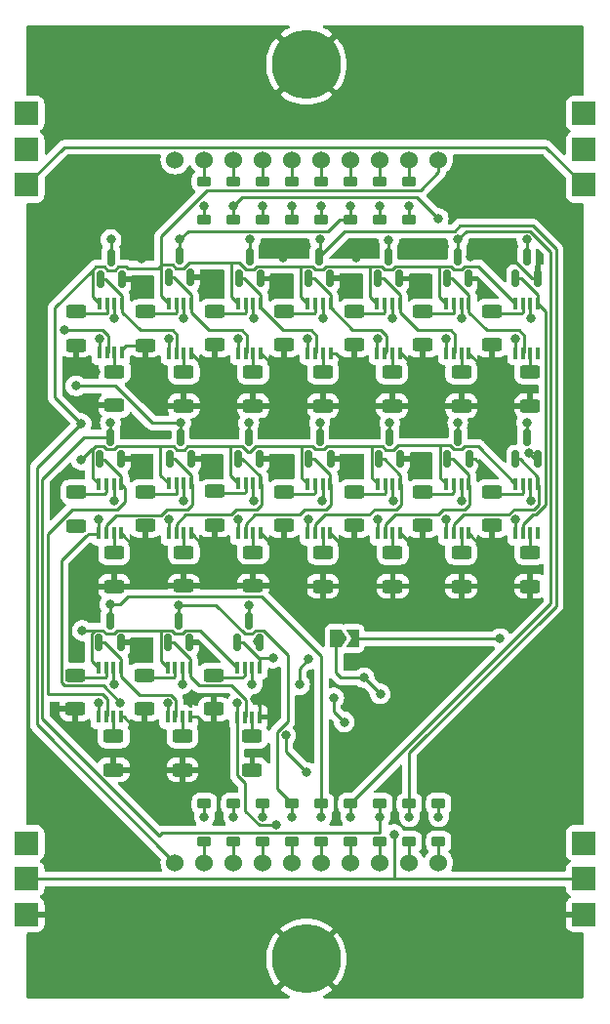
<source format=gtl>
%TF.GenerationSoftware,KiCad,Pcbnew,7.0.2*%
%TF.CreationDate,2023-05-22T00:30:27+09:00*%
%TF.ProjectId,16seg,31367365-672e-46b6-9963-61645f706362,rev?*%
%TF.SameCoordinates,Original*%
%TF.FileFunction,Copper,L1,Top*%
%TF.FilePolarity,Positive*%
%FSLAX46Y46*%
G04 Gerber Fmt 4.6, Leading zero omitted, Abs format (unit mm)*
G04 Created by KiCad (PCBNEW 7.0.2) date 2023-05-22 00:30:27*
%MOMM*%
%LPD*%
G01*
G04 APERTURE LIST*
G04 Aperture macros list*
%AMRoundRect*
0 Rectangle with rounded corners*
0 $1 Rounding radius*
0 $2 $3 $4 $5 $6 $7 $8 $9 X,Y pos of 4 corners*
0 Add a 4 corners polygon primitive as box body*
4,1,4,$2,$3,$4,$5,$6,$7,$8,$9,$2,$3,0*
0 Add four circle primitives for the rounded corners*
1,1,$1+$1,$2,$3*
1,1,$1+$1,$4,$5*
1,1,$1+$1,$6,$7*
1,1,$1+$1,$8,$9*
0 Add four rect primitives between the rounded corners*
20,1,$1+$1,$2,$3,$4,$5,0*
20,1,$1+$1,$4,$5,$6,$7,0*
20,1,$1+$1,$6,$7,$8,$9,0*
20,1,$1+$1,$8,$9,$2,$3,0*%
%AMFreePoly0*
4,1,6,1.000000,0.000000,0.500000,-0.750000,-0.500000,-0.750000,-0.500000,0.750000,0.500000,0.750000,1.000000,0.000000,1.000000,0.000000,$1*%
%AMFreePoly1*
4,1,6,0.500000,-0.750000,-0.650000,-0.750000,-0.150000,0.000000,-0.650000,0.750000,0.500000,0.750000,0.500000,-0.750000,0.500000,-0.750000,$1*%
G04 Aperture macros list end*
%TA.AperFunction,ComponentPad*%
%ADD10C,6.000000*%
%TD*%
%TA.AperFunction,CastellatedPad*%
%ADD11RoundRect,0.250001X-0.799999X-0.799999X0.799999X-0.799999X0.799999X0.799999X-0.799999X0.799999X0*%
%TD*%
%TA.AperFunction,SMDPad,CuDef*%
%ADD12RoundRect,0.225000X-0.375000X0.225000X-0.375000X-0.225000X0.375000X-0.225000X0.375000X0.225000X0*%
%TD*%
%TA.AperFunction,SMDPad,CuDef*%
%ADD13RoundRect,0.225000X0.375000X-0.225000X0.375000X0.225000X-0.375000X0.225000X-0.375000X-0.225000X0*%
%TD*%
%TA.AperFunction,ComponentPad*%
%ADD14C,1.524000*%
%TD*%
%TA.AperFunction,SMDPad,CuDef*%
%ADD15FreePoly0,0.000000*%
%TD*%
%TA.AperFunction,SMDPad,CuDef*%
%ADD16FreePoly1,0.000000*%
%TD*%
%TA.AperFunction,SMDPad,CuDef*%
%ADD17RoundRect,0.250000X0.625000X-0.312500X0.625000X0.312500X-0.625000X0.312500X-0.625000X-0.312500X0*%
%TD*%
%TA.AperFunction,SMDPad,CuDef*%
%ADD18RoundRect,0.150000X0.150000X-0.587500X0.150000X0.587500X-0.150000X0.587500X-0.150000X-0.587500X0*%
%TD*%
%TA.AperFunction,SMDPad,CuDef*%
%ADD19R,0.400000X1.100000*%
%TD*%
%TA.AperFunction,ViaPad*%
%ADD20C,0.800000*%
%TD*%
%TA.AperFunction,Conductor*%
%ADD21C,0.250000*%
%TD*%
G04 APERTURE END LIST*
D10*
%TO.P,,1*%
%TO.N,GND*%
X159000000Y-33000000D03*
%TD*%
%TO.P,REF\u002A\u002A,1*%
%TO.N,GND*%
X159000000Y-110600000D03*
%TD*%
D11*
%TO.P,J9,1,Pin_1*%
%TO.N,OF*%
X183050000Y-43450000D03*
%TD*%
%TO.P,J12,1,Pin_1*%
%TO.N,GND*%
X183050000Y-106740000D03*
%TD*%
%TO.P,J11,1,Pin_1*%
%TO.N,CK*%
X183050000Y-103640000D03*
%TD*%
%TO.P,J10,1,Pin_1*%
%TO.N,CLR*%
X183050000Y-100540000D03*
%TD*%
%TO.P,J8,1,Pin_1*%
%TO.N,DP*%
X183050000Y-40350000D03*
%TD*%
%TO.P,J7,1,Pin_1*%
%TO.N,+5V*%
X183050000Y-37250000D03*
%TD*%
%TO.P,J6,1,Pin_1*%
%TO.N,GND*%
X134730000Y-106740000D03*
%TD*%
%TO.P,J5,1,Pin_1*%
%TO.N,CK*%
X134730000Y-103640000D03*
%TD*%
%TO.P,J4,1,Pin_1*%
%TO.N,CLR*%
X134730000Y-100530000D03*
%TD*%
%TO.P,J3,1,Pin_1*%
%TO.N,OF*%
X134730000Y-43450000D03*
%TD*%
%TO.P,J2,1,Pin_1*%
%TO.N,deta*%
X134730000Y-40350000D03*
%TD*%
%TO.P,J1,1,Pin_1*%
%TO.N,+5V*%
X134730000Y-37250000D03*
%TD*%
D12*
%TO.P,D4,2*%
%TO.N,Net-(seg1-C)*%
X167930000Y-100418400D03*
%TO.P,D4,1*%
%TO.N,Net-(Q4-D)*%
X167930000Y-97118400D03*
%TD*%
%TO.P,D16,2*%
%TO.N,Net-(seg1-M)*%
X157770000Y-100418400D03*
%TO.P,D16,1*%
%TO.N,Net-(Q16-D)*%
X157770000Y-97118400D03*
%TD*%
D13*
%TO.P,D2,2*%
%TO.N,Net-(seg1-A2)*%
X162850000Y-43140000D03*
%TO.P,D2,1*%
%TO.N,Net-(Q2-D)*%
X162850000Y-46440000D03*
%TD*%
%TO.P,D8,2*%
%TO.N,Net-(seg1-F)*%
X150150000Y-43140000D03*
%TO.P,D8,1*%
%TO.N,Net-(Q8-D)*%
X150150000Y-46440000D03*
%TD*%
D12*
%TO.P,D9,2*%
%TO.N,Net-(seg1-G1)*%
X150150000Y-100418400D03*
%TO.P,D9,1*%
%TO.N,Net-(Q9-D)*%
X150150000Y-97118400D03*
%TD*%
D13*
%TO.P,D12,2*%
%TO.N,Net-(seg1-I)*%
X157770000Y-43140000D03*
%TO.P,D12,1*%
%TO.N,Net-(Q12-D)*%
X157770000Y-46440000D03*
%TD*%
D12*
%TO.P,D14,2*%
%TO.N,Net-(seg1-K)*%
X165390000Y-100418400D03*
%TO.P,D14,1*%
%TO.N,Net-(Q14-D)*%
X165390000Y-97118400D03*
%TD*%
%TO.P,D7,2*%
%TO.N,Net-(seg1-E)*%
X152690000Y-100418400D03*
%TO.P,D7,1*%
%TO.N,Net-(Q7-D)*%
X152690000Y-97118400D03*
%TD*%
%TO.P,D15,2*%
%TO.N,Net-(seg1-L)*%
X160310000Y-100418400D03*
%TO.P,D15,1*%
%TO.N,Net-(Q15-D)*%
X160310000Y-97118400D03*
%TD*%
D14*
%TO.P,seg1,20*%
%TO.N,N/C*%
X147610000Y-41275000D03*
%TO.P,seg1,19,F*%
%TO.N,Net-(seg1-F)*%
X150150000Y-41275000D03*
%TO.P,seg1,18,H*%
%TO.N,Net-(seg1-H)*%
X152690000Y-41275000D03*
%TO.P,seg1,17,A1*%
%TO.N,Net-(seg1-A1)*%
X155230000Y-41275000D03*
%TO.P,seg1,16,I*%
%TO.N,Net-(seg1-I)*%
X157770000Y-41275000D03*
%TO.P,seg1,15,J*%
%TO.N,Net-(seg1-J)*%
X160310000Y-41275000D03*
%TO.P,seg1,14,A2*%
%TO.N,Net-(seg1-A2)*%
X162850000Y-41275000D03*
%TO.P,seg1,13,B*%
%TO.N,Net-(seg1-B)*%
X165390000Y-41275000D03*
%TO.P,seg1,12,G2*%
%TO.N,Net-(seg1-G2)*%
X167930000Y-41275000D03*
%TO.P,seg1,11,Anode*%
%TO.N,+5V*%
X170470000Y-41275000D03*
%TO.P,seg1,10,DP*%
%TO.N,Net-(seg1-DP)*%
X170470000Y-102235000D03*
%TO.P,seg1,9,C*%
%TO.N,Net-(seg1-C)*%
X167930000Y-102235000D03*
%TO.P,seg1,8,K*%
%TO.N,Net-(seg1-K)*%
X165390000Y-102235000D03*
%TO.P,seg1,7,D2*%
%TO.N,Net-(seg1-D2)*%
X162850000Y-102235000D03*
%TO.P,seg1,6,L*%
%TO.N,Net-(seg1-L)*%
X160310000Y-102235000D03*
%TO.P,seg1,5,M*%
%TO.N,Net-(seg1-M)*%
X157770000Y-102235000D03*
%TO.P,seg1,4,D1*%
%TO.N,Net-(seg1-D1)*%
X155230000Y-102235000D03*
%TO.P,seg1,3,E*%
%TO.N,Net-(seg1-E)*%
X152690000Y-102235000D03*
%TO.P,seg1,2,G1*%
%TO.N,Net-(seg1-G1)*%
X150150000Y-102235000D03*
%TO.P,seg1,1,Anode*%
%TO.N,+5V*%
X147610000Y-102235000D03*
%TD*%
D12*
%TO.P,D6,2*%
%TO.N,Net-(seg1-D2)*%
X162850000Y-100418400D03*
%TO.P,D6,1*%
%TO.N,Net-(Q6-D)*%
X162850000Y-97118400D03*
%TD*%
D13*
%TO.P,D13,2*%
%TO.N,Net-(seg1-J)*%
X160310000Y-43140000D03*
%TO.P,D13,1*%
%TO.N,Net-(Q13-D)*%
X160310000Y-46440000D03*
%TD*%
%TO.P,D1,2*%
%TO.N,Net-(seg1-A1)*%
X155230000Y-43140000D03*
%TO.P,D1,1*%
%TO.N,Net-(Q1-D)*%
X155230000Y-46440000D03*
%TD*%
%TO.P,D11,2*%
%TO.N,Net-(seg1-H)*%
X152690000Y-43140000D03*
%TO.P,D11,1*%
%TO.N,Net-(Q11-D)*%
X152690000Y-46440000D03*
%TD*%
D12*
%TO.P,D17,2*%
%TO.N,Net-(seg1-DP)*%
X170470000Y-100418400D03*
%TO.P,D17,1*%
%TO.N,Net-(Q17-D)*%
X170470000Y-97118400D03*
%TD*%
D13*
%TO.P,D10,2*%
%TO.N,Net-(seg1-G2)*%
X167930000Y-43140000D03*
%TO.P,D10,1*%
%TO.N,Net-(Q10-D)*%
X167930000Y-46440000D03*
%TD*%
D12*
%TO.P,D5,2*%
%TO.N,Net-(seg1-D1)*%
X155230000Y-100418400D03*
%TO.P,D5,1*%
%TO.N,Net-(Q5-D)*%
X155230000Y-97118400D03*
%TD*%
D13*
%TO.P,D3,2*%
%TO.N,Net-(seg1-B)*%
X165390000Y-43140000D03*
%TO.P,D3,1*%
%TO.N,Net-(Q3-D)*%
X165390000Y-46440000D03*
%TD*%
D15*
%TO.P,JP1,1,A*%
%TO.N,DP*%
X161581000Y-82804000D03*
D16*
%TO.P,JP1,2,B*%
%TO.N,OF*%
X163031000Y-82804000D03*
%TD*%
D17*
%TO.P,R16,1*%
%TO.N,GND*%
X178430000Y-62615000D03*
%TO.P,R16,2*%
%TO.N,Net-(U7-Q-)*%
X178430000Y-59690000D03*
%TD*%
%TO.P,R4,1*%
%TO.N,GND*%
X157073600Y-57342500D03*
%TO.P,R4,2*%
%TO.N,Net-(U4-PR)*%
X157073600Y-54417500D03*
%TD*%
%TO.P,R7,1*%
%TO.N,GND*%
X175107600Y-57342500D03*
%TO.P,R7,2*%
%TO.N,Net-(U7-PR)*%
X175107600Y-54417500D03*
%TD*%
%TO.P,R15,1*%
%TO.N,GND*%
X172440000Y-62615000D03*
%TO.P,R15,2*%
%TO.N,Net-(U6-Q-)*%
X172440000Y-59690000D03*
%TD*%
D18*
%TO.P,Q3,1,G*%
%TO.N,B*%
X153126400Y-51585100D03*
%TO.P,Q3,2,S*%
%TO.N,GND*%
X155026400Y-51585100D03*
%TO.P,Q3,3,D*%
%TO.N,Net-(Q3-D)*%
X154076400Y-49710100D03*
%TD*%
D17*
%TO.P,R31,1*%
%TO.N,GND*%
X142305200Y-78285000D03*
%TO.P,R31,2*%
%TO.N,Net-(U14-Q-)*%
X142305200Y-75360000D03*
%TD*%
%TO.P,R20,1*%
%TO.N,GND*%
X157052000Y-72982500D03*
%TO.P,R20,2*%
%TO.N,Net-(U11-PR)*%
X157052000Y-70057500D03*
%TD*%
D19*
%TO.P,U14,1,CK*%
%TO.N,CK*%
X140990200Y-73681600D03*
%TO.P,U14,2,D*%
%TO.N,J*%
X141640200Y-73681600D03*
%TO.P,U14,3,Q-*%
%TO.N,Net-(U14-Q-)*%
X142290200Y-73681600D03*
%TO.P,U14,4,gnd*%
%TO.N,GND*%
X142940200Y-73681600D03*
%TO.P,U14,5,Q*%
%TO.N,K*%
X142940200Y-69381600D03*
%TO.P,U14,6,CLR*%
%TO.N,CLR*%
X142290200Y-69381600D03*
%TO.P,U14,7,PR*%
%TO.N,Net-(U14-PR)*%
X141640200Y-69381600D03*
%TO.P,U14,8,vcc*%
%TO.N,+5V*%
X140990200Y-69381600D03*
%TD*%
D18*
%TO.P,Q8,1,G*%
%TO.N,F*%
X177157200Y-67225100D03*
%TO.P,Q8,2,S*%
%TO.N,GND*%
X179057200Y-67225100D03*
%TO.P,Q8,3,D*%
%TO.N,Net-(Q8-D)*%
X178107200Y-65350100D03*
%TD*%
D19*
%TO.P,U2,1,CK*%
%TO.N,CK*%
X147059000Y-58033200D03*
%TO.P,U2,2,D*%
%TO.N,A1*%
X147709000Y-58033200D03*
%TO.P,U2,3,Q-*%
%TO.N,Net-(U2-Q-)*%
X148359000Y-58033200D03*
%TO.P,U2,4,gnd*%
%TO.N,GND*%
X149009000Y-58033200D03*
%TO.P,U2,5,Q*%
%TO.N,A2*%
X149009000Y-53733200D03*
%TO.P,U2,6,CLR*%
%TO.N,CLR*%
X148359000Y-53733200D03*
%TO.P,U2,7,PR*%
%TO.N,Net-(U2-PR)*%
X147709000Y-53733200D03*
%TO.P,U2,8,vcc*%
%TO.N,+5V*%
X147059000Y-53733200D03*
%TD*%
%TO.P,U6,1,CK*%
%TO.N,CK*%
X171135400Y-58030000D03*
%TO.P,U6,2,D*%
%TO.N,D1*%
X171785400Y-58030000D03*
%TO.P,U6,3,Q-*%
%TO.N,Net-(U6-Q-)*%
X172435400Y-58030000D03*
%TO.P,U6,4,gnd*%
%TO.N,GND*%
X173085400Y-58030000D03*
%TO.P,U6,5,Q*%
%TO.N,D2*%
X173085400Y-53730000D03*
%TO.P,U6,6,CLR*%
%TO.N,CLR*%
X172435400Y-53730000D03*
%TO.P,U6,7,PR*%
%TO.N,Net-(U6-PR)*%
X171785400Y-53730000D03*
%TO.P,U6,8,vcc*%
%TO.N,+5V*%
X171135400Y-53730000D03*
%TD*%
D17*
%TO.P,R22,1*%
%TO.N,GND*%
X145032800Y-72972500D03*
%TO.P,R22,2*%
%TO.N,Net-(U13-PR)*%
X145032800Y-70047500D03*
%TD*%
D18*
%TO.P,Q14,1,G*%
%TO.N,K*%
X141050000Y-67187500D03*
%TO.P,Q14,2,S*%
%TO.N,GND*%
X142950000Y-67187500D03*
%TO.P,Q14,3,D*%
%TO.N,Net-(Q14-D)*%
X142000000Y-65312500D03*
%TD*%
D17*
%TO.P,R5,1*%
%TO.N,GND*%
X163118800Y-57342500D03*
%TO.P,R5,2*%
%TO.N,Net-(U5-PR)*%
X163118800Y-54417500D03*
%TD*%
%TO.P,R8,1*%
%TO.N,GND*%
X175110000Y-72982500D03*
%TO.P,R8,2*%
%TO.N,Net-(U8-PR)*%
X175110000Y-70057500D03*
%TD*%
D19*
%TO.P,U8,1,CK*%
%TO.N,CK*%
X177132200Y-73670000D03*
%TO.P,U8,2,D*%
%TO.N,E*%
X177782200Y-73670000D03*
%TO.P,U8,3,Q-*%
%TO.N,Net-(U8-Q-)*%
X178432200Y-73670000D03*
%TO.P,U8,4,gnd*%
%TO.N,GND*%
X179082200Y-73670000D03*
%TO.P,U8,5,Q*%
%TO.N,F*%
X179082200Y-69370000D03*
%TO.P,U8,6,CLR*%
%TO.N,CLR*%
X178432200Y-69370000D03*
%TO.P,U8,7,PR*%
%TO.N,Net-(U8-PR)*%
X177782200Y-69370000D03*
%TO.P,U8,8,vcc*%
%TO.N,+5V*%
X177132200Y-69370000D03*
%TD*%
D18*
%TO.P,Q13,1,G*%
%TO.N,J*%
X147130800Y-67215100D03*
%TO.P,Q13,2,S*%
%TO.N,GND*%
X149030800Y-67215100D03*
%TO.P,Q13,3,D*%
%TO.N,Net-(Q13-D)*%
X148080800Y-65340100D03*
%TD*%
D17*
%TO.P,R27,1*%
%TO.N,GND*%
X166494400Y-78262600D03*
%TO.P,R27,2*%
%TO.N,Net-(U10-Q-)*%
X166494400Y-75337600D03*
%TD*%
D19*
%TO.P,U17,1,CK*%
%TO.N,CK*%
X152995000Y-89604900D03*
%TO.P,U17,2,D*%
%TO.N,M*%
X153645000Y-89604900D03*
%TO.P,U17,3,Q-*%
%TO.N,Net-(U17-Q-)*%
X154295000Y-89604900D03*
%TO.P,U17,4,gnd*%
%TO.N,GND*%
X154945000Y-89604900D03*
%TO.P,U17,5,Q*%
%TO.N,DP*%
X154945000Y-85304900D03*
%TO.P,U17,6,CLR*%
%TO.N,CLR*%
X154295000Y-85304900D03*
%TO.P,U17,7,PR*%
%TO.N,Net-(U17-PR)*%
X153645000Y-85304900D03*
%TO.P,U17,8,vcc*%
%TO.N,+5V*%
X152995000Y-85304900D03*
%TD*%
D17*
%TO.P,R10,1*%
%TO.N,GND*%
X142359000Y-62564200D03*
%TO.P,R10,2*%
%TO.N,Net-(U1-Q-)*%
X142359000Y-59639200D03*
%TD*%
D19*
%TO.P,U10,1,CK*%
%TO.N,CK*%
X165195000Y-73670000D03*
%TO.P,U10,2,D*%
%TO.N,G1*%
X165845000Y-73670000D03*
%TO.P,U10,3,Q-*%
%TO.N,Net-(U10-Q-)*%
X166495000Y-73670000D03*
%TO.P,U10,4,gnd*%
%TO.N,GND*%
X167145000Y-73670000D03*
%TO.P,U10,5,Q*%
%TO.N,G2*%
X167145000Y-69370000D03*
%TO.P,U10,6,CLR*%
%TO.N,CLR*%
X166495000Y-69370000D03*
%TO.P,U10,7,PR*%
%TO.N,Net-(U10-PR)*%
X165845000Y-69370000D03*
%TO.P,U10,8,vcc*%
%TO.N,+5V*%
X165195000Y-69370000D03*
%TD*%
%TO.P,U3,1,CK*%
%TO.N,CK*%
X153084000Y-58030000D03*
%TO.P,U3,2,D*%
%TO.N,A2*%
X153734000Y-58030000D03*
%TO.P,U3,3,Q-*%
%TO.N,Net-(U3-Q-)*%
X154384000Y-58030000D03*
%TO.P,U3,4,gnd*%
%TO.N,GND*%
X155034000Y-58030000D03*
%TO.P,U3,5,Q*%
%TO.N,B*%
X155034000Y-53730000D03*
%TO.P,U3,6,CLR*%
%TO.N,CLR*%
X154384000Y-53730000D03*
%TO.P,U3,7,PR*%
%TO.N,Net-(U3-PR)*%
X153734000Y-53730000D03*
%TO.P,U3,8,vcc*%
%TO.N,+5V*%
X153084000Y-53730000D03*
%TD*%
D17*
%TO.P,R14,1*%
%TO.N,GND*%
X166420800Y-62615000D03*
%TO.P,R14,2*%
%TO.N,Net-(U5-Q-)*%
X166420800Y-59690000D03*
%TD*%
D18*
%TO.P,Q17,1,G*%
%TO.N,DP*%
X153020000Y-83160000D03*
%TO.P,Q17,2,S*%
%TO.N,GND*%
X154920000Y-83160000D03*
%TO.P,Q17,3,D*%
%TO.N,Net-(Q17-D)*%
X153970000Y-81285000D03*
%TD*%
D19*
%TO.P,U13,1,CK*%
%TO.N,CK*%
X147055000Y-73660000D03*
%TO.P,U13,2,D*%
%TO.N,I*%
X147705000Y-73660000D03*
%TO.P,U13,3,Q-*%
%TO.N,Net-(U13-Q-)*%
X148355000Y-73660000D03*
%TO.P,U13,4,gnd*%
%TO.N,GND*%
X149005000Y-73660000D03*
%TO.P,U13,5,Q*%
%TO.N,J*%
X149005000Y-69360000D03*
%TO.P,U13,6,CLR*%
%TO.N,CLR*%
X148355000Y-69360000D03*
%TO.P,U13,7,PR*%
%TO.N,Net-(U13-PR)*%
X147705000Y-69360000D03*
%TO.P,U13,8,vcc*%
%TO.N,+5V*%
X147055000Y-69360000D03*
%TD*%
D17*
%TO.P,R13,1*%
%TO.N,GND*%
X160426400Y-62615000D03*
%TO.P,R13,2*%
%TO.N,Net-(U4-Q-)*%
X160426400Y-59690000D03*
%TD*%
D18*
%TO.P,Q7,1,G*%
%TO.N,E*%
X177154800Y-51585100D03*
%TO.P,Q7,2,S*%
%TO.N,GND*%
X179054800Y-51585100D03*
%TO.P,Q7,3,D*%
%TO.N,Net-(Q7-D)*%
X178104800Y-49710100D03*
%TD*%
%TO.P,Q5,1,G*%
%TO.N,D1*%
X165166000Y-51585100D03*
%TO.P,Q5,2,S*%
%TO.N,GND*%
X167066000Y-51585100D03*
%TO.P,Q5,3,D*%
%TO.N,Net-(Q5-D)*%
X166116000Y-49710100D03*
%TD*%
D17*
%TO.P,R33,1*%
%TO.N,GND*%
X148248800Y-94185100D03*
%TO.P,R33,2*%
%TO.N,Net-(U16-Q-)*%
X148248800Y-91260100D03*
%TD*%
%TO.P,R23,1*%
%TO.N,GND*%
X139023600Y-73014100D03*
%TO.P,R23,2*%
%TO.N,Net-(U14-PR)*%
X139023600Y-70089100D03*
%TD*%
%TO.P,R11,1*%
%TO.N,GND*%
X148359000Y-62615000D03*
%TO.P,R11,2*%
%TO.N,Net-(U2-Q-)*%
X148359000Y-59690000D03*
%TD*%
%TO.P,R2,1*%
%TO.N,GND*%
X145034000Y-57353200D03*
%TO.P,R2,2*%
%TO.N,Net-(U2-PR)*%
X145034000Y-54428200D03*
%TD*%
%TO.P,R9,1*%
%TO.N,GND*%
X169104000Y-72992500D03*
%TO.P,R9,2*%
%TO.N,Net-(U9-PR)*%
X169104000Y-70067500D03*
%TD*%
D19*
%TO.P,U15,1,CK*%
%TO.N,CK*%
X140975000Y-89594900D03*
%TO.P,U15,2,D*%
%TO.N,K*%
X141625000Y-89594900D03*
%TO.P,U15,3,Q-*%
%TO.N,Net-(U15-Q-)*%
X142275000Y-89594900D03*
%TO.P,U15,4,gnd*%
%TO.N,GND*%
X142925000Y-89594900D03*
%TO.P,U15,5,Q*%
%TO.N,L*%
X142925000Y-85294900D03*
%TO.P,U15,6,CLR*%
%TO.N,CLR*%
X142275000Y-85294900D03*
%TO.P,U15,7,PR*%
%TO.N,Net-(U15-PR)*%
X141625000Y-85294900D03*
%TO.P,U15,8,vcc*%
%TO.N,+5V*%
X140975000Y-85294900D03*
%TD*%
%TO.P,U7,1,CK*%
%TO.N,CK*%
X177129800Y-58030000D03*
%TO.P,U7,2,D*%
%TO.N,D2*%
X177779800Y-58030000D03*
%TO.P,U7,3,Q-*%
%TO.N,Net-(U7-Q-)*%
X178429800Y-58030000D03*
%TO.P,U7,4,gnd*%
%TO.N,GND*%
X179079800Y-58030000D03*
%TO.P,U7,5,Q*%
%TO.N,E*%
X179079800Y-53730000D03*
%TO.P,U7,6,CLR*%
%TO.N,CLR*%
X178429800Y-53730000D03*
%TO.P,U7,7,PR*%
%TO.N,Net-(U7-PR)*%
X177779800Y-53730000D03*
%TO.P,U7,8,vcc*%
%TO.N,+5V*%
X177129800Y-53730000D03*
%TD*%
D17*
%TO.P,R29,1*%
%TO.N,GND*%
X154384000Y-78232600D03*
%TO.P,R29,2*%
%TO.N,Net-(U12-Q-)*%
X154384000Y-75307600D03*
%TD*%
%TO.P,R17,1*%
%TO.N,GND*%
X178430400Y-78262600D03*
%TO.P,R17,2*%
%TO.N,Net-(U8-Q-)*%
X178430400Y-75337600D03*
%TD*%
D18*
%TO.P,Q11,1,G*%
%TO.N,H*%
X159200800Y-67197400D03*
%TO.P,Q11,2,S*%
%TO.N,GND*%
X161100800Y-67197400D03*
%TO.P,Q11,3,D*%
%TO.N,Net-(Q11-D)*%
X160150800Y-65322400D03*
%TD*%
D17*
%TO.P,R12,1*%
%TO.N,GND*%
X154380000Y-62625000D03*
%TO.P,R12,2*%
%TO.N,Net-(U3-Q-)*%
X154380000Y-59700000D03*
%TD*%
D18*
%TO.P,Q16,1,G*%
%TO.N,M*%
X146980000Y-83150000D03*
%TO.P,Q16,2,S*%
%TO.N,GND*%
X148880000Y-83150000D03*
%TO.P,Q16,3,D*%
%TO.N,Net-(Q16-D)*%
X147930000Y-81275000D03*
%TD*%
D17*
%TO.P,R18,1*%
%TO.N,GND*%
X172430000Y-78262600D03*
%TO.P,R18,2*%
%TO.N,Net-(U9-Q-)*%
X172430000Y-75337600D03*
%TD*%
%TO.P,R19,1*%
%TO.N,GND*%
X163172800Y-72982500D03*
%TO.P,R19,2*%
%TO.N,Net-(U10-PR)*%
X163172800Y-70057500D03*
%TD*%
D19*
%TO.P,U16,1,CK*%
%TO.N,CK*%
X146955000Y-89594900D03*
%TO.P,U16,2,D*%
%TO.N,L*%
X147605000Y-89594900D03*
%TO.P,U16,3,Q-*%
%TO.N,Net-(U16-Q-)*%
X148255000Y-89594900D03*
%TO.P,U16,4,gnd*%
%TO.N,GND*%
X148905000Y-89594900D03*
%TO.P,U16,5,Q*%
%TO.N,M*%
X148905000Y-85294900D03*
%TO.P,U16,6,CLR*%
%TO.N,CLR*%
X148255000Y-85294900D03*
%TO.P,U16,7,PR*%
%TO.N,Net-(U16-PR)*%
X147605000Y-85294900D03*
%TO.P,U16,8,vcc*%
%TO.N,+5V*%
X146955000Y-85294900D03*
%TD*%
D18*
%TO.P,Q6,1,G*%
%TO.N,D2*%
X171160400Y-51585100D03*
%TO.P,Q6,2,S*%
%TO.N,GND*%
X173060400Y-51585100D03*
%TO.P,Q6,3,D*%
%TO.N,Net-(Q6-D)*%
X172110400Y-49710100D03*
%TD*%
D19*
%TO.P,U11,1,CK*%
%TO.N,CK*%
X159125000Y-73670000D03*
%TO.P,U11,2,D*%
%TO.N,G2*%
X159775000Y-73670000D03*
%TO.P,U11,3,Q-*%
%TO.N,Net-(U11-Q-)*%
X160425000Y-73670000D03*
%TO.P,U11,4,gnd*%
%TO.N,GND*%
X161075000Y-73670000D03*
%TO.P,U11,5,Q*%
%TO.N,H*%
X161075000Y-69370000D03*
%TO.P,U11,6,CLR*%
%TO.N,CLR*%
X160425000Y-69370000D03*
%TO.P,U11,7,PR*%
%TO.N,Net-(U11-PR)*%
X159775000Y-69370000D03*
%TO.P,U11,8,vcc*%
%TO.N,+5V*%
X159125000Y-69370000D03*
%TD*%
D18*
%TO.P,Q12,1,G*%
%TO.N,I*%
X153049200Y-67195100D03*
%TO.P,Q12,2,S*%
%TO.N,GND*%
X154949200Y-67195100D03*
%TO.P,Q12,3,D*%
%TO.N,Net-(Q12-D)*%
X153999200Y-65320100D03*
%TD*%
D17*
%TO.P,R21,1*%
%TO.N,GND*%
X151052800Y-72952500D03*
%TO.P,R21,2*%
%TO.N,Net-(U12-PR)*%
X151052800Y-70027500D03*
%TD*%
D19*
%TO.P,U4,1,CK*%
%TO.N,CK*%
X159129200Y-58030000D03*
%TO.P,U4,2,D*%
%TO.N,B*%
X159779200Y-58030000D03*
%TO.P,U4,3,Q-*%
%TO.N,Net-(U4-Q-)*%
X160429200Y-58030000D03*
%TO.P,U4,4,gnd*%
%TO.N,GND*%
X161079200Y-58030000D03*
%TO.P,U4,5,Q*%
%TO.N,C*%
X161079200Y-53730000D03*
%TO.P,U4,6,CLR*%
%TO.N,CLR*%
X160429200Y-53730000D03*
%TO.P,U4,7,PR*%
%TO.N,Net-(U4-PR)*%
X159779200Y-53730000D03*
%TO.P,U4,8,vcc*%
%TO.N,+5V*%
X159129200Y-53730000D03*
%TD*%
D17*
%TO.P,R34,1*%
%TO.N,GND*%
X154302400Y-94205100D03*
%TO.P,R34,2*%
%TO.N,Net-(U17-Q-)*%
X154302400Y-91280100D03*
%TD*%
%TO.P,R3,1*%
%TO.N,GND*%
X151079200Y-57342500D03*
%TO.P,R3,2*%
%TO.N,Net-(U3-PR)*%
X151079200Y-54417500D03*
%TD*%
D19*
%TO.P,U9,1,CK*%
%TO.N,CK*%
X171126200Y-73680000D03*
%TO.P,U9,2,D*%
%TO.N,F*%
X171776200Y-73680000D03*
%TO.P,U9,3,Q-*%
%TO.N,Net-(U9-Q-)*%
X172426200Y-73680000D03*
%TO.P,U9,4,gnd*%
%TO.N,GND*%
X173076200Y-73680000D03*
%TO.P,U9,5,Q*%
%TO.N,G1*%
X173076200Y-69380000D03*
%TO.P,U9,6,CLR*%
%TO.N,CLR*%
X172426200Y-69380000D03*
%TO.P,U9,7,PR*%
%TO.N,Net-(U9-PR)*%
X171776200Y-69380000D03*
%TO.P,U9,8,vcc*%
%TO.N,+5V*%
X171126200Y-69380000D03*
%TD*%
D18*
%TO.P,Q9,1,G*%
%TO.N,G1*%
X171202000Y-67184300D03*
%TO.P,Q9,2,S*%
%TO.N,GND*%
X173102000Y-67184300D03*
%TO.P,Q9,3,D*%
%TO.N,Net-(Q9-D)*%
X172152000Y-65309300D03*
%TD*%
D17*
%TO.P,R32,1*%
%TO.N,GND*%
X142274400Y-94185100D03*
%TO.P,R32,2*%
%TO.N,Net-(U15-Q-)*%
X142274400Y-91260100D03*
%TD*%
D19*
%TO.P,U1,1,CK*%
%TO.N,CK*%
X141059000Y-58013600D03*
%TO.P,U1,2,D*%
%TO.N,deta*%
X141709000Y-58013600D03*
%TO.P,U1,3,Q-*%
%TO.N,Net-(U1-Q-)*%
X142359000Y-58013600D03*
%TO.P,U1,4,gnd*%
%TO.N,GND*%
X143009000Y-58013600D03*
%TO.P,U1,5,Q*%
%TO.N,A1*%
X143009000Y-53713600D03*
%TO.P,U1,6,CLR*%
%TO.N,CLR*%
X142359000Y-53713600D03*
%TO.P,U1,7,PR*%
%TO.N,Net-(U1-PR)*%
X141709000Y-53713600D03*
%TO.P,U1,8,vcc*%
%TO.N,+5V*%
X141059000Y-53713600D03*
%TD*%
D17*
%TO.P,R1,1*%
%TO.N,GND*%
X139042000Y-57353200D03*
%TO.P,R1,2*%
%TO.N,Net-(U1-PR)*%
X139042000Y-54428200D03*
%TD*%
D18*
%TO.P,Q1,1,G*%
%TO.N,A1*%
X141102000Y-51612800D03*
%TO.P,Q1,2,S*%
%TO.N,GND*%
X143002000Y-51612800D03*
%TO.P,Q1,3,D*%
%TO.N,Net-(Q1-D)*%
X142052000Y-49737800D03*
%TD*%
D19*
%TO.P,U12,1,CK*%
%TO.N,CK*%
X153075000Y-73640000D03*
%TO.P,U12,2,D*%
%TO.N,H*%
X153725000Y-73640000D03*
%TO.P,U12,3,Q-*%
%TO.N,Net-(U12-Q-)*%
X154375000Y-73640000D03*
%TO.P,U12,4,gnd*%
%TO.N,GND*%
X155025000Y-73640000D03*
%TO.P,U12,5,Q*%
%TO.N,I*%
X155025000Y-69340000D03*
%TO.P,U12,6,CLR*%
%TO.N,CLR*%
X154375000Y-69340000D03*
%TO.P,U12,7,PR*%
%TO.N,Net-(U12-PR)*%
X153725000Y-69340000D03*
%TO.P,U12,8,vcc*%
%TO.N,+5V*%
X153075000Y-69340000D03*
%TD*%
D17*
%TO.P,R26,1*%
%TO.N,GND*%
X150972800Y-88917400D03*
%TO.P,R26,2*%
%TO.N,Net-(U17-PR)*%
X150972800Y-85992400D03*
%TD*%
D18*
%TO.P,Q10,1,G*%
%TO.N,G2*%
X165270800Y-67225100D03*
%TO.P,Q10,2,S*%
%TO.N,GND*%
X167170800Y-67225100D03*
%TO.P,Q10,3,D*%
%TO.N,Net-(Q10-D)*%
X166220800Y-65350100D03*
%TD*%
%TO.P,Q4,1,G*%
%TO.N,C*%
X159150000Y-51577500D03*
%TO.P,Q4,2,S*%
%TO.N,GND*%
X161050000Y-51577500D03*
%TO.P,Q4,3,D*%
%TO.N,Net-(Q4-D)*%
X160100000Y-49702500D03*
%TD*%
D19*
%TO.P,U5,1,CK*%
%TO.N,CK*%
X165141000Y-58030000D03*
%TO.P,U5,2,D*%
%TO.N,C*%
X165791000Y-58030000D03*
%TO.P,U5,3,Q-*%
%TO.N,Net-(U5-Q-)*%
X166441000Y-58030000D03*
%TO.P,U5,4,gnd*%
%TO.N,GND*%
X167091000Y-58030000D03*
%TO.P,U5,5,Q*%
%TO.N,D1*%
X167091000Y-53730000D03*
%TO.P,U5,6,CLR*%
%TO.N,CLR*%
X166441000Y-53730000D03*
%TO.P,U5,7,PR*%
%TO.N,Net-(U5-PR)*%
X165791000Y-53730000D03*
%TO.P,U5,8,vcc*%
%TO.N,+5V*%
X165141000Y-53730000D03*
%TD*%
D17*
%TO.P,R24,1*%
%TO.N,GND*%
X138952800Y-88907400D03*
%TO.P,R24,2*%
%TO.N,Net-(U15-PR)*%
X138952800Y-85982400D03*
%TD*%
D18*
%TO.P,Q2,1,G*%
%TO.N,A2*%
X147034000Y-51483200D03*
%TO.P,Q2,2,S*%
%TO.N,GND*%
X148934000Y-51483200D03*
%TO.P,Q2,3,D*%
%TO.N,Net-(Q2-D)*%
X147984000Y-49608200D03*
%TD*%
D17*
%TO.P,R28,1*%
%TO.N,GND*%
X160428400Y-78262600D03*
%TO.P,R28,2*%
%TO.N,Net-(U11-Q-)*%
X160428400Y-75337600D03*
%TD*%
%TO.P,R25,1*%
%TO.N,GND*%
X144932800Y-88907400D03*
%TO.P,R25,2*%
%TO.N,Net-(U16-PR)*%
X144932800Y-85982400D03*
%TD*%
D18*
%TO.P,Q15,1,G*%
%TO.N,L*%
X141000000Y-83150000D03*
%TO.P,Q15,2,S*%
%TO.N,GND*%
X142900000Y-83150000D03*
%TO.P,Q15,3,D*%
%TO.N,Net-(Q15-D)*%
X141950000Y-81275000D03*
%TD*%
D17*
%TO.P,R30,1*%
%TO.N,GND*%
X148360400Y-78252600D03*
%TO.P,R30,2*%
%TO.N,Net-(U13-Q-)*%
X148360400Y-75327600D03*
%TD*%
%TO.P,R6,1*%
%TO.N,GND*%
X169113200Y-57342500D03*
%TO.P,R6,2*%
%TO.N,Net-(U6-PR)*%
X169113200Y-54417500D03*
%TD*%
D20*
%TO.N,GND*%
X139750000Y-97180000D03*
X166470000Y-90710000D03*
X177780000Y-38680000D03*
X179450000Y-38490000D03*
X143250000Y-38790000D03*
X141420000Y-38590000D03*
%TO.N,OF*%
X175800000Y-82800000D03*
%TO.N,DP*%
X156090000Y-84480000D03*
X158400000Y-86800000D03*
X159200000Y-84600000D03*
X164000000Y-86200000D03*
X165400000Y-87600000D03*
%TO.N,deta*%
X138000000Y-56000000D03*
%TO.N,CLR*%
X157200000Y-91200000D03*
X159000000Y-94400000D03*
%TO.N,CK*%
X156400000Y-98918900D03*
X166600000Y-99800000D03*
%TO.N,GND*%
X144700000Y-49840000D03*
X174460000Y-52730000D03*
%TO.N,CK*%
X142875000Y-88392000D03*
%TO.N,GND*%
X154559000Y-88011000D03*
%TO.N,Net-(Q11-D)*%
X170434000Y-46355000D03*
%TO.N,GND*%
X176022000Y-62992000D03*
X151384000Y-92202000D03*
X178308712Y-66685329D03*
X154813000Y-83058000D03*
X144653000Y-84074000D03*
X150368000Y-84455000D03*
X145288000Y-52578000D03*
X150876000Y-52451000D03*
X156718000Y-52324000D03*
X162941000Y-52324000D03*
X144399000Y-48260000D03*
X156972000Y-49784000D03*
X163322000Y-49784000D03*
X173228000Y-49657000D03*
X174053500Y-48768000D03*
X168783000Y-49276000D03*
X169037000Y-52197000D03*
X169291000Y-60071000D03*
X163703000Y-60198000D03*
X157480000Y-60452000D03*
X151384000Y-61341000D03*
X145669000Y-60325000D03*
X140716000Y-59690000D03*
X140081000Y-62611000D03*
X144272000Y-64897000D03*
X151257000Y-64897000D03*
X157099000Y-64770000D03*
X163322000Y-64770000D03*
X169418000Y-64389000D03*
X145415000Y-76835000D03*
X151257000Y-76835000D03*
X157353000Y-76581000D03*
X163576000Y-76962000D03*
X169418000Y-76708000D03*
X175387000Y-79248000D03*
X163020000Y-93990000D03*
X138430000Y-68580000D03*
X144653000Y-67818000D03*
X150495000Y-68072000D03*
X156845000Y-67691000D03*
X162687000Y-67691000D03*
X168656000Y-67818000D03*
X174498000Y-68326000D03*
X139000000Y-44500000D03*
X176500000Y-43900000D03*
%TO.N,Net-(Q1-D)*%
X155230000Y-45250000D03*
X142050000Y-48200000D03*
%TO.N,Net-(Q2-D)*%
X162850000Y-45250000D03*
X148000000Y-48200000D03*
%TO.N,Net-(Q3-D)*%
X165390000Y-45250000D03*
X154100000Y-48200000D03*
%TO.N,Net-(Q4-D)*%
X160150000Y-48200000D03*
X167930000Y-98250000D03*
%TO.N,Net-(Q5-D)*%
X166150000Y-48250000D03*
X155230000Y-98250000D03*
%TO.N,Net-(Q6-D)*%
X172150000Y-48200000D03*
X162850000Y-98250000D03*
%TO.N,Net-(Q7-D)*%
X178150000Y-48200000D03*
X152690000Y-98250000D03*
%TO.N,Net-(Q8-D)*%
X150150000Y-45250000D03*
X178100000Y-64075000D03*
%TO.N,Net-(Q9-D)*%
X150150000Y-98250000D03*
X172125000Y-64075000D03*
%TO.N,Net-(Q10-D)*%
X166225000Y-64100000D03*
X167930000Y-45250000D03*
%TO.N,Net-(Q11-D)*%
X160150000Y-64100000D03*
X152690000Y-45250000D03*
%TO.N,Net-(Q12-D)*%
X154000000Y-64100000D03*
X157770000Y-45250000D03*
%TO.N,Net-(Q13-D)*%
X139010000Y-60880000D03*
X148100000Y-64100000D03*
X160310000Y-45250000D03*
%TO.N,Net-(Q14-D)*%
X165390000Y-98250000D03*
X142000000Y-64100000D03*
%TO.N,Net-(Q15-D)*%
X141950000Y-79850000D03*
X160310000Y-98250000D03*
%TO.N,Net-(Q16-D)*%
X147950000Y-79875000D03*
X157770000Y-98250000D03*
%TO.N,Net-(Q17-D)*%
X161370000Y-87940000D03*
X170470000Y-98250000D03*
X162280000Y-90030000D03*
X154000000Y-79875000D03*
%TO.N,GND*%
X158400000Y-88800000D03*
X175500000Y-91300000D03*
%TO.N,+5V*%
X139550000Y-82100000D03*
X139450000Y-64150000D03*
X139450000Y-67300000D03*
%TO.N,CK*%
X165150000Y-56800000D03*
X147050000Y-56800000D03*
X177150000Y-72450000D03*
X171150000Y-56800000D03*
X165200000Y-72450000D03*
X171150000Y-72450000D03*
X153100000Y-72450000D03*
X177150000Y-56800000D03*
X141050000Y-56800000D03*
X141000000Y-88384900D03*
X153100000Y-56800000D03*
X147050000Y-72450000D03*
X159100000Y-56800000D03*
X141000000Y-72450000D03*
X159150000Y-72450000D03*
X153000000Y-88384900D03*
X146950000Y-88394900D03*
%TO.N,CLR*%
X148350000Y-55000000D03*
X142300000Y-70850000D03*
X148350000Y-70850000D03*
X142350000Y-55000000D03*
X154300000Y-86734900D03*
X154400000Y-55000000D03*
X142300000Y-86734900D03*
X166450000Y-55000000D03*
X178450000Y-55000000D03*
X166500000Y-70850000D03*
X178450000Y-70850000D03*
X172450000Y-55000000D03*
X160450000Y-55000000D03*
X160400000Y-70850000D03*
X172450000Y-70850000D03*
X154400000Y-70850000D03*
X148250000Y-86734900D03*
%TD*%
D21*
%TO.N,DP*%
X154830748Y-84480000D02*
X154575374Y-84224626D01*
X156090000Y-84480000D02*
X154830748Y-84480000D01*
%TO.N,GND*%
X145030800Y-57350000D02*
X145034000Y-57353200D01*
X143350000Y-57350000D02*
X145030800Y-57350000D01*
X143009000Y-57691000D02*
X143350000Y-57350000D01*
X143009000Y-58013600D02*
X143009000Y-57691000D01*
%TO.N,OF*%
X179788000Y-40188000D02*
X137992000Y-40188000D01*
X183050000Y-43450000D02*
X179788000Y-40188000D01*
X137992000Y-40188000D02*
X134730000Y-43450000D01*
X175796000Y-82804000D02*
X175800000Y-82800000D01*
X163031000Y-82804000D02*
X175796000Y-82804000D01*
%TO.N,DP*%
X162000000Y-86200000D02*
X164000000Y-86200000D01*
X161581000Y-85781000D02*
X162000000Y-86200000D01*
X161581000Y-82804000D02*
X161581000Y-85781000D01*
X154575374Y-84224626D02*
X154945000Y-84594251D01*
X153510749Y-83160000D02*
X154575374Y-84224626D01*
X158400000Y-85400000D02*
X158400000Y-86800000D01*
X159200000Y-84600000D02*
X158400000Y-85400000D01*
X164000000Y-86200000D02*
X164300000Y-86500000D01*
X165400000Y-87600000D02*
X164000000Y-86200000D01*
%TO.N,Net-(Q16-D)*%
X151144251Y-79875000D02*
X147950000Y-79875000D01*
X153645000Y-82375749D02*
X151144251Y-79875000D01*
X154573249Y-82097500D02*
X154295000Y-82375749D01*
X155266751Y-82097500D02*
X154573249Y-82097500D01*
X157400000Y-84230749D02*
X155266751Y-82097500D01*
X154295000Y-82375749D02*
X153645000Y-82375749D01*
X156475000Y-90899695D02*
X157400000Y-89974695D01*
X156475000Y-95823400D02*
X156475000Y-90899695D01*
X157770000Y-97118400D02*
X156475000Y-95823400D01*
X157400000Y-89974695D02*
X157400000Y-84230749D01*
%TO.N,Net-(Q15-D)*%
X142800000Y-79850000D02*
X141950000Y-79850000D01*
X155140100Y-79140100D02*
X143509900Y-79140100D01*
X160310000Y-84310000D02*
X155140100Y-79140100D01*
X160310000Y-97118400D02*
X160310000Y-84310000D01*
X143509900Y-79140100D02*
X142800000Y-79850000D01*
%TO.N,deta*%
X141275305Y-56000000D02*
X138000000Y-56000000D01*
X141775000Y-56499695D02*
X141275305Y-56000000D01*
X141775000Y-57947600D02*
X141775000Y-56499695D01*
X141709000Y-58013600D02*
X141775000Y-57947600D01*
%TO.N,+5V*%
X137200000Y-61900000D02*
X137200000Y-54105549D01*
X137200000Y-54105549D02*
X140477000Y-50828549D01*
X139450000Y-64150000D02*
X137200000Y-61900000D01*
%TO.N,CLR*%
X157200000Y-91200000D02*
X157200000Y-91000000D01*
X157200000Y-92600000D02*
X157200000Y-91200000D01*
X159000000Y-94400000D02*
X157200000Y-92600000D01*
%TO.N,CK*%
X166600000Y-99800000D02*
X166600000Y-103640000D01*
X152995000Y-94648373D02*
X152995000Y-89604900D01*
X154929695Y-98975000D02*
X153692600Y-97737905D01*
X156343900Y-98975000D02*
X154929695Y-98975000D01*
X153692600Y-97737905D02*
X153692600Y-95345973D01*
X153692600Y-95345973D02*
X152995000Y-94648373D01*
X156400000Y-98918900D02*
X156343900Y-98975000D01*
X166600000Y-103640000D02*
X183050000Y-103640000D01*
X134730000Y-103640000D02*
X166600000Y-103640000D01*
%TO.N,Net-(Q14-D)*%
X139737500Y-65312500D02*
X142000000Y-65312500D01*
X136086000Y-68964000D02*
X139737500Y-65312500D01*
X146238627Y-99900000D02*
X136086000Y-89747373D01*
X146495227Y-99643400D02*
X146238627Y-99900000D01*
X136086000Y-89747373D02*
X136086000Y-68964000D01*
X165390000Y-99643400D02*
X146495227Y-99643400D01*
X165390000Y-98250000D02*
X165390000Y-99643400D01*
%TO.N,GND*%
X134730000Y-106740000D02*
X183050000Y-106740000D01*
%TO.N,+5V*%
X140755249Y-50550300D02*
X140477000Y-50828549D01*
X141448751Y-50550300D02*
X140755249Y-50550300D01*
X142370502Y-50828549D02*
X141727000Y-50828549D01*
X141727000Y-50828549D02*
X141448751Y-50550300D01*
X143348751Y-50550300D02*
X142648751Y-50550300D01*
X142648751Y-50550300D02*
X142370502Y-50828549D01*
X143478451Y-50680000D02*
X143348751Y-50550300D01*
X146120000Y-50680000D02*
X143478451Y-50680000D01*
X146400000Y-50400000D02*
X146120000Y-50680000D01*
%TO.N,GND*%
X178564051Y-51585100D02*
X175746951Y-48768000D01*
X175746951Y-48768000D02*
X174053500Y-48768000D01*
X179054800Y-51585100D02*
X178564051Y-51585100D01*
X151384000Y-60408200D02*
X151384000Y-61341000D01*
X149009000Y-58033200D02*
X151384000Y-60408200D01*
X176022000Y-60966600D02*
X176022000Y-62992000D01*
X173085400Y-58030000D02*
X176022000Y-60966600D01*
X167250000Y-58030000D02*
X169291000Y-60071000D01*
X167091000Y-58030000D02*
X167250000Y-58030000D01*
X161535000Y-58030000D02*
X163703000Y-60198000D01*
X161079200Y-58030000D02*
X161535000Y-58030000D01*
X155058000Y-58030000D02*
X157480000Y-60452000D01*
X155034000Y-58030000D02*
X155058000Y-58030000D01*
%TO.N,CK*%
X139886773Y-73901600D02*
X140098373Y-73690000D01*
X139839400Y-73901600D02*
X139886773Y-73901600D01*
X137752800Y-75988200D02*
X139839400Y-73901600D01*
X137752800Y-86618800D02*
X137752800Y-75988200D01*
X141352900Y-86869900D02*
X138003900Y-86869900D01*
X140981800Y-73690000D02*
X140990200Y-73681600D01*
X140098373Y-73690000D02*
X140981800Y-73690000D01*
X138003900Y-86869900D02*
X137752800Y-86618800D01*
X142875000Y-88392000D02*
X141352900Y-86869900D01*
%TO.N,K*%
X141725000Y-89494900D02*
X141625000Y-89594900D01*
X141725000Y-88044900D02*
X141725000Y-89494900D01*
X141310100Y-87630000D02*
X141725000Y-88044900D01*
X136536000Y-87630000D02*
X141310100Y-87630000D01*
X136536000Y-73751027D02*
X136536000Y-87630000D01*
X138652027Y-71635000D02*
X136536000Y-73751027D01*
X142725305Y-71450000D02*
X142725000Y-71450000D01*
X143275000Y-69716400D02*
X143275000Y-70900305D01*
X143275000Y-70900305D02*
X142725305Y-71450000D01*
X142725000Y-71450000D02*
X142540000Y-71635000D01*
X142940200Y-69381600D02*
X143275000Y-69716400D01*
X142540000Y-71635000D02*
X138652027Y-71635000D01*
%TO.N,+5V*%
X135636000Y-67964000D02*
X139450000Y-64150000D01*
X135636000Y-90261000D02*
X135636000Y-67964000D01*
X147610000Y-102235000D02*
X135636000Y-90261000D01*
%TO.N,GND*%
X149538900Y-89594900D02*
X151384000Y-91440000D01*
X148905000Y-89594900D02*
X149538900Y-89594900D01*
X151384000Y-91440000D02*
X151384000Y-92202000D01*
X154559000Y-88011000D02*
X154686000Y-88011000D01*
X154945000Y-88270000D02*
X154559000Y-88011000D01*
X154945000Y-89604900D02*
X154945000Y-88270000D01*
X175387000Y-75990800D02*
X175387000Y-79248000D01*
X173076200Y-73680000D02*
X175387000Y-75990800D01*
X169418000Y-75943000D02*
X169418000Y-76708000D01*
X167145000Y-73670000D02*
X169418000Y-75943000D01*
X163576000Y-76171000D02*
X163576000Y-76962000D01*
X161075000Y-73670000D02*
X163576000Y-76171000D01*
X145415000Y-76156400D02*
X145415000Y-76835000D01*
X142940200Y-73681600D02*
X145415000Y-76156400D01*
X151257000Y-75912000D02*
X151257000Y-76835000D01*
X149005000Y-73660000D02*
X151257000Y-75912000D01*
X155025000Y-73640000D02*
X157353000Y-75968000D01*
X157353000Y-75968000D02*
X157353000Y-76581000D01*
%TO.N,Net-(Q11-D)*%
X153415000Y-44525000D02*
X152690000Y-45250000D01*
X168604000Y-44525000D02*
X153415000Y-44525000D01*
X170434000Y-46355000D02*
X168604000Y-44525000D01*
%TO.N,+5V*%
X150408000Y-43942000D02*
X146409000Y-47941000D01*
X168880630Y-43942000D02*
X150408000Y-43942000D01*
X170470000Y-42352630D02*
X168880630Y-43942000D01*
X146409000Y-47941000D02*
X146409000Y-50409000D01*
X170470000Y-41275000D02*
X170470000Y-42352630D01*
%TO.N,GND*%
X178848483Y-67225100D02*
X178308712Y-66685329D01*
X179057200Y-67225100D02*
X178848483Y-67225100D01*
X173610300Y-67184300D02*
X174117000Y-67691000D01*
X173102000Y-67184300D02*
X173610300Y-67184300D01*
X143188900Y-89594900D02*
X144145000Y-90551000D01*
X142925000Y-89594900D02*
X143188900Y-89594900D01*
%TO.N,Net-(Q1-D)*%
X155230000Y-46440000D02*
X155230000Y-45250000D01*
X142050000Y-48200000D02*
X142050000Y-49735800D01*
X142050000Y-49735800D02*
X142052000Y-49737800D01*
%TO.N,Net-(seg1-A1)*%
X155230000Y-43140000D02*
X155230000Y-41275000D01*
%TO.N,Net-(Q2-D)*%
X160885000Y-47475000D02*
X161920000Y-46440000D01*
X148000000Y-48200000D02*
X148725000Y-47475000D01*
X161920000Y-46440000D02*
X162850000Y-46440000D01*
X162850000Y-46440000D02*
X162850000Y-45250000D01*
X148725000Y-47475000D02*
X160885000Y-47475000D01*
X148000000Y-48200000D02*
X148000000Y-49592200D01*
X148000000Y-49592200D02*
X147984000Y-49608200D01*
%TO.N,Net-(seg1-A2)*%
X162850000Y-43140000D02*
X162850000Y-41275000D01*
%TO.N,Net-(Q3-D)*%
X154100000Y-49686500D02*
X154076400Y-49710100D01*
X165390000Y-46440000D02*
X165390000Y-45250000D01*
X154100000Y-48200000D02*
X154100000Y-49686500D01*
%TO.N,Net-(seg1-B)*%
X165390000Y-43140000D02*
X165390000Y-41275000D01*
%TO.N,Net-(Q4-D)*%
X178611701Y-47000000D02*
X172324695Y-47000000D01*
X162312500Y-47490000D02*
X160100000Y-49702500D01*
X180650000Y-79954796D02*
X180650000Y-49038299D01*
X167930000Y-97118400D02*
X167930000Y-92674796D01*
X160150000Y-48200000D02*
X160150000Y-49652500D01*
X167930000Y-92674796D02*
X180650000Y-79954796D01*
X172324695Y-47000000D02*
X171834695Y-47490000D01*
X167930000Y-97118400D02*
X167930000Y-98250000D01*
X180650000Y-49038299D02*
X178611701Y-47000000D01*
X171834695Y-47490000D02*
X162312500Y-47490000D01*
X160150000Y-49652500D02*
X160100000Y-49702500D01*
%TO.N,Net-(seg1-C)*%
X167930000Y-102235000D02*
X167930000Y-100418400D01*
%TO.N,Net-(Q5-D)*%
X155230000Y-97118400D02*
X155230000Y-98250000D01*
X166150000Y-48250000D02*
X166150000Y-49676100D01*
X166150000Y-49676100D02*
X166116000Y-49710100D01*
%TO.N,Net-(seg1-D1)*%
X155230000Y-102235000D02*
X155230000Y-100418400D01*
%TO.N,Net-(Q6-D)*%
X172150000Y-48200000D02*
X172150000Y-49670500D01*
X172150000Y-49670500D02*
X172110400Y-49710100D01*
X172900000Y-47450000D02*
X172150000Y-48200000D01*
X162850000Y-97118400D02*
X180200000Y-79768400D01*
X162850000Y-97118400D02*
X162850000Y-98250000D01*
X180200000Y-79768400D02*
X180200000Y-49224695D01*
X178425305Y-47450000D02*
X172900000Y-47450000D01*
X180200000Y-49224695D02*
X178425305Y-47450000D01*
%TO.N,Net-(seg1-D2)*%
X162850000Y-102235000D02*
X162850000Y-100418400D01*
%TO.N,Net-(Q7-D)*%
X178150000Y-49664900D02*
X178104800Y-49710100D01*
X178150000Y-48200000D02*
X178150000Y-49664900D01*
X152690000Y-97118400D02*
X152690000Y-98250000D01*
%TO.N,Net-(seg1-E)*%
X152690000Y-102235000D02*
X152690000Y-100418400D01*
%TO.N,Net-(Q8-D)*%
X178100000Y-64075000D02*
X178100000Y-65342900D01*
X178100000Y-65342900D02*
X178107200Y-65350100D01*
X150150000Y-46440000D02*
X150150000Y-45250000D01*
%TO.N,Net-(seg1-F)*%
X150150000Y-43140000D02*
X150150000Y-41275000D01*
%TO.N,Net-(Q9-D)*%
X150150000Y-97118400D02*
X150150000Y-98250000D01*
X172125000Y-65282300D02*
X172152000Y-65309300D01*
X172125000Y-64075000D02*
X172125000Y-65282300D01*
%TO.N,Net-(seg1-G1)*%
X150150000Y-102235000D02*
X150150000Y-100418400D01*
%TO.N,Net-(Q10-D)*%
X166225000Y-64100000D02*
X166225000Y-65345900D01*
X167930000Y-46440000D02*
X167930000Y-45250000D01*
X166225000Y-65345900D02*
X166220800Y-65350100D01*
%TO.N,Net-(seg1-G2)*%
X167930000Y-43140000D02*
X167930000Y-41275000D01*
%TO.N,Net-(Q11-D)*%
X152690000Y-46440000D02*
X152690000Y-45250000D01*
X160150000Y-65321600D02*
X160150800Y-65322400D01*
X160150000Y-64100000D02*
X160150000Y-65321600D01*
%TO.N,Net-(seg1-H)*%
X152690000Y-43140000D02*
X152690000Y-41275000D01*
%TO.N,Net-(Q12-D)*%
X154000000Y-65319300D02*
X153999200Y-65320100D01*
X154000000Y-64100000D02*
X154000000Y-65319300D01*
X157770000Y-46440000D02*
X157770000Y-45250000D01*
%TO.N,Net-(seg1-I)*%
X157770000Y-43140000D02*
X157770000Y-41275000D01*
%TO.N,Net-(Q13-D)*%
X160310000Y-46440000D02*
X160310000Y-45250000D01*
X148100000Y-65320900D02*
X148080800Y-65340100D01*
X142425473Y-60880000D02*
X145645473Y-64100000D01*
X139010000Y-60880000D02*
X142425473Y-60880000D01*
X145645473Y-64100000D02*
X148100000Y-64100000D01*
X148100000Y-64100000D02*
X148100000Y-65320900D01*
%TO.N,Net-(seg1-J)*%
X160310000Y-43140000D02*
X160310000Y-41275000D01*
%TO.N,Net-(Q14-D)*%
X142000000Y-64100000D02*
X142000000Y-65312500D01*
X165390000Y-97118400D02*
X165390000Y-98250000D01*
%TO.N,Net-(seg1-K)*%
X165390000Y-102235000D02*
X165390000Y-100418400D01*
%TO.N,Net-(Q15-D)*%
X141950000Y-81275000D02*
X141950000Y-79850000D01*
X160310000Y-97118400D02*
X160310000Y-98250000D01*
%TO.N,Net-(seg1-L)*%
X160310000Y-102235000D02*
X160310000Y-100418400D01*
%TO.N,Net-(Q16-D)*%
X147930000Y-79895000D02*
X147950000Y-79875000D01*
X157770000Y-97118400D02*
X157770000Y-98250000D01*
X147930000Y-81275000D02*
X147930000Y-79895000D01*
%TO.N,Net-(seg1-M)*%
X157770000Y-102235000D02*
X157770000Y-100418400D01*
%TO.N,Net-(Q17-D)*%
X161370000Y-87940000D02*
X161360000Y-87930000D01*
X161360000Y-89110000D02*
X161360000Y-87950000D01*
X153970000Y-81285000D02*
X153970000Y-79905000D01*
X161360000Y-87930000D02*
X161360000Y-87900000D01*
X170470000Y-97118400D02*
X170470000Y-98250000D01*
X153970000Y-79905000D02*
X154000000Y-79875000D01*
X162280000Y-90030000D02*
X161360000Y-89110000D01*
X161360000Y-87950000D02*
X161370000Y-87940000D01*
%TO.N,Net-(seg1-DP)*%
X170470000Y-102235000D02*
X170470000Y-100418400D01*
%TO.N,A1*%
X147375000Y-56075000D02*
X147775000Y-56475000D01*
X141102000Y-51612800D02*
X141582800Y-51612800D01*
X143009000Y-54513600D02*
X144570400Y-56075000D01*
X147775000Y-56475000D02*
X147775000Y-57967200D01*
X143009000Y-53713600D02*
X143009000Y-54513600D01*
X143009000Y-53039000D02*
X143009000Y-53713600D01*
X147775000Y-57967200D02*
X147709000Y-58033200D01*
X144570400Y-56075000D02*
X147375000Y-56075000D01*
X141582800Y-51612800D02*
X143009000Y-53039000D01*
%TO.N,A2*%
X150550800Y-56075000D02*
X153400305Y-56075000D01*
X153400305Y-56075000D02*
X153825000Y-56499695D01*
X147509000Y-51483200D02*
X149009000Y-52983200D01*
X149009000Y-53733200D02*
X149009000Y-54533200D01*
X147034000Y-51483200D02*
X147509000Y-51483200D01*
X153825000Y-57939000D02*
X153734000Y-58030000D01*
X149009000Y-54533200D02*
X150550800Y-56075000D01*
X153825000Y-56499695D02*
X153825000Y-57939000D01*
X149009000Y-52983200D02*
X149009000Y-53733200D01*
%TO.N,B*%
X159400305Y-56075000D02*
X159825000Y-56499695D01*
X159825000Y-57984200D02*
X159779200Y-58030000D01*
X153617149Y-51585100D02*
X155034000Y-53001951D01*
X159825000Y-56499695D02*
X159825000Y-57984200D01*
X155034000Y-53001951D02*
X155034000Y-53730000D01*
X153126400Y-51585100D02*
X153617149Y-51585100D01*
X155034000Y-53730000D02*
X155034000Y-54128573D01*
X156980427Y-56075000D02*
X159400305Y-56075000D01*
X155034000Y-54128573D02*
X156980427Y-56075000D01*
%TO.N,C*%
X163025627Y-56075000D02*
X165475000Y-56075000D01*
X159150000Y-51577500D02*
X159640749Y-51577500D01*
X159640749Y-51577500D02*
X161079200Y-53015951D01*
X165916000Y-56516000D02*
X165916000Y-57905000D01*
X161079200Y-53015951D02*
X161079200Y-53730000D01*
X165916000Y-57905000D02*
X165791000Y-58030000D01*
X165475000Y-56075000D02*
X165916000Y-56516000D01*
X161079200Y-54128573D02*
X163025627Y-56075000D01*
X161079200Y-53730000D02*
X161079200Y-54128573D01*
%TO.N,D1*%
X167091000Y-54530000D02*
X168636000Y-56075000D01*
X167091000Y-53730000D02*
X167091000Y-53019351D01*
X167091000Y-53730000D02*
X167091000Y-54530000D01*
X167091000Y-53019351D02*
X165656749Y-51585100D01*
X171875000Y-56425000D02*
X171875000Y-57940400D01*
X171875000Y-57940400D02*
X171785400Y-58030000D01*
X165656749Y-51585100D02*
X165166000Y-51585100D01*
X171525000Y-56075000D02*
X171875000Y-56425000D01*
X168636000Y-56075000D02*
X171525000Y-56075000D01*
%TO.N,D2*%
X173085400Y-53730000D02*
X173085400Y-54530000D01*
X171645100Y-51585100D02*
X171160400Y-51585100D01*
X173085400Y-54530000D02*
X174630400Y-56075000D01*
X173085400Y-53730000D02*
X173085400Y-53025400D01*
X177875000Y-57934800D02*
X177779800Y-58030000D01*
X177875000Y-56499695D02*
X177875000Y-57934800D01*
X177450305Y-56075000D02*
X177875000Y-56499695D01*
X174630400Y-56075000D02*
X177450305Y-56075000D01*
X173085400Y-53025400D02*
X171645100Y-51585100D01*
%TO.N,E*%
X179750000Y-71211701D02*
X179750000Y-54400200D01*
X178936701Y-72025000D02*
X179750000Y-71211701D01*
X179079800Y-53730000D02*
X179079800Y-53019351D01*
X179079800Y-53019351D02*
X177645549Y-51585100D01*
X177782200Y-72870000D02*
X178627200Y-72025000D01*
X179750000Y-54400200D02*
X179079800Y-53730000D01*
X177645549Y-51585100D02*
X177154800Y-51585100D01*
X178627200Y-72025000D02*
X178936701Y-72025000D01*
X177782200Y-73670000D02*
X177782200Y-72870000D01*
%TO.N,F*%
X179175000Y-71150305D02*
X179175000Y-69462800D01*
X172606200Y-72050000D02*
X176524695Y-72050000D01*
X179175000Y-69462800D02*
X179082200Y-69370000D01*
X176999695Y-71575000D02*
X178750305Y-71575000D01*
X178750305Y-71575000D02*
X179175000Y-71150305D01*
X171776200Y-73680000D02*
X171776200Y-72880000D01*
X179082200Y-69370000D02*
X179082200Y-68802200D01*
X177505100Y-67225100D02*
X177157200Y-67225100D01*
X171776200Y-72880000D02*
X172606200Y-72050000D01*
X179082200Y-68802200D02*
X177505100Y-67225100D01*
X176524695Y-72050000D02*
X176999695Y-71575000D01*
%TO.N,G1*%
X170425000Y-72025000D02*
X170875000Y-71575000D01*
X170875000Y-71575000D02*
X172750305Y-71575000D01*
X165845000Y-73670000D02*
X165845000Y-72870000D01*
X173175000Y-69478800D02*
X173076200Y-69380000D01*
X173076200Y-68580000D02*
X171680500Y-67184300D01*
X166690000Y-72025000D02*
X170425000Y-72025000D01*
X172750305Y-71575000D02*
X173175000Y-71150305D01*
X173076200Y-69380000D02*
X173076200Y-68580000D01*
X171680500Y-67184300D02*
X171202000Y-67184300D01*
X165845000Y-72870000D02*
X166690000Y-72025000D01*
X173175000Y-71150305D02*
X173175000Y-69478800D01*
%TO.N,G2*%
X159775000Y-73670000D02*
X159775000Y-72870000D01*
X164900000Y-71575000D02*
X166800305Y-71575000D01*
X159775000Y-72870000D02*
X160620000Y-72025000D01*
X160620000Y-72025000D02*
X164450000Y-72025000D01*
X164450000Y-72025000D02*
X164900000Y-71575000D01*
X166800305Y-71575000D02*
X167225000Y-71150305D01*
X165761549Y-67225100D02*
X165270800Y-67225100D01*
X167225000Y-69450000D02*
X167145000Y-69370000D01*
X167145000Y-69370000D02*
X167145000Y-68608551D01*
X167225000Y-71150305D02*
X167225000Y-69450000D01*
X167145000Y-68608551D02*
X165761549Y-67225100D01*
%TO.N,H*%
X158875000Y-71575000D02*
X160700305Y-71575000D01*
X159691549Y-67197400D02*
X159200800Y-67197400D01*
X158400000Y-72050000D02*
X158875000Y-71575000D01*
X161075000Y-69370000D02*
X161075000Y-68580851D01*
X161125000Y-71150305D02*
X161125000Y-69420000D01*
X160700305Y-71575000D02*
X161125000Y-71150305D01*
X161125000Y-69420000D02*
X161075000Y-69370000D01*
X153725000Y-73640000D02*
X153725000Y-72840000D01*
X161075000Y-68580851D02*
X159691549Y-67197400D01*
X154515000Y-72050000D02*
X158400000Y-72050000D01*
X153725000Y-72840000D02*
X154515000Y-72050000D01*
%TO.N,I*%
X155125000Y-69440000D02*
X155025000Y-69340000D01*
X155025000Y-69340000D02*
X155025000Y-68775000D01*
X155025000Y-68775000D02*
X153445100Y-67195100D01*
X148540000Y-72025000D02*
X152500000Y-72025000D01*
X152950000Y-71575000D02*
X154700305Y-71575000D01*
X152500000Y-72025000D02*
X152950000Y-71575000D01*
X147705000Y-72860000D02*
X148540000Y-72025000D01*
X155125000Y-71150305D02*
X155125000Y-69440000D01*
X147705000Y-73660000D02*
X147705000Y-72860000D01*
X153445100Y-67195100D02*
X153049200Y-67195100D01*
X154700305Y-71575000D02*
X155125000Y-71150305D01*
%TO.N,J*%
X149005000Y-68610000D02*
X147610100Y-67215100D01*
X149075000Y-71150305D02*
X149075000Y-69430000D01*
X146389695Y-72085000D02*
X146899695Y-71575000D01*
X141640200Y-73681600D02*
X141640200Y-72931600D01*
X142486800Y-72085000D02*
X146389695Y-72085000D01*
X149005000Y-69360000D02*
X149005000Y-68610000D01*
X141640200Y-72931600D02*
X142486800Y-72085000D01*
X149075000Y-69430000D02*
X149005000Y-69360000D01*
X147610100Y-67215100D02*
X147130800Y-67215100D01*
X148650305Y-71575000D02*
X149075000Y-71150305D01*
X146899695Y-71575000D02*
X148650305Y-71575000D01*
%TO.N,K*%
X141510749Y-67307500D02*
X141170000Y-67307500D01*
X141170000Y-67307500D02*
X141050000Y-67187500D01*
X142940200Y-68736951D02*
X141510749Y-67307500D01*
X142940200Y-69381600D02*
X142940200Y-68736951D01*
%TO.N,L*%
X147675000Y-89524900D02*
X147605000Y-89594900D01*
X141490749Y-83150000D02*
X142925000Y-84584251D01*
X142925000Y-86094900D02*
X144500000Y-87669900D01*
X141000000Y-83150000D02*
X141490749Y-83150000D01*
X142925000Y-85294900D02*
X142925000Y-86094900D01*
X147675000Y-88094595D02*
X147675000Y-89524900D01*
X147250305Y-87669900D02*
X147675000Y-88094595D01*
X144500000Y-87669900D02*
X147250305Y-87669900D01*
X142925000Y-84584251D02*
X142925000Y-85294900D01*
%TO.N,M*%
X146980000Y-83150000D02*
X147470749Y-83150000D01*
X148905000Y-86094900D02*
X148905000Y-85294900D01*
X149690000Y-86879900D02*
X148905000Y-86094900D01*
X147470749Y-83150000D02*
X148905000Y-84584251D01*
X153725000Y-88084595D02*
X152520305Y-86879900D01*
X148905000Y-84584251D02*
X148905000Y-85294900D01*
X152520305Y-86879900D02*
X149690000Y-86879900D01*
X153645000Y-89604900D02*
X153725000Y-89524900D01*
X153725000Y-89524900D02*
X153725000Y-88084595D01*
%TO.N,DP*%
X153020000Y-83160000D02*
X153510749Y-83160000D01*
X154945000Y-84594251D02*
X154945000Y-85304900D01*
%TO.N,Net-(U1-PR)*%
X141709000Y-54553200D02*
X141709000Y-53713600D01*
X139042000Y-54428200D02*
X139202400Y-54588600D01*
X139202400Y-54588600D02*
X141673600Y-54588600D01*
X141673600Y-54588600D02*
X141709000Y-54553200D01*
%TO.N,Net-(U2-PR)*%
X145034000Y-54428200D02*
X145214000Y-54608200D01*
X147709000Y-54533200D02*
X147709000Y-53733200D01*
X145214000Y-54608200D02*
X147634000Y-54608200D01*
X147634000Y-54608200D02*
X147709000Y-54533200D01*
%TO.N,Net-(U3-PR)*%
X153659000Y-54605000D02*
X153734000Y-54530000D01*
X151079200Y-54417500D02*
X151266700Y-54605000D01*
X151266700Y-54605000D02*
X153659000Y-54605000D01*
X153734000Y-54530000D02*
X153734000Y-53730000D01*
%TO.N,Net-(U4-PR)*%
X157261100Y-54605000D02*
X159704200Y-54605000D01*
X157073600Y-54417500D02*
X157261100Y-54605000D01*
X159779200Y-54530000D02*
X159779200Y-53730000D01*
X159704200Y-54605000D02*
X159779200Y-54530000D01*
%TO.N,Net-(U5-PR)*%
X165791000Y-54530000D02*
X165791000Y-53730000D01*
X163118800Y-54417500D02*
X163306300Y-54605000D01*
X165716000Y-54605000D02*
X165791000Y-54530000D01*
X163306300Y-54605000D02*
X165716000Y-54605000D01*
%TO.N,Net-(U6-PR)*%
X171785400Y-54584600D02*
X171785400Y-53730000D01*
X171765000Y-54605000D02*
X171785400Y-54584600D01*
X169113200Y-54417500D02*
X169300700Y-54605000D01*
X169300700Y-54605000D02*
X171765000Y-54605000D01*
%TO.N,Net-(U7-PR)*%
X175295100Y-54605000D02*
X177655000Y-54605000D01*
X177779800Y-54480200D02*
X177779800Y-53730000D01*
X175107600Y-54417500D02*
X175295100Y-54605000D01*
X177655000Y-54605000D02*
X177779800Y-54480200D01*
%TO.N,Net-(U8-PR)*%
X175110000Y-70057500D02*
X175297500Y-70245000D01*
X177782200Y-70170000D02*
X177782200Y-69370000D01*
X175297500Y-70245000D02*
X177707200Y-70245000D01*
X177707200Y-70245000D02*
X177782200Y-70170000D01*
%TO.N,Net-(U9-PR)*%
X171776200Y-70130000D02*
X171776200Y-69380000D01*
X169291500Y-70255000D02*
X171651200Y-70255000D01*
X169104000Y-70067500D02*
X169291500Y-70255000D01*
X171651200Y-70255000D02*
X171776200Y-70130000D01*
%TO.N,Net-(U1-Q-)*%
X142359000Y-58013600D02*
X142359000Y-59639200D01*
%TO.N,Net-(U2-Q-)*%
X148359000Y-58033200D02*
X148359000Y-59690000D01*
%TO.N,Net-(U3-Q-)*%
X154384000Y-58030000D02*
X154384000Y-59696000D01*
X154384000Y-59696000D02*
X154380000Y-59700000D01*
%TO.N,Net-(U4-Q-)*%
X160429200Y-59687200D02*
X160426400Y-59690000D01*
X160429200Y-58030000D02*
X160429200Y-59687200D01*
%TO.N,Net-(U5-Q-)*%
X166441000Y-59669800D02*
X166420800Y-59690000D01*
X166441000Y-58030000D02*
X166441000Y-59669800D01*
%TO.N,Net-(U6-Q-)*%
X172435400Y-59685400D02*
X172440000Y-59690000D01*
X172435400Y-58030000D02*
X172435400Y-59685400D01*
%TO.N,Net-(U7-Q-)*%
X178429800Y-59689800D02*
X178430000Y-59690000D01*
X178429800Y-58030000D02*
X178429800Y-59689800D01*
%TO.N,Net-(U8-Q-)*%
X178432200Y-73670000D02*
X178432200Y-75335800D01*
X178432200Y-75335800D02*
X178430400Y-75337600D01*
%TO.N,Net-(U9-Q-)*%
X172426200Y-73680000D02*
X172426200Y-75333800D01*
X172426200Y-75333800D02*
X172430000Y-75337600D01*
%TO.N,Net-(U10-PR)*%
X165770000Y-70245000D02*
X165845000Y-70170000D01*
X163172800Y-70057500D02*
X163360300Y-70245000D01*
X163360300Y-70245000D02*
X165770000Y-70245000D01*
X165845000Y-70170000D02*
X165845000Y-69370000D01*
%TO.N,Net-(U11-PR)*%
X157239500Y-70245000D02*
X159650000Y-70245000D01*
X157052000Y-70057500D02*
X157239500Y-70245000D01*
X159775000Y-70120000D02*
X159775000Y-69370000D01*
X159650000Y-70245000D02*
X159775000Y-70120000D01*
%TO.N,Net-(U12-PR)*%
X151052800Y-70027500D02*
X151240300Y-70215000D01*
X153725000Y-70065000D02*
X153725000Y-69340000D01*
X151240300Y-70215000D02*
X153575000Y-70215000D01*
X153575000Y-70215000D02*
X153725000Y-70065000D01*
%TO.N,Net-(U13-PR)*%
X147705000Y-70225000D02*
X147705000Y-69360000D01*
X147695000Y-70235000D02*
X147705000Y-70225000D01*
X145032800Y-70047500D02*
X145220300Y-70235000D01*
X145220300Y-70235000D02*
X147695000Y-70235000D01*
%TO.N,Net-(U14-PR)*%
X141640200Y-70109800D02*
X141640200Y-69381600D01*
X139191100Y-70256600D02*
X141493400Y-70256600D01*
X141493400Y-70256600D02*
X141640200Y-70109800D01*
X139023600Y-70089100D02*
X139191100Y-70256600D01*
%TO.N,Net-(U15-PR)*%
X141550000Y-86169900D02*
X141625000Y-86094900D01*
X138952800Y-85982400D02*
X139140300Y-86169900D01*
X141625000Y-86094900D02*
X141625000Y-85294900D01*
X139140300Y-86169900D02*
X141550000Y-86169900D01*
%TO.N,Net-(U16-PR)*%
X144932800Y-85982400D02*
X145120300Y-86169900D01*
X147605000Y-86094900D02*
X147605000Y-85294900D01*
X147530000Y-86169900D02*
X147605000Y-86094900D01*
X145120300Y-86169900D02*
X147530000Y-86169900D01*
%TO.N,Net-(U17-PR)*%
X153645000Y-85989900D02*
X153645000Y-85304900D01*
X151160300Y-86179900D02*
X153455000Y-86179900D01*
X150972800Y-85992400D02*
X151160300Y-86179900D01*
X153455000Y-86179900D02*
X153645000Y-85989900D01*
%TO.N,Net-(U10-Q-)*%
X166495000Y-75337000D02*
X166494400Y-75337600D01*
X166495000Y-73670000D02*
X166495000Y-75337000D01*
%TO.N,Net-(U11-Q-)*%
X160425000Y-75334200D02*
X160428400Y-75337600D01*
X160425000Y-73670000D02*
X160425000Y-75334200D01*
%TO.N,Net-(U12-Q-)*%
X154375000Y-73640000D02*
X154375000Y-75298600D01*
X154375000Y-75298600D02*
X154384000Y-75307600D01*
%TO.N,Net-(U13-Q-)*%
X148355000Y-75322200D02*
X148360400Y-75327600D01*
X148355000Y-73660000D02*
X148355000Y-75322200D01*
%TO.N,Net-(U14-Q-)*%
X142290200Y-73681600D02*
X142290200Y-75345000D01*
X142290200Y-75345000D02*
X142305200Y-75360000D01*
%TO.N,Net-(U15-Q-)*%
X142275000Y-91259500D02*
X142274400Y-91260100D01*
X142275000Y-89594900D02*
X142275000Y-91259500D01*
%TO.N,Net-(U16-Q-)*%
X148255000Y-91253900D02*
X148248800Y-91260100D01*
X148255000Y-89594900D02*
X148255000Y-91253900D01*
%TO.N,Net-(U17-Q-)*%
X154295000Y-89604900D02*
X154295000Y-91272700D01*
X154295000Y-91272700D02*
X154302400Y-91280100D01*
%TO.N,+5V*%
X146325000Y-68630000D02*
X146325000Y-66125000D01*
X159746750Y-50765000D02*
X159496751Y-50515000D01*
X146325000Y-66125000D02*
X142603249Y-66125000D01*
X140425000Y-66403249D02*
X140346751Y-66403249D01*
X166712751Y-50522600D02*
X166462751Y-50772600D01*
X152501400Y-50176400D02*
X152500000Y-50175000D01*
X147326751Y-82087500D02*
X146350000Y-82087500D01*
X146955000Y-85294900D02*
X146355000Y-84694900D01*
X142284251Y-82350000D02*
X141609251Y-82350000D01*
X165874049Y-66412600D02*
X165596349Y-66134900D01*
X172457151Y-50772600D02*
X171763649Y-50772600D01*
X158575800Y-66133400D02*
X158575000Y-66132600D01*
X171513649Y-50522600D02*
X170550000Y-50522600D01*
X153075000Y-69340000D02*
X152424200Y-68689200D01*
X159545250Y-66132600D02*
X158575000Y-66132600D01*
X153395951Y-66132600D02*
X152425000Y-66132600D01*
X173884000Y-66121800D02*
X172755249Y-66121800D01*
X140425000Y-68816400D02*
X140990200Y-69381600D01*
X148826451Y-50175000D02*
X148330751Y-50670700D01*
X170535400Y-53130000D02*
X170535400Y-50537200D01*
X170550000Y-50522600D02*
X166712751Y-50522600D01*
X141609251Y-82350000D02*
X141346751Y-82087500D01*
X172755249Y-66121800D02*
X172505249Y-66371800D01*
X146355000Y-84694900D02*
X146355000Y-82092500D01*
X154602449Y-66132600D02*
X154110049Y-66625000D01*
X170577000Y-68830800D02*
X170577000Y-66098000D01*
X140425000Y-66403249D02*
X140425000Y-68816400D01*
X171451951Y-66025000D02*
X170650000Y-66025000D01*
X140477000Y-53131600D02*
X141059000Y-53713600D01*
X164675000Y-66134900D02*
X160754049Y-66134900D01*
X153125551Y-50175000D02*
X152500000Y-50175000D01*
X140653249Y-82087500D02*
X140375000Y-82365749D01*
X146409000Y-53083200D02*
X146409000Y-50409000D01*
X165511649Y-50515000D02*
X164675000Y-50515000D01*
X147366549Y-50400000D02*
X146400000Y-50400000D01*
X152995000Y-85304900D02*
X149777600Y-82087500D01*
X171135400Y-53730000D02*
X170535400Y-53130000D01*
X142603249Y-66125000D02*
X142353249Y-66375000D01*
X177129800Y-53730000D02*
X173922400Y-50522600D01*
X147055000Y-69360000D02*
X146325000Y-68630000D01*
X164645800Y-66164100D02*
X164675000Y-66134900D01*
X170650000Y-66025000D02*
X166955151Y-66025000D01*
X166955151Y-66025000D02*
X166567551Y-66412600D01*
X171763649Y-50772600D02*
X171513649Y-50522600D01*
X141346751Y-82087500D02*
X140800000Y-82087500D01*
X146409000Y-50409000D02*
X146400000Y-50400000D01*
X139562500Y-82087500D02*
X139550000Y-82100000D01*
X142353249Y-66375000D02*
X141646751Y-66375000D01*
X148330751Y-50670700D02*
X147637249Y-50670700D01*
X147755800Y-66430849D02*
X147449951Y-66125000D01*
X141396751Y-66125000D02*
X140703249Y-66125000D01*
X140375000Y-82365749D02*
X140375000Y-84694900D01*
X164645800Y-68820800D02*
X164645800Y-66164100D01*
X164541000Y-53130000D02*
X164541000Y-50649000D01*
X158575800Y-68820800D02*
X158575800Y-66133400D01*
X166462751Y-50772600D02*
X165769249Y-50772600D01*
X152424200Y-68689200D02*
X152424200Y-66133400D01*
X158525000Y-53125800D02*
X158525000Y-50540000D01*
X149777600Y-82087500D02*
X148533249Y-82087500D01*
X171798751Y-66371800D02*
X171451951Y-66025000D01*
X147576751Y-82337500D02*
X147326751Y-82087500D01*
X170577000Y-66098000D02*
X170650000Y-66025000D01*
X159129200Y-53730000D02*
X158525000Y-53125800D01*
X165141000Y-53730000D02*
X164541000Y-53130000D01*
X148405800Y-66430849D02*
X147755800Y-66430849D01*
X166567551Y-66412600D02*
X165874049Y-66412600D01*
X147449951Y-66125000D02*
X146325000Y-66125000D01*
X152424200Y-66133400D02*
X152425000Y-66132600D01*
X152425000Y-66132600D02*
X148704049Y-66132600D01*
X159797550Y-66384900D02*
X159545250Y-66132600D01*
X140800000Y-82087500D02*
X139562500Y-82087500D01*
X141646751Y-66375000D02*
X141396751Y-66125000D01*
X147637249Y-50670700D02*
X147366549Y-50400000D01*
X158525000Y-50540000D02*
X158500000Y-50515000D01*
X140375000Y-84694900D02*
X140975000Y-85294900D01*
X177132200Y-69370000D02*
X173884000Y-66121800D01*
X152501400Y-53147400D02*
X152501400Y-50176400D01*
X164541000Y-50649000D02*
X164675000Y-50515000D01*
X160703249Y-50515000D02*
X160453249Y-50765000D01*
X165195000Y-69370000D02*
X164645800Y-68820800D01*
X160453249Y-50765000D02*
X159746750Y-50765000D01*
X158575000Y-66132600D02*
X154602449Y-66132600D01*
X148533249Y-82087500D02*
X148283249Y-82337500D01*
X158500000Y-50515000D02*
X154685000Y-50515000D01*
X165596349Y-66134900D02*
X164675000Y-66134900D01*
X160504049Y-66384900D02*
X159797550Y-66384900D01*
X171126200Y-69380000D02*
X170577000Y-68830800D01*
X164675000Y-50515000D02*
X160703249Y-50515000D01*
X154685000Y-50515000D02*
X154400000Y-50800000D01*
X152500000Y-50175000D02*
X148826451Y-50175000D01*
X146350000Y-82087500D02*
X142546751Y-82087500D01*
X148704049Y-66132600D02*
X148405800Y-66430849D01*
X140477000Y-50828549D02*
X140477000Y-53131600D01*
X142546751Y-82087500D02*
X142284251Y-82350000D01*
X154110049Y-66625000D02*
X153888351Y-66625000D01*
X172707151Y-50522600D02*
X172457151Y-50772600D01*
X153888351Y-66625000D02*
X153395951Y-66132600D01*
X140703249Y-66125000D02*
X140425000Y-66403249D01*
X140346751Y-66403249D02*
X139450000Y-67300000D01*
X146355000Y-82092500D02*
X146350000Y-82087500D01*
X148283249Y-82337500D02*
X147576751Y-82337500D01*
X140800000Y-82087500D02*
X140653249Y-82087500D01*
X147059000Y-53733200D02*
X146409000Y-53083200D01*
X154400000Y-50800000D02*
X153750551Y-50800000D01*
X153084000Y-53730000D02*
X152501400Y-53147400D01*
X159496751Y-50515000D02*
X158500000Y-50515000D01*
X165769249Y-50772600D02*
X165511649Y-50515000D01*
X173922400Y-50522600D02*
X172707151Y-50522600D01*
X153750551Y-50800000D02*
X153125551Y-50175000D01*
X170535400Y-50537200D02*
X170550000Y-50522600D01*
X159125000Y-69370000D02*
X158575800Y-68820800D01*
X172505249Y-66371800D02*
X171798751Y-66371800D01*
X160754049Y-66134900D02*
X160504049Y-66384900D01*
%TO.N,CK*%
X153075000Y-73640000D02*
X153075000Y-72475000D01*
X171135400Y-58030000D02*
X171135400Y-56814600D01*
X140975000Y-88409900D02*
X141000000Y-88384900D01*
X171126200Y-73680000D02*
X171126200Y-72473800D01*
X159129200Y-58030000D02*
X159129200Y-56829200D01*
X171126200Y-72473800D02*
X171150000Y-72450000D01*
X165195000Y-72455000D02*
X165200000Y-72450000D01*
X147055000Y-73660000D02*
X147055000Y-72455000D01*
X147055000Y-72455000D02*
X147050000Y-72450000D01*
X177132200Y-73670000D02*
X177132200Y-72467800D01*
X171135400Y-56814600D02*
X171150000Y-56800000D01*
X147059000Y-56809000D02*
X147050000Y-56800000D01*
X141059000Y-56809000D02*
X141050000Y-56800000D01*
X165195000Y-73670000D02*
X165195000Y-72455000D01*
X152995000Y-88389900D02*
X153000000Y-88384900D01*
X152995000Y-89604900D02*
X152995000Y-88389900D01*
X140990200Y-72459800D02*
X141000000Y-72450000D01*
X177129800Y-58030000D02*
X177129800Y-56820200D01*
X159125000Y-72475000D02*
X159150000Y-72450000D01*
X159129200Y-56829200D02*
X159100000Y-56800000D01*
X177132200Y-72467800D02*
X177150000Y-72450000D01*
X165141000Y-58030000D02*
X165141000Y-56809000D01*
X153084000Y-56816000D02*
X153100000Y-56800000D01*
X165141000Y-56809000D02*
X165150000Y-56800000D01*
X140975000Y-89594900D02*
X140975000Y-88409900D01*
X146955000Y-88399900D02*
X146950000Y-88394900D01*
X146955000Y-89594900D02*
X146955000Y-88399900D01*
X177129800Y-56820200D02*
X177150000Y-56800000D01*
X153084000Y-58030000D02*
X153084000Y-56816000D01*
X159125000Y-73670000D02*
X159125000Y-72475000D01*
X141059000Y-58013600D02*
X141059000Y-56809000D01*
X153075000Y-72475000D02*
X153100000Y-72450000D01*
X147059000Y-58033200D02*
X147059000Y-56809000D01*
X140990200Y-73681600D02*
X140990200Y-72459800D01*
%TO.N,CLR*%
X172435400Y-54985400D02*
X172450000Y-55000000D01*
X172426200Y-69380000D02*
X172426200Y-70826200D01*
X148359000Y-53733200D02*
X148359000Y-54991000D01*
X160425000Y-70825000D02*
X160400000Y-70850000D01*
X166441000Y-53730000D02*
X166441000Y-54991000D01*
X154384000Y-53730000D02*
X154384000Y-54984000D01*
X178432200Y-69370000D02*
X178432200Y-70832200D01*
X178432200Y-70832200D02*
X178450000Y-70850000D01*
X148355000Y-69360000D02*
X148355000Y-70845000D01*
X166495000Y-69370000D02*
X166495000Y-70845000D01*
X160429200Y-53730000D02*
X160429200Y-54979200D01*
X154375000Y-70825000D02*
X154400000Y-70850000D01*
X154295000Y-85304900D02*
X154295000Y-86729900D01*
X160425000Y-69370000D02*
X160425000Y-70825000D01*
X148255000Y-86729900D02*
X148250000Y-86734900D01*
X148255000Y-85294900D02*
X148255000Y-86729900D01*
X154384000Y-54984000D02*
X154400000Y-55000000D01*
X142290200Y-70840200D02*
X142300000Y-70850000D01*
X142359000Y-54991000D02*
X142350000Y-55000000D01*
X172426200Y-70826200D02*
X172450000Y-70850000D01*
X166441000Y-54991000D02*
X166450000Y-55000000D01*
X154295000Y-86729900D02*
X154300000Y-86734900D01*
X142359000Y-53713600D02*
X142359000Y-54991000D01*
X142275000Y-86709900D02*
X142300000Y-86734900D01*
X178429800Y-53730000D02*
X178429800Y-54979800D01*
X142290200Y-69381600D02*
X142290200Y-70840200D01*
X178429800Y-54979800D02*
X178450000Y-55000000D01*
X154375000Y-69340000D02*
X154375000Y-70825000D01*
X160429200Y-54979200D02*
X160450000Y-55000000D01*
X142275000Y-85294900D02*
X142275000Y-86709900D01*
X148355000Y-70845000D02*
X148350000Y-70850000D01*
X148359000Y-54991000D02*
X148350000Y-55000000D01*
X166495000Y-70845000D02*
X166500000Y-70850000D01*
X172435400Y-53730000D02*
X172435400Y-54985400D01*
%TD*%
%TA.AperFunction,Conductor*%
%TO.N,GND*%
G36*
X166552385Y-104267696D02*
G01*
X166560412Y-104269227D01*
X166615759Y-104265745D01*
X166623545Y-104265500D01*
X181375500Y-104265500D01*
X181442539Y-104285185D01*
X181488294Y-104337989D01*
X181499500Y-104389499D01*
X181499500Y-104490008D01*
X181499818Y-104493121D01*
X181499819Y-104493140D01*
X181510000Y-104592797D01*
X181565186Y-104759336D01*
X181657288Y-104908655D01*
X181781342Y-105032709D01*
X181781344Y-105032710D01*
X181781345Y-105032711D01*
X181865721Y-105084755D01*
X181912444Y-105136702D01*
X181923667Y-105205665D01*
X181895823Y-105269747D01*
X181865720Y-105295831D01*
X181781656Y-105347682D01*
X181657683Y-105471655D01*
X181565642Y-105620878D01*
X181510493Y-105787304D01*
X181500319Y-105886891D01*
X181500000Y-105893169D01*
X181500000Y-106490000D01*
X182900000Y-106490000D01*
X182900000Y-106990000D01*
X181500000Y-106990000D01*
X181500000Y-107586830D01*
X181500319Y-107593108D01*
X181510493Y-107692695D01*
X181565642Y-107859121D01*
X181657683Y-108008344D01*
X181781655Y-108132316D01*
X181930878Y-108224357D01*
X182097304Y-108279506D01*
X182196891Y-108289680D01*
X182203169Y-108290000D01*
X182925500Y-108290000D01*
X182992539Y-108309685D01*
X183038294Y-108362489D01*
X183049500Y-108414000D01*
X183049500Y-113866000D01*
X183029815Y-113933039D01*
X182977011Y-113978794D01*
X182925500Y-113990000D01*
X160572660Y-113990000D01*
X160505621Y-113970315D01*
X160459866Y-113917511D01*
X160449922Y-113848353D01*
X160478947Y-113784797D01*
X160516365Y-113755515D01*
X160749508Y-113636722D01*
X160755129Y-113633476D01*
X161057343Y-113437216D01*
X161062597Y-113433399D01*
X161293148Y-113246702D01*
X161293148Y-113246701D01*
X159869883Y-111823435D01*
X159924477Y-111787768D01*
X160107368Y-111619404D01*
X160223610Y-111470056D01*
X161646702Y-112893148D01*
X161833399Y-112662597D01*
X161837216Y-112657343D01*
X162033476Y-112355129D01*
X162036722Y-112349508D01*
X162200323Y-112028424D01*
X162202960Y-112022500D01*
X162332106Y-111686065D01*
X162334103Y-111679919D01*
X162427373Y-111331831D01*
X162428724Y-111325472D01*
X162485095Y-110969557D01*
X162485772Y-110963113D01*
X162504633Y-110603243D01*
X162504633Y-110596756D01*
X162485772Y-110236886D01*
X162485095Y-110230442D01*
X162428724Y-109874527D01*
X162427373Y-109868168D01*
X162334103Y-109520080D01*
X162332106Y-109513934D01*
X162202960Y-109177499D01*
X162200323Y-109171575D01*
X162036722Y-108850492D01*
X162033476Y-108844871D01*
X161837216Y-108542656D01*
X161833399Y-108537402D01*
X161646701Y-108306851D01*
X160223609Y-109729942D01*
X160107368Y-109580596D01*
X159924477Y-109412232D01*
X159869882Y-109376563D01*
X161293148Y-107953297D01*
X161062597Y-107766600D01*
X161057343Y-107762783D01*
X160755129Y-107566523D01*
X160749508Y-107563277D01*
X160428424Y-107399676D01*
X160422500Y-107397039D01*
X160086065Y-107267893D01*
X160079919Y-107265896D01*
X159731831Y-107172626D01*
X159725472Y-107171275D01*
X159369557Y-107114904D01*
X159363113Y-107114227D01*
X159003244Y-107095367D01*
X158996756Y-107095367D01*
X158636886Y-107114227D01*
X158630442Y-107114904D01*
X158274527Y-107171275D01*
X158268168Y-107172626D01*
X157920080Y-107265896D01*
X157913934Y-107267893D01*
X157577499Y-107397039D01*
X157571575Y-107399676D01*
X157250492Y-107563277D01*
X157244871Y-107566523D01*
X156942656Y-107762783D01*
X156937402Y-107766600D01*
X156706851Y-107953297D01*
X158130117Y-109376563D01*
X158075523Y-109412232D01*
X157892632Y-109580596D01*
X157776390Y-109729942D01*
X156353297Y-108306851D01*
X156166600Y-108537402D01*
X156162783Y-108542656D01*
X155966523Y-108844871D01*
X155963277Y-108850492D01*
X155799676Y-109171575D01*
X155797039Y-109177499D01*
X155667893Y-109513934D01*
X155665896Y-109520080D01*
X155572626Y-109868168D01*
X155571275Y-109874527D01*
X155514904Y-110230442D01*
X155514227Y-110236886D01*
X155495367Y-110596756D01*
X155495367Y-110603243D01*
X155514227Y-110963113D01*
X155514904Y-110969557D01*
X155571275Y-111325472D01*
X155572626Y-111331831D01*
X155665896Y-111679919D01*
X155667893Y-111686065D01*
X155797039Y-112022500D01*
X155799676Y-112028424D01*
X155963277Y-112349508D01*
X155966523Y-112355129D01*
X156162783Y-112657343D01*
X156166600Y-112662597D01*
X156353297Y-112893147D01*
X157776388Y-111470055D01*
X157892632Y-111619404D01*
X158075523Y-111787768D01*
X158130116Y-111823435D01*
X156706851Y-113246701D01*
X156937402Y-113433399D01*
X156942656Y-113437216D01*
X157244870Y-113633476D01*
X157250491Y-113636722D01*
X157483635Y-113755515D01*
X157534431Y-113803490D01*
X157551226Y-113871311D01*
X157528689Y-113937445D01*
X157473974Y-113980897D01*
X157427340Y-113990000D01*
X134854500Y-113990000D01*
X134787461Y-113970315D01*
X134741706Y-113917511D01*
X134730500Y-113866000D01*
X134730500Y-108414000D01*
X134750185Y-108346961D01*
X134802989Y-108301206D01*
X134854500Y-108290000D01*
X135576831Y-108290000D01*
X135583108Y-108289680D01*
X135682695Y-108279506D01*
X135849121Y-108224357D01*
X135998344Y-108132316D01*
X136122316Y-108008344D01*
X136214357Y-107859121D01*
X136269506Y-107692695D01*
X136279680Y-107593108D01*
X136280000Y-107586830D01*
X136280000Y-106990000D01*
X134880000Y-106990000D01*
X134880000Y-106490000D01*
X136280000Y-106490000D01*
X136280000Y-105893169D01*
X136279680Y-105886891D01*
X136269506Y-105787304D01*
X136214357Y-105620878D01*
X136122316Y-105471655D01*
X135998345Y-105347684D01*
X135914279Y-105295832D01*
X135867555Y-105243884D01*
X135856332Y-105174921D01*
X135884176Y-105110839D01*
X135914277Y-105084755D01*
X135998655Y-105032711D01*
X136122711Y-104908655D01*
X136214814Y-104759334D01*
X136269999Y-104592797D01*
X136280500Y-104490008D01*
X136280500Y-104389500D01*
X136300185Y-104322461D01*
X136352989Y-104276706D01*
X136404500Y-104265500D01*
X166520981Y-104265500D01*
X166529151Y-104265500D01*
X166552385Y-104267696D01*
G37*
%TD.AperFunction*%
%TA.AperFunction,Conductor*%
G36*
X157513024Y-29620185D02*
G01*
X157558779Y-29672989D01*
X157568723Y-29742147D01*
X157539698Y-29805703D01*
X157502280Y-29834985D01*
X157250492Y-29963277D01*
X157244871Y-29966523D01*
X156942656Y-30162783D01*
X156937402Y-30166600D01*
X156706851Y-30353297D01*
X158130117Y-31776563D01*
X158075523Y-31812232D01*
X157892632Y-31980596D01*
X157776389Y-32129943D01*
X156353297Y-30706851D01*
X156166600Y-30937402D01*
X156162783Y-30942656D01*
X155966523Y-31244871D01*
X155963277Y-31250492D01*
X155799676Y-31571575D01*
X155797039Y-31577499D01*
X155667893Y-31913934D01*
X155665896Y-31920080D01*
X155572626Y-32268168D01*
X155571275Y-32274527D01*
X155514904Y-32630442D01*
X155514227Y-32636886D01*
X155495367Y-32996756D01*
X155495367Y-33003243D01*
X155514227Y-33363113D01*
X155514904Y-33369557D01*
X155571275Y-33725472D01*
X155572626Y-33731831D01*
X155665896Y-34079919D01*
X155667893Y-34086065D01*
X155797039Y-34422500D01*
X155799676Y-34428424D01*
X155963277Y-34749508D01*
X155966523Y-34755129D01*
X156162783Y-35057343D01*
X156166600Y-35062597D01*
X156353297Y-35293147D01*
X157776389Y-33870056D01*
X157892632Y-34019404D01*
X158075523Y-34187768D01*
X158130116Y-34223435D01*
X156706851Y-35646701D01*
X156937402Y-35833399D01*
X156942656Y-35837216D01*
X157244870Y-36033476D01*
X157250491Y-36036722D01*
X157571575Y-36200323D01*
X157577499Y-36202960D01*
X157913934Y-36332106D01*
X157920080Y-36334103D01*
X158268168Y-36427373D01*
X158274527Y-36428724D01*
X158630442Y-36485095D01*
X158636886Y-36485772D01*
X158996756Y-36504633D01*
X159003244Y-36504633D01*
X159363113Y-36485772D01*
X159369557Y-36485095D01*
X159725472Y-36428724D01*
X159731831Y-36427373D01*
X160079919Y-36334103D01*
X160086065Y-36332106D01*
X160422500Y-36202960D01*
X160428424Y-36200323D01*
X160749508Y-36036722D01*
X160755129Y-36033476D01*
X161057343Y-35837216D01*
X161062597Y-35833399D01*
X161293148Y-35646702D01*
X161293148Y-35646701D01*
X159869883Y-34223435D01*
X159924477Y-34187768D01*
X160107368Y-34019404D01*
X160223610Y-33870057D01*
X161646701Y-35293148D01*
X161646702Y-35293148D01*
X161833399Y-35062597D01*
X161837216Y-35057343D01*
X162033476Y-34755129D01*
X162036722Y-34749508D01*
X162200323Y-34428424D01*
X162202960Y-34422500D01*
X162332106Y-34086065D01*
X162334103Y-34079919D01*
X162427373Y-33731831D01*
X162428724Y-33725472D01*
X162485095Y-33369557D01*
X162485772Y-33363113D01*
X162504633Y-33003243D01*
X162504633Y-32996756D01*
X162485772Y-32636886D01*
X162485095Y-32630442D01*
X162428724Y-32274527D01*
X162427373Y-32268168D01*
X162334103Y-31920080D01*
X162332106Y-31913934D01*
X162202960Y-31577499D01*
X162200323Y-31571575D01*
X162036722Y-31250492D01*
X162033476Y-31244871D01*
X161837216Y-30942656D01*
X161833399Y-30937402D01*
X161646701Y-30706851D01*
X160223609Y-32129942D01*
X160107368Y-31980596D01*
X159924477Y-31812232D01*
X159869882Y-31776563D01*
X161293148Y-30353297D01*
X161062597Y-30166600D01*
X161057343Y-30162783D01*
X160755129Y-29966523D01*
X160749508Y-29963277D01*
X160497721Y-29834985D01*
X160446925Y-29787010D01*
X160430130Y-29719189D01*
X160452667Y-29653054D01*
X160507383Y-29609603D01*
X160554016Y-29600500D01*
X182925500Y-29600500D01*
X182992539Y-29620185D01*
X183038294Y-29672989D01*
X183049500Y-29724500D01*
X183049500Y-35575500D01*
X183029815Y-35642539D01*
X182977011Y-35688294D01*
X182925500Y-35699500D01*
X182199992Y-35699500D01*
X182196879Y-35699817D01*
X182196859Y-35699819D01*
X182097202Y-35710000D01*
X181930663Y-35765186D01*
X181781344Y-35857288D01*
X181657288Y-35981344D01*
X181565186Y-36130663D01*
X181510000Y-36297202D01*
X181499819Y-36396859D01*
X181499817Y-36396879D01*
X181499500Y-36399992D01*
X181499500Y-38100008D01*
X181499818Y-38103121D01*
X181499819Y-38103140D01*
X181510000Y-38202797D01*
X181565186Y-38369336D01*
X181657288Y-38518655D01*
X181781345Y-38642712D01*
X181865244Y-38694462D01*
X181911969Y-38746410D01*
X181923190Y-38815372D01*
X181895347Y-38879454D01*
X181865244Y-38905538D01*
X181781345Y-38957287D01*
X181657288Y-39081344D01*
X181565186Y-39230663D01*
X181510000Y-39397202D01*
X181499819Y-39496859D01*
X181499817Y-39496879D01*
X181499500Y-39499992D01*
X181499500Y-39503140D01*
X181499500Y-40715546D01*
X181479815Y-40782585D01*
X181427011Y-40828340D01*
X181357853Y-40838284D01*
X181294297Y-40809259D01*
X181287819Y-40803227D01*
X180288802Y-39804211D01*
X180275906Y-39788113D01*
X180224775Y-39740098D01*
X180221978Y-39737387D01*
X180205227Y-39720636D01*
X180202471Y-39717880D01*
X180199290Y-39715412D01*
X180190422Y-39707837D01*
X180158582Y-39677938D01*
X180141024Y-39668285D01*
X180124764Y-39657604D01*
X180108936Y-39645327D01*
X180068851Y-39627980D01*
X180058361Y-39622841D01*
X180020091Y-39601802D01*
X180000691Y-39596821D01*
X179982284Y-39590519D01*
X179963897Y-39582562D01*
X179920758Y-39575729D01*
X179909324Y-39573361D01*
X179867019Y-39562500D01*
X179846984Y-39562500D01*
X179827586Y-39560973D01*
X179820162Y-39559797D01*
X179807805Y-39557840D01*
X179807804Y-39557840D01*
X179782468Y-39560235D01*
X179764325Y-39561950D01*
X179752656Y-39562500D01*
X138074744Y-39562500D01*
X138054236Y-39560235D01*
X137984113Y-39562439D01*
X137980219Y-39562500D01*
X137952650Y-39562500D01*
X137948794Y-39562986D01*
X137948791Y-39562987D01*
X137948735Y-39562994D01*
X137948662Y-39563003D01*
X137937043Y-39563917D01*
X137893372Y-39565289D01*
X137874128Y-39570880D01*
X137855084Y-39574824D01*
X137835208Y-39577335D01*
X137794600Y-39593413D01*
X137783554Y-39597194D01*
X137741610Y-39609382D01*
X137741607Y-39609383D01*
X137724365Y-39619579D01*
X137706904Y-39628133D01*
X137688267Y-39635512D01*
X137652931Y-39661185D01*
X137643174Y-39667595D01*
X137605580Y-39689829D01*
X137591413Y-39703996D01*
X137576624Y-39716626D01*
X137560413Y-39728404D01*
X137532572Y-39762058D01*
X137524711Y-39770697D01*
X136492181Y-40803227D01*
X136430858Y-40836712D01*
X136361166Y-40831728D01*
X136305233Y-40789856D01*
X136280816Y-40724392D01*
X136280500Y-40715546D01*
X136280500Y-39503140D01*
X136280500Y-39499992D01*
X136269999Y-39397203D01*
X136214814Y-39230666D01*
X136214813Y-39230665D01*
X136214813Y-39230663D01*
X136122711Y-39081344D01*
X135998657Y-38957290D01*
X135973168Y-38941568D01*
X135914753Y-38905537D01*
X135868031Y-38853591D01*
X135856808Y-38784628D01*
X135884652Y-38720546D01*
X135914752Y-38694462D01*
X135998655Y-38642711D01*
X136122711Y-38518655D01*
X136214814Y-38369334D01*
X136269999Y-38202797D01*
X136280500Y-38100008D01*
X136280500Y-36399992D01*
X136269999Y-36297203D01*
X136214814Y-36130666D01*
X136214813Y-36130665D01*
X136214813Y-36130663D01*
X136122711Y-35981344D01*
X135998655Y-35857288D01*
X135849336Y-35765186D01*
X135682797Y-35710000D01*
X135583140Y-35699819D01*
X135583121Y-35699818D01*
X135580008Y-35699500D01*
X135576859Y-35699500D01*
X134854500Y-35699500D01*
X134787461Y-35679815D01*
X134741706Y-35627011D01*
X134730500Y-35575500D01*
X134730500Y-29724500D01*
X134750185Y-29657461D01*
X134802989Y-29611706D01*
X134854500Y-29600500D01*
X157445985Y-29600500D01*
X157513024Y-29620185D01*
G37*
%TD.AperFunction*%
%TA.AperFunction,Conductor*%
G36*
X146332060Y-40833185D02*
G01*
X146377815Y-40885989D01*
X146387759Y-40955147D01*
X146384796Y-40969593D01*
X146361929Y-41054932D01*
X146342676Y-41275000D01*
X146361929Y-41495065D01*
X146419106Y-41708451D01*
X146435082Y-41742711D01*
X146512466Y-41908662D01*
X146639174Y-42089620D01*
X146795380Y-42245826D01*
X146976338Y-42372534D01*
X147176550Y-42465894D01*
X147389932Y-42523070D01*
X147536643Y-42535905D01*
X147609999Y-42542323D01*
X147609999Y-42542322D01*
X147610000Y-42542323D01*
X147830068Y-42523070D01*
X148043450Y-42465894D01*
X148243662Y-42372534D01*
X148424620Y-42245826D01*
X148580826Y-42089620D01*
X148707534Y-41908662D01*
X148767617Y-41779811D01*
X148813790Y-41727372D01*
X148880984Y-41708220D01*
X148947865Y-41728436D01*
X148992382Y-41779811D01*
X149052466Y-41908662D01*
X149179174Y-42089620D01*
X149266115Y-42176561D01*
X149289090Y-42199536D01*
X149322574Y-42260859D01*
X149317590Y-42330551D01*
X149289089Y-42374898D01*
X149202031Y-42461955D01*
X149112997Y-42606300D01*
X149059650Y-42767292D01*
X149049819Y-42863522D01*
X149049817Y-42863542D01*
X149049500Y-42866655D01*
X149049500Y-42869802D01*
X149049500Y-42869803D01*
X149049500Y-43410194D01*
X149049500Y-43410213D01*
X149049501Y-43413344D01*
X149049820Y-43416476D01*
X149049821Y-43416477D01*
X149059650Y-43512707D01*
X149112997Y-43673699D01*
X149202031Y-43818044D01*
X149332204Y-43948217D01*
X149330165Y-43950255D01*
X149362298Y-43985981D01*
X149373519Y-44054944D01*
X149345675Y-44119026D01*
X149338157Y-44127251D01*
X146025208Y-47440199D01*
X146009110Y-47453096D01*
X145961096Y-47504225D01*
X145958392Y-47507016D01*
X145941628Y-47523780D01*
X145941621Y-47523787D01*
X145938880Y-47526529D01*
X145936499Y-47529597D01*
X145936490Y-47529608D01*
X145936411Y-47529711D01*
X145928842Y-47538572D01*
X145898935Y-47570420D01*
X145889285Y-47587974D01*
X145878609Y-47604228D01*
X145866326Y-47620063D01*
X145848975Y-47660158D01*
X145843838Y-47670644D01*
X145822802Y-47708907D01*
X145817821Y-47728309D01*
X145811520Y-47746711D01*
X145803561Y-47765102D01*
X145796728Y-47808242D01*
X145794360Y-47819674D01*
X145783500Y-47861977D01*
X145783500Y-47882016D01*
X145781973Y-47901414D01*
X145778840Y-47921194D01*
X145782950Y-47964673D01*
X145783500Y-47976343D01*
X145783500Y-49930500D01*
X145763815Y-49997539D01*
X145711011Y-50043294D01*
X145659500Y-50054500D01*
X143777113Y-50054500D01*
X143717376Y-50039162D01*
X143701778Y-50030587D01*
X143685515Y-50019904D01*
X143669687Y-50007627D01*
X143629602Y-49990280D01*
X143619112Y-49985141D01*
X143580842Y-49964102D01*
X143561442Y-49959121D01*
X143543035Y-49952819D01*
X143524648Y-49944862D01*
X143481509Y-49938029D01*
X143470075Y-49935661D01*
X143427770Y-49924800D01*
X143407735Y-49924800D01*
X143388337Y-49923273D01*
X143380913Y-49922097D01*
X143368556Y-49920140D01*
X143368555Y-49920140D01*
X143343219Y-49922535D01*
X143325076Y-49924250D01*
X143313407Y-49924800D01*
X142976500Y-49924800D01*
X142909461Y-49905115D01*
X142863706Y-49852311D01*
X142852500Y-49800800D01*
X142852500Y-49087051D01*
X142852500Y-49084606D01*
X142849598Y-49047731D01*
X142844011Y-49028502D01*
X142803745Y-48889905D01*
X142803744Y-48889904D01*
X142803744Y-48889902D01*
X142783827Y-48856225D01*
X142766645Y-48788503D01*
X142783170Y-48731110D01*
X142877179Y-48568284D01*
X142935674Y-48388256D01*
X142955460Y-48200000D01*
X142935674Y-48011744D01*
X142887013Y-47861981D01*
X142877179Y-47831715D01*
X142782533Y-47667783D01*
X142655870Y-47527110D01*
X142502730Y-47415848D01*
X142329802Y-47338855D01*
X142144648Y-47299500D01*
X142144646Y-47299500D01*
X141955354Y-47299500D01*
X141955352Y-47299500D01*
X141770197Y-47338855D01*
X141597269Y-47415848D01*
X141444129Y-47527110D01*
X141317466Y-47667783D01*
X141222820Y-47831715D01*
X141164326Y-48011742D01*
X141145802Y-48187989D01*
X141144540Y-48200000D01*
X141149795Y-48250000D01*
X141164326Y-48388257D01*
X141222820Y-48568284D01*
X141318801Y-48734528D01*
X141335274Y-48802428D01*
X141318148Y-48859646D01*
X141300255Y-48889902D01*
X141254402Y-49047727D01*
X141251691Y-49082171D01*
X141251690Y-49082186D01*
X141251500Y-49084606D01*
X141251500Y-49087051D01*
X141251500Y-49800800D01*
X141231815Y-49867839D01*
X141179011Y-49913594D01*
X141127500Y-49924800D01*
X140837993Y-49924800D01*
X140817485Y-49922535D01*
X140747362Y-49924739D01*
X140743468Y-49924800D01*
X140715899Y-49924800D01*
X140712043Y-49925286D01*
X140712040Y-49925287D01*
X140711984Y-49925294D01*
X140711911Y-49925303D01*
X140700292Y-49926217D01*
X140656621Y-49927589D01*
X140637377Y-49933180D01*
X140618333Y-49937124D01*
X140598457Y-49939635D01*
X140557849Y-49955713D01*
X140546803Y-49959494D01*
X140544178Y-49960258D01*
X140504857Y-49971682D01*
X140487604Y-49981885D01*
X140470141Y-49990439D01*
X140451517Y-49997813D01*
X140416183Y-50023483D01*
X140406426Y-50029892D01*
X140368830Y-50052127D01*
X140354659Y-50066298D01*
X140339871Y-50078928D01*
X140323662Y-50090705D01*
X140295821Y-50124358D01*
X140287960Y-50132996D01*
X140093208Y-50327748D01*
X140077110Y-50340645D01*
X140029096Y-50391774D01*
X140026392Y-50394565D01*
X140006880Y-50414078D01*
X140006876Y-50414082D01*
X136816208Y-53604748D01*
X136800110Y-53617645D01*
X136752096Y-53668774D01*
X136749392Y-53671565D01*
X136732628Y-53688329D01*
X136732621Y-53688336D01*
X136729880Y-53691078D01*
X136727499Y-53694146D01*
X136727490Y-53694157D01*
X136727411Y-53694260D01*
X136719842Y-53703121D01*
X136689935Y-53734969D01*
X136680285Y-53752523D01*
X136669609Y-53768777D01*
X136657326Y-53784612D01*
X136639975Y-53824707D01*
X136634838Y-53835193D01*
X136613802Y-53873456D01*
X136608821Y-53892858D01*
X136602520Y-53911260D01*
X136594561Y-53929651D01*
X136587728Y-53972791D01*
X136585360Y-53984223D01*
X136574500Y-54026526D01*
X136574500Y-54046565D01*
X136572973Y-54065963D01*
X136569840Y-54085743D01*
X136573950Y-54129222D01*
X136574500Y-54140892D01*
X136574500Y-61817256D01*
X136572235Y-61837766D01*
X136574439Y-61907872D01*
X136574500Y-61911767D01*
X136574500Y-61939350D01*
X136574988Y-61943219D01*
X136574989Y-61943225D01*
X136575004Y-61943343D01*
X136575918Y-61954967D01*
X136577290Y-61998626D01*
X136582879Y-62017860D01*
X136586825Y-62036916D01*
X136589335Y-62056792D01*
X136605414Y-62097404D01*
X136609197Y-62108451D01*
X136621382Y-62150391D01*
X136631580Y-62167635D01*
X136640136Y-62185100D01*
X136647514Y-62203732D01*
X136658066Y-62218256D01*
X136673180Y-62239059D01*
X136679593Y-62248822D01*
X136701826Y-62286416D01*
X136701829Y-62286419D01*
X136701830Y-62286420D01*
X136715995Y-62300585D01*
X136728627Y-62315375D01*
X136740406Y-62331587D01*
X136774058Y-62359426D01*
X136782699Y-62367289D01*
X138477728Y-64062318D01*
X138511213Y-64123641D01*
X138506229Y-64193333D01*
X138477728Y-64237680D01*
X135252208Y-67463199D01*
X135236110Y-67476096D01*
X135188096Y-67527225D01*
X135185392Y-67530016D01*
X135168628Y-67546780D01*
X135168621Y-67546787D01*
X135165880Y-67549529D01*
X135163499Y-67552597D01*
X135163490Y-67552608D01*
X135163411Y-67552711D01*
X135155842Y-67561572D01*
X135125935Y-67593420D01*
X135116285Y-67610974D01*
X135105609Y-67627228D01*
X135093326Y-67643063D01*
X135075975Y-67683158D01*
X135070838Y-67693644D01*
X135049802Y-67731907D01*
X135044821Y-67751309D01*
X135038520Y-67769711D01*
X135030561Y-67788102D01*
X135023728Y-67831242D01*
X135021360Y-67842674D01*
X135010500Y-67884977D01*
X135010500Y-67905016D01*
X135008972Y-67924414D01*
X135005840Y-67944196D01*
X135008552Y-67972888D01*
X135009950Y-67987673D01*
X135010500Y-67999343D01*
X135010500Y-90178256D01*
X135008235Y-90198766D01*
X135010439Y-90268872D01*
X135010500Y-90272767D01*
X135010500Y-90300350D01*
X135010988Y-90304219D01*
X135010989Y-90304225D01*
X135011004Y-90304343D01*
X135011918Y-90315967D01*
X135013290Y-90359626D01*
X135018879Y-90378860D01*
X135022825Y-90397916D01*
X135025335Y-90417792D01*
X135041414Y-90458404D01*
X135045197Y-90469451D01*
X135057382Y-90511391D01*
X135067580Y-90528635D01*
X135076136Y-90546100D01*
X135083514Y-90564732D01*
X135083515Y-90564733D01*
X135109180Y-90600059D01*
X135115593Y-90609822D01*
X135137826Y-90647416D01*
X135137829Y-90647419D01*
X135137830Y-90647420D01*
X135151995Y-90661585D01*
X135164627Y-90676375D01*
X135176406Y-90692587D01*
X135210058Y-90720426D01*
X135218699Y-90728289D01*
X146341613Y-101851204D01*
X146375098Y-101912527D01*
X146373707Y-101970978D01*
X146361929Y-102014933D01*
X146342676Y-102235000D01*
X146361929Y-102455065D01*
X146419106Y-102668451D01*
X146454811Y-102745020D01*
X146498213Y-102838096D01*
X146508705Y-102907172D01*
X146480185Y-102970957D01*
X146421709Y-103009196D01*
X146385831Y-103014500D01*
X136404500Y-103014500D01*
X136337461Y-102994815D01*
X136291706Y-102942011D01*
X136280500Y-102890500D01*
X136280500Y-102793140D01*
X136280500Y-102789992D01*
X136269999Y-102687203D01*
X136214814Y-102520666D01*
X136214813Y-102520665D01*
X136214813Y-102520663D01*
X136122711Y-102371344D01*
X135998657Y-102247290D01*
X135914754Y-102195538D01*
X135906648Y-102190538D01*
X135859924Y-102138591D01*
X135848703Y-102069628D01*
X135876546Y-102005546D01*
X135906647Y-101979462D01*
X135998655Y-101922711D01*
X136122711Y-101798655D01*
X136214814Y-101649334D01*
X136269999Y-101482797D01*
X136280500Y-101380008D01*
X136280500Y-99679992D01*
X136269999Y-99577203D01*
X136254820Y-99531397D01*
X136214813Y-99410663D01*
X136122711Y-99261344D01*
X135998655Y-99137288D01*
X135849336Y-99045186D01*
X135682797Y-98990000D01*
X135583140Y-98979819D01*
X135583121Y-98979818D01*
X135580008Y-98979500D01*
X135576859Y-98979500D01*
X134854500Y-98979500D01*
X134787461Y-98959815D01*
X134741706Y-98907011D01*
X134730500Y-98855500D01*
X134730500Y-45124500D01*
X134750185Y-45057461D01*
X134802989Y-45011706D01*
X134854500Y-45000500D01*
X135576859Y-45000500D01*
X135580008Y-45000500D01*
X135682797Y-44989999D01*
X135849334Y-44934814D01*
X135998655Y-44842711D01*
X136122711Y-44718655D01*
X136203803Y-44587185D01*
X136214813Y-44569336D01*
X136215422Y-44567500D01*
X136269999Y-44402797D01*
X136280500Y-44300008D01*
X136280500Y-42835451D01*
X136300185Y-42768412D01*
X136316819Y-42747770D01*
X138214771Y-40849819D01*
X138276094Y-40816334D01*
X138302452Y-40813500D01*
X146265021Y-40813500D01*
X146332060Y-40833185D01*
G37*
%TD.AperFunction*%
%TA.AperFunction,Conductor*%
G36*
X179544587Y-40833185D02*
G01*
X179565229Y-40849819D01*
X181463182Y-42747772D01*
X181496666Y-42809093D01*
X181499500Y-42835450D01*
X181499500Y-44300008D01*
X181499818Y-44303121D01*
X181499819Y-44303140D01*
X181510000Y-44402797D01*
X181565186Y-44569336D01*
X181657288Y-44718655D01*
X181781344Y-44842711D01*
X181930663Y-44934813D01*
X182097202Y-44989999D01*
X182196859Y-45000180D01*
X182196860Y-45000180D01*
X182199992Y-45000500D01*
X182925500Y-45000500D01*
X182992539Y-45020185D01*
X183038294Y-45072989D01*
X183049500Y-45124500D01*
X183049500Y-98865500D01*
X183029815Y-98932539D01*
X182977011Y-98978294D01*
X182925500Y-98989500D01*
X182199992Y-98989500D01*
X182196879Y-98989817D01*
X182196859Y-98989819D01*
X182097202Y-99000000D01*
X181930663Y-99055186D01*
X181781344Y-99147288D01*
X181657288Y-99271344D01*
X181565186Y-99420663D01*
X181510000Y-99587202D01*
X181499819Y-99686859D01*
X181499817Y-99686879D01*
X181499500Y-99689992D01*
X181499500Y-101390008D01*
X181499818Y-101393121D01*
X181499819Y-101393140D01*
X181510000Y-101492797D01*
X181565186Y-101659336D01*
X181657288Y-101808655D01*
X181781345Y-101932712D01*
X181865244Y-101984462D01*
X181911969Y-102036410D01*
X181923190Y-102105372D01*
X181895347Y-102169454D01*
X181865244Y-102195538D01*
X181781345Y-102247287D01*
X181657288Y-102371344D01*
X181565186Y-102520663D01*
X181510000Y-102687202D01*
X181499819Y-102786859D01*
X181499817Y-102786879D01*
X181499500Y-102789992D01*
X181499500Y-102793140D01*
X181499500Y-102890500D01*
X181479815Y-102957539D01*
X181427011Y-103003294D01*
X181375500Y-103014500D01*
X171694169Y-103014500D01*
X171627130Y-102994815D01*
X171581375Y-102942011D01*
X171571431Y-102872853D01*
X171581785Y-102838098D01*
X171660894Y-102668450D01*
X171718070Y-102455068D01*
X171737323Y-102235000D01*
X171718070Y-102014932D01*
X171660894Y-101801550D01*
X171567534Y-101601339D01*
X171440826Y-101420380D01*
X171355110Y-101334664D01*
X171321625Y-101273341D01*
X171326609Y-101203649D01*
X171355108Y-101159303D01*
X171417968Y-101096444D01*
X171450251Y-101044106D01*
X171507002Y-100952099D01*
X171560349Y-100791107D01*
X171570180Y-100694877D01*
X171570179Y-100694877D01*
X171570500Y-100691745D01*
X171570499Y-100145056D01*
X171560349Y-100045692D01*
X171507003Y-99884703D01*
X171507002Y-99884702D01*
X171507002Y-99884700D01*
X171417968Y-99740355D01*
X171298044Y-99620431D01*
X171153699Y-99531397D01*
X170992707Y-99478050D01*
X170896477Y-99468219D01*
X170896458Y-99468218D01*
X170893345Y-99467900D01*
X170890196Y-99467900D01*
X170049805Y-99467900D01*
X170049785Y-99467900D01*
X170046656Y-99467901D01*
X170043524Y-99468220D01*
X170043522Y-99468221D01*
X169947292Y-99478050D01*
X169786300Y-99531397D01*
X169641955Y-99620431D01*
X169522031Y-99740355D01*
X169432997Y-99884700D01*
X169379650Y-100045692D01*
X169369819Y-100141922D01*
X169369817Y-100141942D01*
X169369500Y-100145055D01*
X169369500Y-100148202D01*
X169369500Y-100148203D01*
X169369500Y-100688594D01*
X169369500Y-100688613D01*
X169369501Y-100691744D01*
X169369820Y-100694876D01*
X169369821Y-100694877D01*
X169379650Y-100791107D01*
X169432997Y-100952099D01*
X169522031Y-101096444D01*
X169584889Y-101159302D01*
X169618374Y-101220625D01*
X169613390Y-101290317D01*
X169584890Y-101334664D01*
X169499172Y-101420382D01*
X169372466Y-101601338D01*
X169312382Y-101730189D01*
X169266209Y-101782628D01*
X169199016Y-101801780D01*
X169132135Y-101781564D01*
X169087618Y-101730189D01*
X169054578Y-101659336D01*
X169027534Y-101601339D01*
X168900826Y-101420380D01*
X168815110Y-101334664D01*
X168781625Y-101273341D01*
X168786609Y-101203649D01*
X168815108Y-101159303D01*
X168877968Y-101096444D01*
X168910251Y-101044106D01*
X168967002Y-100952099D01*
X169020349Y-100791107D01*
X169030180Y-100694877D01*
X169030179Y-100694877D01*
X169030500Y-100691745D01*
X169030499Y-100145056D01*
X169020349Y-100045692D01*
X168967003Y-99884703D01*
X168967002Y-99884702D01*
X168967002Y-99884700D01*
X168877968Y-99740355D01*
X168758044Y-99620431D01*
X168613699Y-99531397D01*
X168452707Y-99478050D01*
X168356477Y-99468219D01*
X168356458Y-99468218D01*
X168353345Y-99467900D01*
X168350196Y-99467900D01*
X167519661Y-99467900D01*
X167452622Y-99448215D01*
X167412274Y-99405900D01*
X167332533Y-99267783D01*
X167239856Y-99164855D01*
X167209626Y-99101864D01*
X167211268Y-99088662D01*
X167200354Y-99092094D01*
X167132952Y-99073689D01*
X167125107Y-99068434D01*
X167101064Y-99050966D01*
X167052730Y-99015849D01*
X167052729Y-99015848D01*
X167052727Y-99015847D01*
X166879802Y-98938855D01*
X166694648Y-98899500D01*
X166694646Y-98899500D01*
X166505354Y-98899500D01*
X166505352Y-98899500D01*
X166320194Y-98938855D01*
X166281053Y-98956282D01*
X166211803Y-98965566D01*
X166148527Y-98935936D01*
X166111315Y-98876801D01*
X166111981Y-98806934D01*
X166123228Y-98781011D01*
X166217179Y-98618284D01*
X166275674Y-98438256D01*
X166295460Y-98250000D01*
X166275674Y-98061744D01*
X166249369Y-97980788D01*
X166247375Y-97910949D01*
X166279618Y-97854793D01*
X166337968Y-97796444D01*
X166427003Y-97652097D01*
X166480349Y-97491108D01*
X166490500Y-97391745D01*
X166490499Y-96845056D01*
X166480349Y-96745692D01*
X166427003Y-96584703D01*
X166427002Y-96584702D01*
X166427002Y-96584700D01*
X166337968Y-96440355D01*
X166218044Y-96320431D01*
X166073699Y-96231397D01*
X165912707Y-96178050D01*
X165816477Y-96168219D01*
X165816458Y-96168218D01*
X165813345Y-96167900D01*
X165810196Y-96167900D01*
X164984450Y-96167900D01*
X164917411Y-96148215D01*
X164871656Y-96095411D01*
X164861712Y-96026253D01*
X164890737Y-95962697D01*
X164896751Y-95956237D01*
X167092821Y-93760168D01*
X167154142Y-93726685D01*
X167223834Y-93731669D01*
X167279767Y-93773541D01*
X167304184Y-93839005D01*
X167304500Y-93847851D01*
X167304500Y-96126293D01*
X167284815Y-96193332D01*
X167245598Y-96231831D01*
X167101954Y-96320432D01*
X166982031Y-96440355D01*
X166892997Y-96584700D01*
X166839650Y-96745692D01*
X166829819Y-96841922D01*
X166829817Y-96841942D01*
X166829500Y-96845055D01*
X166829500Y-96848202D01*
X166829500Y-96848203D01*
X166829500Y-97388594D01*
X166829500Y-97388613D01*
X166829501Y-97391744D01*
X166829820Y-97394876D01*
X166829821Y-97394877D01*
X166839650Y-97491107D01*
X166892997Y-97652099D01*
X166982029Y-97796441D01*
X166982031Y-97796443D01*
X166982032Y-97796444D01*
X167040380Y-97854792D01*
X167073864Y-97916113D01*
X167070629Y-97980789D01*
X167044326Y-98061740D01*
X167024540Y-98250000D01*
X167044326Y-98438257D01*
X167102820Y-98618284D01*
X167197466Y-98782216D01*
X167290143Y-98885144D01*
X167320373Y-98948135D01*
X167318730Y-98961336D01*
X167329645Y-98957905D01*
X167397047Y-98976310D01*
X167404882Y-98981558D01*
X167440072Y-99007125D01*
X167477272Y-99034153D01*
X167650197Y-99111144D01*
X167835352Y-99150500D01*
X167835354Y-99150500D01*
X168024648Y-99150500D01*
X168148083Y-99124262D01*
X168209803Y-99111144D01*
X168382730Y-99034151D01*
X168489908Y-98956282D01*
X168535870Y-98922889D01*
X168587544Y-98865500D01*
X168662533Y-98782216D01*
X168757179Y-98618284D01*
X168815674Y-98438256D01*
X168835460Y-98250000D01*
X168815674Y-98061744D01*
X168789369Y-97980788D01*
X168787375Y-97910949D01*
X168819618Y-97854793D01*
X168877968Y-97796444D01*
X168967003Y-97652097D01*
X169020349Y-97491108D01*
X169030500Y-97391745D01*
X169030500Y-97388613D01*
X169369500Y-97388613D01*
X169369501Y-97391744D01*
X169369820Y-97394876D01*
X169369821Y-97394877D01*
X169379650Y-97491107D01*
X169432997Y-97652099D01*
X169522029Y-97796441D01*
X169522031Y-97796443D01*
X169522032Y-97796444D01*
X169580380Y-97854792D01*
X169613864Y-97916113D01*
X169610629Y-97980789D01*
X169584326Y-98061740D01*
X169564540Y-98250000D01*
X169584326Y-98438257D01*
X169642820Y-98618284D01*
X169737466Y-98782216D01*
X169864129Y-98922889D01*
X170017269Y-99034151D01*
X170190197Y-99111144D01*
X170375352Y-99150500D01*
X170375354Y-99150500D01*
X170564648Y-99150500D01*
X170688083Y-99124262D01*
X170749803Y-99111144D01*
X170922730Y-99034151D01*
X171029908Y-98956282D01*
X171075870Y-98922889D01*
X171127544Y-98865500D01*
X171202533Y-98782216D01*
X171297179Y-98618284D01*
X171355674Y-98438256D01*
X171375460Y-98250000D01*
X171355674Y-98061744D01*
X171329369Y-97980788D01*
X171327375Y-97910949D01*
X171359618Y-97854793D01*
X171417968Y-97796444D01*
X171507003Y-97652097D01*
X171560349Y-97491108D01*
X171570500Y-97391745D01*
X171570499Y-96845056D01*
X171560349Y-96745692D01*
X171507003Y-96584703D01*
X171507002Y-96584702D01*
X171507002Y-96584700D01*
X171417968Y-96440355D01*
X171298044Y-96320431D01*
X171153699Y-96231397D01*
X170992707Y-96178050D01*
X170896477Y-96168219D01*
X170896458Y-96168218D01*
X170893345Y-96167900D01*
X170890196Y-96167900D01*
X170049805Y-96167900D01*
X170049785Y-96167900D01*
X170046656Y-96167901D01*
X170043524Y-96168220D01*
X170043522Y-96168221D01*
X169947292Y-96178050D01*
X169786300Y-96231397D01*
X169641955Y-96320431D01*
X169522031Y-96440355D01*
X169432997Y-96584700D01*
X169379650Y-96745692D01*
X169369819Y-96841922D01*
X169369817Y-96841942D01*
X169369500Y-96845055D01*
X169369500Y-96848202D01*
X169369500Y-96848203D01*
X169369500Y-97388594D01*
X169369500Y-97388613D01*
X169030500Y-97388613D01*
X169030499Y-96845056D01*
X169020349Y-96745692D01*
X168967003Y-96584703D01*
X168967002Y-96584702D01*
X168967002Y-96584700D01*
X168877968Y-96440355D01*
X168758045Y-96320432D01*
X168614402Y-96231831D01*
X168567678Y-96179883D01*
X168555500Y-96126293D01*
X168555500Y-92985247D01*
X168575185Y-92918208D01*
X168591814Y-92897571D01*
X181033786Y-80455598D01*
X181049886Y-80442701D01*
X181051874Y-80440583D01*
X181051877Y-80440582D01*
X181097964Y-80391503D01*
X181100549Y-80388835D01*
X181120120Y-80369266D01*
X181122565Y-80366112D01*
X181130154Y-80357225D01*
X181160062Y-80325378D01*
X181169713Y-80307822D01*
X181180393Y-80291563D01*
X181192674Y-80275732D01*
X181210018Y-80235647D01*
X181215160Y-80225152D01*
X181218936Y-80218284D01*
X181236197Y-80186888D01*
X181241178Y-80167484D01*
X181247480Y-80149079D01*
X181255438Y-80130691D01*
X181262270Y-80087544D01*
X181264639Y-80076112D01*
X181275500Y-80033816D01*
X181275500Y-80013779D01*
X181277027Y-79994380D01*
X181277394Y-79992065D01*
X181280160Y-79974600D01*
X181276050Y-79931120D01*
X181275500Y-79919451D01*
X181275500Y-49121039D01*
X181277763Y-49100538D01*
X181277339Y-49087051D01*
X181275561Y-49030443D01*
X181275500Y-49026549D01*
X181275500Y-49002843D01*
X181275500Y-48998949D01*
X181274998Y-48994980D01*
X181274080Y-48983323D01*
X181272709Y-48939672D01*
X181267120Y-48920439D01*
X181263174Y-48901381D01*
X181260664Y-48881505D01*
X181244588Y-48840903D01*
X181240804Y-48829852D01*
X181231344Y-48797292D01*
X181228618Y-48787909D01*
X181218414Y-48770654D01*
X181209861Y-48753194D01*
X181204666Y-48740073D01*
X181202486Y-48734567D01*
X181176808Y-48699224D01*
X181170401Y-48689470D01*
X181148169Y-48651878D01*
X181134006Y-48637715D01*
X181121367Y-48622916D01*
X181109595Y-48606712D01*
X181075941Y-48578872D01*
X181067299Y-48571008D01*
X179112503Y-46616211D01*
X179099607Y-46600113D01*
X179048476Y-46552098D01*
X179045679Y-46549387D01*
X179028928Y-46532636D01*
X179026172Y-46529880D01*
X179022991Y-46527412D01*
X179014123Y-46519837D01*
X178982283Y-46489938D01*
X178964725Y-46480285D01*
X178948465Y-46469604D01*
X178932637Y-46457327D01*
X178892552Y-46439980D01*
X178882062Y-46434841D01*
X178843792Y-46413802D01*
X178824392Y-46408821D01*
X178805985Y-46402519D01*
X178787598Y-46394562D01*
X178744459Y-46387729D01*
X178733025Y-46385361D01*
X178690720Y-46374500D01*
X178670685Y-46374500D01*
X178651287Y-46372973D01*
X178643863Y-46371797D01*
X178631506Y-46369840D01*
X178631505Y-46369840D01*
X178606169Y-46372235D01*
X178588026Y-46373950D01*
X178576357Y-46374500D01*
X172407439Y-46374500D01*
X172386931Y-46372235D01*
X172316808Y-46374439D01*
X172312914Y-46374500D01*
X172285345Y-46374500D01*
X172281489Y-46374986D01*
X172281486Y-46374987D01*
X172281430Y-46374994D01*
X172281357Y-46375003D01*
X172269738Y-46375917D01*
X172226067Y-46377289D01*
X172206823Y-46382880D01*
X172187779Y-46386824D01*
X172167903Y-46389335D01*
X172127295Y-46405413D01*
X172116249Y-46409194D01*
X172074305Y-46421382D01*
X172074302Y-46421383D01*
X172057060Y-46431579D01*
X172039599Y-46440133D01*
X172020962Y-46447512D01*
X171985626Y-46473185D01*
X171975869Y-46479595D01*
X171938275Y-46501829D01*
X171924108Y-46515996D01*
X171909319Y-46528626D01*
X171893108Y-46540404D01*
X171865267Y-46574058D01*
X171857406Y-46582697D01*
X171611923Y-46828181D01*
X171550600Y-46861666D01*
X171524242Y-46864500D01*
X171385967Y-46864500D01*
X171318928Y-46844815D01*
X171273173Y-46792011D01*
X171263229Y-46722853D01*
X171268036Y-46702182D01*
X171301200Y-46600113D01*
X171319674Y-46543256D01*
X171339460Y-46355000D01*
X171319674Y-46166744D01*
X171273828Y-46025645D01*
X171261179Y-45986715D01*
X171166533Y-45822783D01*
X171039870Y-45682110D01*
X170886730Y-45570848D01*
X170713802Y-45493855D01*
X170528648Y-45454500D01*
X170528646Y-45454500D01*
X170469452Y-45454500D01*
X170402413Y-45434815D01*
X170381771Y-45418181D01*
X169898403Y-44934813D01*
X169423083Y-44459492D01*
X169389600Y-44398172D01*
X169394584Y-44328480D01*
X169423083Y-44284135D01*
X170853786Y-42853432D01*
X170869886Y-42840535D01*
X170871874Y-42838417D01*
X170871877Y-42838416D01*
X170917964Y-42789337D01*
X170920549Y-42786669D01*
X170940120Y-42767100D01*
X170942565Y-42763946D01*
X170950154Y-42755059D01*
X170980062Y-42723212D01*
X170989713Y-42705656D01*
X171000393Y-42689397D01*
X171012674Y-42673566D01*
X171030018Y-42633481D01*
X171035160Y-42622986D01*
X171044333Y-42606301D01*
X171056197Y-42584722D01*
X171061178Y-42565318D01*
X171067480Y-42546913D01*
X171075438Y-42528525D01*
X171082270Y-42485378D01*
X171084639Y-42473946D01*
X171099397Y-42416474D01*
X171102961Y-42417389D01*
X171115185Y-42375760D01*
X171148377Y-42341224D01*
X171284620Y-42245826D01*
X171440826Y-42089620D01*
X171567534Y-41908662D01*
X171660894Y-41708450D01*
X171718070Y-41495068D01*
X171737323Y-41275000D01*
X171718070Y-41054932D01*
X171707346Y-41014909D01*
X171695204Y-40969593D01*
X171696867Y-40899744D01*
X171736030Y-40841881D01*
X171800258Y-40814377D01*
X171814979Y-40813500D01*
X179477548Y-40813500D01*
X179544587Y-40833185D01*
G37*
%TD.AperFunction*%
%TA.AperFunction,Conductor*%
G36*
X149162646Y-87238381D02*
G01*
X149173700Y-87248190D01*
X149189197Y-87263687D01*
X149202098Y-87279789D01*
X149204212Y-87281774D01*
X149204214Y-87281777D01*
X149251561Y-87326239D01*
X149253240Y-87327816D01*
X149256036Y-87330526D01*
X149275530Y-87350020D01*
X149278615Y-87352413D01*
X149278701Y-87352480D01*
X149287573Y-87360058D01*
X149319418Y-87389962D01*
X149336974Y-87399614D01*
X149353231Y-87410292D01*
X149369064Y-87422574D01*
X149385185Y-87429549D01*
X149409156Y-87439923D01*
X149419643Y-87445060D01*
X149457908Y-87466097D01*
X149477316Y-87471080D01*
X149495710Y-87477378D01*
X149514105Y-87485338D01*
X149557254Y-87492171D01*
X149568680Y-87494538D01*
X149584222Y-87498529D01*
X149610980Y-87505400D01*
X149610981Y-87505400D01*
X149631016Y-87505400D01*
X149650413Y-87506926D01*
X149670196Y-87510060D01*
X149713674Y-87505950D01*
X149725344Y-87505400D01*
X152209853Y-87505400D01*
X152276892Y-87525085D01*
X152297534Y-87541719D01*
X152345840Y-87590025D01*
X152379325Y-87651348D01*
X152374341Y-87721040D01*
X152350309Y-87760678D01*
X152267466Y-87852684D01*
X152210354Y-87951605D01*
X152159787Y-87999821D01*
X152091180Y-88013043D01*
X152037870Y-87995144D01*
X151916920Y-87920541D01*
X151750496Y-87865393D01*
X151650909Y-87855219D01*
X151644632Y-87854900D01*
X151222800Y-87854900D01*
X151222800Y-89979899D01*
X151644629Y-89979899D01*
X151650911Y-89979578D01*
X151750495Y-89969406D01*
X151916922Y-89914257D01*
X152066141Y-89822218D01*
X152082817Y-89805543D01*
X152144140Y-89772057D01*
X152213831Y-89777040D01*
X152269766Y-89818911D01*
X152294184Y-89884375D01*
X152294500Y-89893223D01*
X152294500Y-90199460D01*
X152294500Y-90199478D01*
X152294501Y-90202772D01*
X152294853Y-90206052D01*
X152294854Y-90206059D01*
X152300909Y-90262384D01*
X152322090Y-90319172D01*
X152347474Y-90387231D01*
X152357435Y-90413936D01*
X152354599Y-90414993D01*
X152369184Y-90454093D01*
X152369500Y-90462942D01*
X152369500Y-94565629D01*
X152367235Y-94586139D01*
X152369439Y-94656245D01*
X152369500Y-94660140D01*
X152369500Y-94687723D01*
X152369988Y-94691592D01*
X152369989Y-94691598D01*
X152370004Y-94691716D01*
X152370918Y-94703340D01*
X152372290Y-94746999D01*
X152377879Y-94766233D01*
X152381825Y-94785289D01*
X152384335Y-94805165D01*
X152400414Y-94845777D01*
X152404197Y-94856824D01*
X152416382Y-94898764D01*
X152426580Y-94916008D01*
X152435136Y-94933473D01*
X152442514Y-94952105D01*
X152442515Y-94952106D01*
X152468180Y-94987432D01*
X152474593Y-94997195D01*
X152496826Y-95034789D01*
X152496829Y-95034792D01*
X152496830Y-95034793D01*
X152510995Y-95048958D01*
X152523627Y-95063748D01*
X152535406Y-95079960D01*
X152569058Y-95107799D01*
X152577699Y-95115662D01*
X153030781Y-95568744D01*
X153064266Y-95630067D01*
X153067100Y-95656425D01*
X153067100Y-96043900D01*
X153047415Y-96110939D01*
X152994611Y-96156694D01*
X152943100Y-96167900D01*
X152269805Y-96167900D01*
X152269785Y-96167900D01*
X152266656Y-96167901D01*
X152263524Y-96168220D01*
X152263522Y-96168221D01*
X152167292Y-96178050D01*
X152006300Y-96231397D01*
X151861955Y-96320431D01*
X151742031Y-96440355D01*
X151652997Y-96584700D01*
X151599650Y-96745692D01*
X151589819Y-96841922D01*
X151589817Y-96841942D01*
X151589500Y-96845055D01*
X151589500Y-96848202D01*
X151589500Y-96848203D01*
X151589500Y-97388594D01*
X151589500Y-97388613D01*
X151589501Y-97391744D01*
X151589820Y-97394876D01*
X151589821Y-97394877D01*
X151599650Y-97491107D01*
X151652997Y-97652099D01*
X151742029Y-97796441D01*
X151742031Y-97796443D01*
X151742032Y-97796444D01*
X151800380Y-97854792D01*
X151833864Y-97916113D01*
X151830629Y-97980789D01*
X151804326Y-98061740D01*
X151784540Y-98250000D01*
X151804326Y-98438257D01*
X151862820Y-98618284D01*
X151957466Y-98782216D01*
X151983319Y-98810928D01*
X152013549Y-98873919D01*
X152004924Y-98943254D01*
X151960183Y-98996920D01*
X151893530Y-99017878D01*
X151891169Y-99017900D01*
X150948831Y-99017900D01*
X150881792Y-98998215D01*
X150836037Y-98945411D01*
X150826093Y-98876253D01*
X150855118Y-98812697D01*
X150856681Y-98810928D01*
X150882533Y-98782216D01*
X150977179Y-98618284D01*
X151019166Y-98489061D01*
X151035674Y-98438256D01*
X151055460Y-98250000D01*
X151035674Y-98061744D01*
X151009369Y-97980788D01*
X151007375Y-97910949D01*
X151039618Y-97854793D01*
X151097968Y-97796444D01*
X151187003Y-97652097D01*
X151240349Y-97491108D01*
X151250500Y-97391745D01*
X151250499Y-96845056D01*
X151240349Y-96745692D01*
X151187003Y-96584703D01*
X151187002Y-96584702D01*
X151187002Y-96584700D01*
X151097968Y-96440355D01*
X150978044Y-96320431D01*
X150833699Y-96231397D01*
X150672707Y-96178050D01*
X150576477Y-96168219D01*
X150576458Y-96168218D01*
X150573345Y-96167900D01*
X150570196Y-96167900D01*
X149729805Y-96167900D01*
X149729785Y-96167900D01*
X149726656Y-96167901D01*
X149723524Y-96168220D01*
X149723522Y-96168221D01*
X149627292Y-96178050D01*
X149466300Y-96231397D01*
X149321955Y-96320431D01*
X149202031Y-96440355D01*
X149112997Y-96584700D01*
X149059650Y-96745692D01*
X149049819Y-96841922D01*
X149049817Y-96841942D01*
X149049500Y-96845055D01*
X149049500Y-96848202D01*
X149049500Y-96848203D01*
X149049500Y-97388594D01*
X149049500Y-97388613D01*
X149049501Y-97391744D01*
X149049820Y-97394876D01*
X149049821Y-97394877D01*
X149059650Y-97491107D01*
X149112997Y-97652099D01*
X149202029Y-97796441D01*
X149202031Y-97796443D01*
X149202032Y-97796444D01*
X149260380Y-97854792D01*
X149293864Y-97916113D01*
X149290629Y-97980789D01*
X149264326Y-98061740D01*
X149244540Y-98250000D01*
X149264326Y-98438257D01*
X149322820Y-98618284D01*
X149417466Y-98782216D01*
X149443319Y-98810928D01*
X149473549Y-98873919D01*
X149464924Y-98943254D01*
X149420183Y-98996920D01*
X149353530Y-99017878D01*
X149351169Y-99017900D01*
X146577967Y-99017900D01*
X146557463Y-99015636D01*
X146487371Y-99017839D01*
X146483477Y-99017900D01*
X146455877Y-99017900D01*
X146452026Y-99018386D01*
X146451995Y-99018388D01*
X146451867Y-99018405D01*
X146440255Y-99019318D01*
X146396595Y-99020690D01*
X146377355Y-99026280D01*
X146358306Y-99030225D01*
X146325472Y-99034373D01*
X146256494Y-99023246D01*
X146222249Y-98999032D01*
X142682497Y-95459280D01*
X142649012Y-95397957D01*
X142653996Y-95328265D01*
X142695868Y-95272332D01*
X142761332Y-95247915D01*
X142770178Y-95247599D01*
X142946229Y-95247599D01*
X142952511Y-95247278D01*
X143052095Y-95237106D01*
X143218522Y-95181957D01*
X143367745Y-95089916D01*
X143491716Y-94965945D01*
X143583757Y-94816722D01*
X143638906Y-94650296D01*
X143649080Y-94550709D01*
X143649400Y-94544431D01*
X143649400Y-94435100D01*
X146873801Y-94435100D01*
X146873801Y-94544429D01*
X146874121Y-94550711D01*
X146884293Y-94650295D01*
X146939442Y-94816722D01*
X147031483Y-94965945D01*
X147155454Y-95089916D01*
X147304677Y-95181957D01*
X147471103Y-95237106D01*
X147570690Y-95247280D01*
X147576968Y-95247599D01*
X147998799Y-95247599D01*
X147998800Y-95247598D01*
X147998800Y-94435100D01*
X148498800Y-94435100D01*
X148498800Y-95247599D01*
X148920629Y-95247599D01*
X148926911Y-95247278D01*
X149026495Y-95237106D01*
X149192922Y-95181957D01*
X149342145Y-95089916D01*
X149466116Y-94965945D01*
X149558157Y-94816722D01*
X149613306Y-94650296D01*
X149623480Y-94550709D01*
X149623800Y-94544431D01*
X149623800Y-94435100D01*
X148498800Y-94435100D01*
X147998800Y-94435100D01*
X146873801Y-94435100D01*
X143649400Y-94435100D01*
X142148400Y-94435100D01*
X142081361Y-94415415D01*
X142035606Y-94362611D01*
X142024400Y-94311100D01*
X142024400Y-93122600D01*
X142524400Y-93122600D01*
X142524400Y-93935100D01*
X143649399Y-93935100D01*
X146873800Y-93935100D01*
X147998800Y-93935100D01*
X147998800Y-93122600D01*
X148498800Y-93122600D01*
X148498800Y-93935100D01*
X149623799Y-93935100D01*
X149623799Y-93825770D01*
X149623478Y-93819488D01*
X149613306Y-93719904D01*
X149558157Y-93553477D01*
X149466116Y-93404254D01*
X149342145Y-93280283D01*
X149192922Y-93188242D01*
X149026496Y-93133093D01*
X148926909Y-93122919D01*
X148920632Y-93122600D01*
X148498800Y-93122600D01*
X147998800Y-93122600D01*
X147576971Y-93122600D01*
X147570688Y-93122921D01*
X147471104Y-93133093D01*
X147304677Y-93188242D01*
X147155454Y-93280283D01*
X147031483Y-93404254D01*
X146939442Y-93553477D01*
X146884293Y-93719903D01*
X146874119Y-93819490D01*
X146873800Y-93825768D01*
X146873800Y-93935100D01*
X143649399Y-93935100D01*
X143649399Y-93825770D01*
X143649078Y-93819488D01*
X143638906Y-93719904D01*
X143583757Y-93553477D01*
X143491716Y-93404254D01*
X143367745Y-93280283D01*
X143218522Y-93188242D01*
X143052096Y-93133093D01*
X142952509Y-93122919D01*
X142946232Y-93122600D01*
X142524400Y-93122600D01*
X142024400Y-93122600D01*
X141602571Y-93122600D01*
X141596288Y-93122921D01*
X141496704Y-93133093D01*
X141330277Y-93188242D01*
X141181054Y-93280283D01*
X141057084Y-93404253D01*
X140975517Y-93536495D01*
X140923569Y-93583220D01*
X140854606Y-93594441D01*
X140790524Y-93566598D01*
X140782297Y-93559079D01*
X136747819Y-89524600D01*
X136714334Y-89463277D01*
X136711500Y-89436919D01*
X136711500Y-89157400D01*
X137577801Y-89157400D01*
X137577801Y-89266729D01*
X137578121Y-89273011D01*
X137588293Y-89372595D01*
X137643442Y-89539022D01*
X137735483Y-89688245D01*
X137859454Y-89812216D01*
X138008677Y-89904257D01*
X138175103Y-89959406D01*
X138274690Y-89969580D01*
X138280968Y-89969899D01*
X138702799Y-89969899D01*
X138702800Y-89969898D01*
X138702800Y-89157400D01*
X137577801Y-89157400D01*
X136711500Y-89157400D01*
X136711500Y-88379500D01*
X136731185Y-88312461D01*
X136783989Y-88266706D01*
X136835500Y-88255500D01*
X137478441Y-88255500D01*
X137545480Y-88275185D01*
X137591235Y-88327989D01*
X137601179Y-88397147D01*
X137596147Y-88418504D01*
X137588293Y-88442203D01*
X137578119Y-88541790D01*
X137577800Y-88548068D01*
X137577800Y-88657400D01*
X139078800Y-88657400D01*
X139145839Y-88677085D01*
X139191594Y-88729889D01*
X139202800Y-88781400D01*
X139202800Y-89969899D01*
X139624629Y-89969899D01*
X139630911Y-89969578D01*
X139730495Y-89959406D01*
X139896922Y-89904257D01*
X140046141Y-89812218D01*
X140062817Y-89795543D01*
X140124140Y-89762057D01*
X140193831Y-89767040D01*
X140249766Y-89808911D01*
X140274184Y-89874375D01*
X140274500Y-89883223D01*
X140274500Y-90189460D01*
X140274500Y-90189478D01*
X140274501Y-90192772D01*
X140274853Y-90196052D01*
X140274854Y-90196059D01*
X140280909Y-90252384D01*
X140300245Y-90304225D01*
X140331204Y-90387231D01*
X140417454Y-90502446D01*
X140532669Y-90588696D01*
X140667517Y-90638991D01*
X140727127Y-90645400D01*
X140787350Y-90645399D01*
X140854388Y-90665082D01*
X140900144Y-90717886D01*
X140910708Y-90782001D01*
X140899219Y-90894458D01*
X140899217Y-90894478D01*
X140898900Y-90897591D01*
X140898900Y-90900738D01*
X140898900Y-90900739D01*
X140898900Y-91619458D01*
X140898900Y-91619477D01*
X140898901Y-91622608D01*
X140899220Y-91625740D01*
X140899221Y-91625741D01*
X140909400Y-91725396D01*
X140964586Y-91891934D01*
X141056688Y-92041257D01*
X141180742Y-92165311D01*
X141180744Y-92165312D01*
X141330066Y-92257414D01*
X141427037Y-92289547D01*
X141496602Y-92312599D01*
X141596258Y-92322780D01*
X141596259Y-92322780D01*
X141599391Y-92323100D01*
X142949408Y-92323099D01*
X143052197Y-92312599D01*
X143218734Y-92257414D01*
X143368056Y-92165312D01*
X143492112Y-92041256D01*
X143584214Y-91891934D01*
X143639399Y-91725397D01*
X143649900Y-91622609D01*
X143649899Y-90897592D01*
X143639399Y-90794803D01*
X143584214Y-90628266D01*
X143539764Y-90556200D01*
X143521325Y-90488811D01*
X143542248Y-90422148D01*
X143546039Y-90416794D01*
X143568352Y-90386988D01*
X143618599Y-90252271D01*
X143624645Y-90196032D01*
X143625000Y-90189418D01*
X143625000Y-89897123D01*
X143644685Y-89830084D01*
X143697489Y-89784329D01*
X143766647Y-89774385D01*
X143830203Y-89803410D01*
X143836685Y-89809445D01*
X143839459Y-89812219D01*
X143988677Y-89904257D01*
X144155103Y-89959406D01*
X144254690Y-89969580D01*
X144260968Y-89969899D01*
X144682799Y-89969899D01*
X144682800Y-89969898D01*
X144682800Y-88781400D01*
X144702485Y-88714361D01*
X144755289Y-88668606D01*
X144806800Y-88657400D01*
X145058800Y-88657400D01*
X145125839Y-88677085D01*
X145171594Y-88729889D01*
X145182800Y-88781400D01*
X145182800Y-89969899D01*
X145604629Y-89969899D01*
X145610911Y-89969578D01*
X145710495Y-89959406D01*
X145876922Y-89904257D01*
X146026141Y-89812218D01*
X146042817Y-89795543D01*
X146104140Y-89762057D01*
X146173831Y-89767040D01*
X146229766Y-89808911D01*
X146254184Y-89874375D01*
X146254500Y-89883223D01*
X146254500Y-90189460D01*
X146254500Y-90189478D01*
X146254501Y-90192772D01*
X146254853Y-90196052D01*
X146254854Y-90196059D01*
X146260909Y-90252384D01*
X146280245Y-90304225D01*
X146311204Y-90387231D01*
X146397454Y-90502446D01*
X146512669Y-90588696D01*
X146647517Y-90638991D01*
X146707127Y-90645400D01*
X146761750Y-90645399D01*
X146828788Y-90665082D01*
X146874543Y-90717885D01*
X146885108Y-90782001D01*
X146873619Y-90894458D01*
X146873617Y-90894478D01*
X146873300Y-90897591D01*
X146873300Y-90900738D01*
X146873300Y-90900739D01*
X146873300Y-91619458D01*
X146873300Y-91619477D01*
X146873301Y-91622608D01*
X146873620Y-91625740D01*
X146873621Y-91625741D01*
X146883800Y-91725396D01*
X146938986Y-91891934D01*
X147031088Y-92041257D01*
X147155142Y-92165311D01*
X147155144Y-92165312D01*
X147304466Y-92257414D01*
X147401437Y-92289547D01*
X147471002Y-92312599D01*
X147570658Y-92322780D01*
X147570659Y-92322780D01*
X147573791Y-92323100D01*
X148923808Y-92323099D01*
X149026597Y-92312599D01*
X149193134Y-92257414D01*
X149342456Y-92165312D01*
X149466512Y-92041256D01*
X149558614Y-91891934D01*
X149613799Y-91725397D01*
X149624300Y-91622609D01*
X149624299Y-90897592D01*
X149613799Y-90794803D01*
X149558614Y-90628266D01*
X149516694Y-90560302D01*
X149498255Y-90492913D01*
X149519178Y-90426250D01*
X149522968Y-90420897D01*
X149548352Y-90386988D01*
X149598599Y-90252271D01*
X149604645Y-90196032D01*
X149605000Y-90189418D01*
X149605000Y-89847124D01*
X149624685Y-89780085D01*
X149677489Y-89734330D01*
X149746647Y-89724386D01*
X149810203Y-89753411D01*
X149816681Y-89759443D01*
X149879454Y-89822216D01*
X150028677Y-89914257D01*
X150195103Y-89969406D01*
X150294690Y-89979580D01*
X150300968Y-89979899D01*
X150722799Y-89979899D01*
X150722800Y-89979898D01*
X150722800Y-87854900D01*
X150300971Y-87854900D01*
X150294688Y-87855221D01*
X150195104Y-87865393D01*
X150028677Y-87920542D01*
X149879454Y-88012583D01*
X149755483Y-88136554D01*
X149663442Y-88285777D01*
X149608293Y-88452203D01*
X149597831Y-88554614D01*
X149571435Y-88619306D01*
X149514254Y-88659457D01*
X149444443Y-88662320D01*
X149400162Y-88641278D01*
X149347088Y-88601547D01*
X149212371Y-88551300D01*
X149156132Y-88545254D01*
X149149518Y-88544900D01*
X149105000Y-88544900D01*
X149105000Y-88705465D01*
X149085315Y-88772504D01*
X149032511Y-88818259D01*
X148963353Y-88828203D01*
X148899797Y-88799178D01*
X148881733Y-88779776D01*
X148812545Y-88687353D01*
X148754689Y-88644042D01*
X148712818Y-88588108D01*
X148705027Y-88544927D01*
X148705000Y-88544900D01*
X148660482Y-88544900D01*
X148653882Y-88545253D01*
X148595600Y-88551519D01*
X148569093Y-88551519D01*
X148506169Y-88544754D01*
X148506162Y-88544753D01*
X148502873Y-88544400D01*
X148499551Y-88544400D01*
X148424500Y-88544400D01*
X148357461Y-88524715D01*
X148311706Y-88471911D01*
X148300500Y-88420400D01*
X148300500Y-88177334D01*
X148302763Y-88156833D01*
X148301578Y-88119126D01*
X148300561Y-88086738D01*
X148300500Y-88082844D01*
X148300500Y-88059139D01*
X148300500Y-88055245D01*
X148299998Y-88051276D01*
X148299080Y-88039619D01*
X148297709Y-87995967D01*
X148292119Y-87976729D01*
X148288174Y-87957677D01*
X148285664Y-87937803D01*
X148278829Y-87920541D01*
X148269578Y-87897176D01*
X148265805Y-87886155D01*
X148253617Y-87844205D01*
X148243421Y-87826964D01*
X148234860Y-87809488D01*
X148233101Y-87805045D01*
X148226726Y-87735467D01*
X148258979Y-87673487D01*
X148319622Y-87638784D01*
X148340006Y-87636386D01*
X148344645Y-87635400D01*
X148344646Y-87635400D01*
X148529803Y-87596044D01*
X148702730Y-87519051D01*
X148715105Y-87510060D01*
X148855870Y-87407789D01*
X148855876Y-87407783D01*
X148876253Y-87385150D01*
X148991254Y-87257431D01*
X148993632Y-87259572D01*
X149029171Y-87225670D01*
X149097774Y-87212429D01*
X149162646Y-87238381D01*
G37*
%TD.AperFunction*%
%TA.AperFunction,Conductor*%
G36*
X155780817Y-91853297D02*
G01*
X155832034Y-91900821D01*
X155849500Y-91964275D01*
X155849500Y-93522512D01*
X155829815Y-93589551D01*
X155777011Y-93635306D01*
X155707853Y-93645250D01*
X155644297Y-93616225D01*
X155622651Y-93583786D01*
X155619366Y-93585813D01*
X155519716Y-93424254D01*
X155395745Y-93300283D01*
X155246522Y-93208242D01*
X155080096Y-93153093D01*
X154980509Y-93142919D01*
X154974232Y-93142600D01*
X154552400Y-93142600D01*
X154552400Y-94331100D01*
X154532715Y-94398139D01*
X154479911Y-94443894D01*
X154428400Y-94455100D01*
X154176400Y-94455100D01*
X154109361Y-94435415D01*
X154063606Y-94382611D01*
X154052400Y-94331100D01*
X154052400Y-93142600D01*
X153744500Y-93142600D01*
X153677461Y-93122915D01*
X153631706Y-93070111D01*
X153620500Y-93018600D01*
X153620500Y-92467099D01*
X153640185Y-92400060D01*
X153692989Y-92354305D01*
X153744495Y-92343099D01*
X154977408Y-92343099D01*
X155080197Y-92332599D01*
X155246734Y-92277414D01*
X155396056Y-92185312D01*
X155520112Y-92061256D01*
X155612214Y-91911934D01*
X155612214Y-91911933D01*
X155619822Y-91899599D01*
X155623850Y-91902083D01*
X155647530Y-91867855D01*
X155712036Y-91841008D01*
X155780817Y-91853297D01*
G37*
%TD.AperFunction*%
%TA.AperFunction,Conductor*%
G36*
X151245839Y-72722185D02*
G01*
X151291594Y-72774989D01*
X151302800Y-72826500D01*
X151302800Y-74014999D01*
X151724629Y-74014999D01*
X151730911Y-74014678D01*
X151830495Y-74004506D01*
X151996922Y-73949357D01*
X152146141Y-73857318D01*
X152162817Y-73840643D01*
X152224140Y-73807157D01*
X152293831Y-73812140D01*
X152349766Y-73854011D01*
X152374184Y-73919475D01*
X152374500Y-73928323D01*
X152374500Y-74234560D01*
X152374500Y-74234578D01*
X152374501Y-74237872D01*
X152374853Y-74241152D01*
X152374854Y-74241159D01*
X152380909Y-74297484D01*
X152393144Y-74330286D01*
X152431204Y-74432331D01*
X152517454Y-74547546D01*
X152632669Y-74633796D01*
X152767517Y-74684091D01*
X152827127Y-74690500D01*
X152897583Y-74690499D01*
X152964621Y-74710183D01*
X153010377Y-74762986D01*
X153019831Y-74828736D01*
X153020381Y-74828793D01*
X153020155Y-74830996D01*
X153020321Y-74832144D01*
X153019822Y-74834263D01*
X153008819Y-74941958D01*
X153008817Y-74941978D01*
X153008500Y-74945091D01*
X153008500Y-74948238D01*
X153008500Y-74948239D01*
X153008500Y-75666958D01*
X153008500Y-75666977D01*
X153008501Y-75670108D01*
X153008820Y-75673240D01*
X153008821Y-75673241D01*
X153019000Y-75772896D01*
X153074186Y-75939434D01*
X153166288Y-76088757D01*
X153290342Y-76212811D01*
X153290344Y-76212812D01*
X153439666Y-76304914D01*
X153510343Y-76328334D01*
X153606202Y-76360099D01*
X153705858Y-76370280D01*
X153705859Y-76370280D01*
X153708991Y-76370600D01*
X155059008Y-76370599D01*
X155161797Y-76360099D01*
X155328334Y-76304914D01*
X155477656Y-76212812D01*
X155601712Y-76088756D01*
X155693814Y-75939434D01*
X155748999Y-75772897D01*
X155759500Y-75670109D01*
X155759499Y-74945092D01*
X155748999Y-74842303D01*
X155693814Y-74675766D01*
X155644216Y-74595355D01*
X155625777Y-74527964D01*
X155646700Y-74461300D01*
X155650491Y-74455946D01*
X155668353Y-74432086D01*
X155718599Y-74297371D01*
X155724645Y-74241132D01*
X155725000Y-74234518D01*
X155725000Y-73953024D01*
X155744685Y-73885985D01*
X155797489Y-73840230D01*
X155866647Y-73830286D01*
X155930203Y-73859311D01*
X155936681Y-73865343D01*
X155958654Y-73887316D01*
X156107877Y-73979357D01*
X156274303Y-74034506D01*
X156373890Y-74044680D01*
X156380168Y-74044999D01*
X156801999Y-74044999D01*
X156802000Y-74044998D01*
X156802000Y-72856500D01*
X156821685Y-72789461D01*
X156874489Y-72743706D01*
X156926000Y-72732500D01*
X157178000Y-72732500D01*
X157245039Y-72752185D01*
X157290794Y-72804989D01*
X157302000Y-72856500D01*
X157302000Y-74044999D01*
X157723829Y-74044999D01*
X157730111Y-74044678D01*
X157829695Y-74034506D01*
X157996122Y-73979357D01*
X158145342Y-73887318D01*
X158212818Y-73819842D01*
X158274141Y-73786357D01*
X158343833Y-73791341D01*
X158399767Y-73833212D01*
X158424184Y-73898676D01*
X158424500Y-73907523D01*
X158424500Y-74264560D01*
X158424500Y-74264578D01*
X158424501Y-74267872D01*
X158424853Y-74271152D01*
X158424854Y-74271159D01*
X158430909Y-74327484D01*
X158456056Y-74394906D01*
X158481204Y-74462331D01*
X158567454Y-74577546D01*
X158682669Y-74663796D01*
X158817517Y-74714091D01*
X158877127Y-74720500D01*
X158941983Y-74720499D01*
X159009021Y-74740183D01*
X159054777Y-74792986D01*
X159064231Y-74858736D01*
X159064781Y-74858793D01*
X159064555Y-74860996D01*
X159064721Y-74862144D01*
X159064222Y-74864263D01*
X159053219Y-74971958D01*
X159053217Y-74971978D01*
X159052900Y-74975091D01*
X159052900Y-74978238D01*
X159052900Y-74978239D01*
X159052900Y-75696958D01*
X159052900Y-75696977D01*
X159052901Y-75700108D01*
X159053220Y-75703240D01*
X159053221Y-75703241D01*
X159063400Y-75802896D01*
X159118586Y-75969434D01*
X159210688Y-76118757D01*
X159334742Y-76242811D01*
X159334744Y-76242812D01*
X159484066Y-76334914D01*
X159590787Y-76370278D01*
X159650602Y-76390099D01*
X159750258Y-76400280D01*
X159750259Y-76400280D01*
X159753391Y-76400600D01*
X161103408Y-76400599D01*
X161206197Y-76390099D01*
X161372734Y-76334914D01*
X161522056Y-76242812D01*
X161646112Y-76118756D01*
X161738214Y-75969434D01*
X161793399Y-75802897D01*
X161803900Y-75700109D01*
X161803899Y-74975092D01*
X161793399Y-74872303D01*
X161738214Y-74705766D01*
X161691146Y-74629457D01*
X161672707Y-74562066D01*
X161693630Y-74495402D01*
X161697421Y-74490049D01*
X161718353Y-74462088D01*
X161768599Y-74327373D01*
X161774645Y-74271132D01*
X161775000Y-74264518D01*
X161775000Y-73882224D01*
X161794685Y-73815185D01*
X161847489Y-73769430D01*
X161916647Y-73759486D01*
X161980203Y-73788511D01*
X161986681Y-73794543D01*
X162079454Y-73887316D01*
X162228677Y-73979357D01*
X162395103Y-74034506D01*
X162494690Y-74044680D01*
X162500968Y-74044999D01*
X162922799Y-74044999D01*
X162922800Y-74044998D01*
X162922800Y-72856500D01*
X162942485Y-72789461D01*
X162995289Y-72743706D01*
X163046800Y-72732500D01*
X163298800Y-72732500D01*
X163365839Y-72752185D01*
X163411594Y-72804989D01*
X163422800Y-72856500D01*
X163422800Y-74044999D01*
X163844629Y-74044999D01*
X163850911Y-74044678D01*
X163950495Y-74034506D01*
X164116922Y-73979357D01*
X164266141Y-73887318D01*
X164282817Y-73870643D01*
X164344140Y-73837157D01*
X164413831Y-73842140D01*
X164469766Y-73884011D01*
X164494184Y-73949475D01*
X164494500Y-73958323D01*
X164494500Y-74264560D01*
X164494500Y-74264578D01*
X164494501Y-74267872D01*
X164494853Y-74271152D01*
X164494854Y-74271159D01*
X164500909Y-74327484D01*
X164526056Y-74394906D01*
X164551204Y-74462331D01*
X164637454Y-74577546D01*
X164752669Y-74663796D01*
X164887517Y-74714091D01*
X164947127Y-74720500D01*
X165007983Y-74720499D01*
X165075021Y-74740182D01*
X165120777Y-74792986D01*
X165130231Y-74858736D01*
X165130781Y-74858793D01*
X165130555Y-74860996D01*
X165130721Y-74862144D01*
X165130222Y-74864263D01*
X165119219Y-74971958D01*
X165119217Y-74971978D01*
X165118900Y-74975091D01*
X165118900Y-74978238D01*
X165118900Y-74978239D01*
X165118900Y-75696958D01*
X165118900Y-75696977D01*
X165118901Y-75700108D01*
X165119220Y-75703240D01*
X165119221Y-75703241D01*
X165129400Y-75802896D01*
X165184586Y-75969434D01*
X165276688Y-76118757D01*
X165400742Y-76242811D01*
X165400744Y-76242812D01*
X165550066Y-76334914D01*
X165656787Y-76370278D01*
X165716602Y-76390099D01*
X165816258Y-76400280D01*
X165816259Y-76400280D01*
X165819391Y-76400600D01*
X167169408Y-76400599D01*
X167272197Y-76390099D01*
X167438734Y-76334914D01*
X167588056Y-76242812D01*
X167712112Y-76118756D01*
X167804214Y-75969434D01*
X167859399Y-75802897D01*
X167869900Y-75700109D01*
X167869899Y-74975092D01*
X167859399Y-74872303D01*
X167804214Y-74705766D01*
X167758953Y-74632386D01*
X167740514Y-74564996D01*
X167761437Y-74498333D01*
X167765228Y-74492979D01*
X167788352Y-74462089D01*
X167838599Y-74327373D01*
X167844645Y-74271132D01*
X167845000Y-74264518D01*
X167845000Y-74017314D01*
X167864685Y-73950275D01*
X167917489Y-73904520D01*
X167986647Y-73894576D01*
X168034097Y-73911775D01*
X168159879Y-73989358D01*
X168326303Y-74044506D01*
X168425890Y-74054680D01*
X168432168Y-74054999D01*
X168853999Y-74054999D01*
X168854000Y-74054998D01*
X168854000Y-72866500D01*
X168873685Y-72799461D01*
X168926489Y-72753706D01*
X168978000Y-72742500D01*
X169230000Y-72742500D01*
X169297039Y-72762185D01*
X169342794Y-72814989D01*
X169354000Y-72866500D01*
X169354000Y-74054999D01*
X169775829Y-74054999D01*
X169782111Y-74054678D01*
X169881695Y-74044506D01*
X170048122Y-73989357D01*
X170197341Y-73897318D01*
X170214017Y-73880643D01*
X170275340Y-73847157D01*
X170345031Y-73852140D01*
X170400966Y-73894011D01*
X170425384Y-73959475D01*
X170425700Y-73968323D01*
X170425700Y-74274560D01*
X170425700Y-74274578D01*
X170425701Y-74277872D01*
X170426053Y-74281152D01*
X170426054Y-74281159D01*
X170432109Y-74337484D01*
X170456317Y-74402388D01*
X170482404Y-74472331D01*
X170568654Y-74587546D01*
X170683869Y-74673796D01*
X170818717Y-74724091D01*
X170878327Y-74730500D01*
X170942174Y-74730499D01*
X171009212Y-74750183D01*
X171054968Y-74802986D01*
X171065532Y-74867101D01*
X171054819Y-74971958D01*
X171054817Y-74971978D01*
X171054500Y-74975091D01*
X171054500Y-74978238D01*
X171054500Y-74978239D01*
X171054500Y-75696958D01*
X171054500Y-75696977D01*
X171054501Y-75700108D01*
X171054820Y-75703240D01*
X171054821Y-75703241D01*
X171065000Y-75802896D01*
X171120186Y-75969434D01*
X171212288Y-76118757D01*
X171336342Y-76242811D01*
X171336344Y-76242812D01*
X171485666Y-76334914D01*
X171592387Y-76370278D01*
X171652202Y-76390099D01*
X171751858Y-76400280D01*
X171751859Y-76400280D01*
X171754991Y-76400600D01*
X173105008Y-76400599D01*
X173207797Y-76390099D01*
X173374334Y-76334914D01*
X173523656Y-76242812D01*
X173647712Y-76118756D01*
X173739814Y-75969434D01*
X173794999Y-75802897D01*
X173805500Y-75700109D01*
X173805499Y-74975092D01*
X173794999Y-74872303D01*
X173739814Y-74705766D01*
X173695947Y-74634646D01*
X173677508Y-74567256D01*
X173698431Y-74500593D01*
X173702222Y-74495239D01*
X173719553Y-74472088D01*
X173769799Y-74337373D01*
X173775845Y-74281132D01*
X173776200Y-74274518D01*
X173776200Y-73946224D01*
X173795885Y-73879185D01*
X173848689Y-73833430D01*
X173917847Y-73823486D01*
X173981403Y-73852511D01*
X173987881Y-73858543D01*
X174016654Y-73887316D01*
X174165877Y-73979357D01*
X174332303Y-74034506D01*
X174431890Y-74044680D01*
X174438168Y-74044999D01*
X174859998Y-74044999D01*
X174859999Y-74044998D01*
X174860000Y-72856500D01*
X174879685Y-72789460D01*
X174932489Y-72743706D01*
X174984000Y-72732500D01*
X175236000Y-72732500D01*
X175303039Y-72752185D01*
X175348794Y-72804989D01*
X175360000Y-72856500D01*
X175360000Y-74044999D01*
X175781829Y-74044999D01*
X175788111Y-74044678D01*
X175887695Y-74034506D01*
X176054122Y-73979357D01*
X176203341Y-73887318D01*
X176220017Y-73870643D01*
X176281340Y-73837157D01*
X176351031Y-73842140D01*
X176406966Y-73884011D01*
X176431384Y-73949475D01*
X176431700Y-73958323D01*
X176431700Y-74264560D01*
X176431700Y-74264578D01*
X176431701Y-74267872D01*
X176432053Y-74271152D01*
X176432054Y-74271159D01*
X176438109Y-74327484D01*
X176463256Y-74394906D01*
X176488404Y-74462331D01*
X176574654Y-74577546D01*
X176689869Y-74663796D01*
X176824717Y-74714091D01*
X176884327Y-74720500D01*
X176943983Y-74720499D01*
X177011021Y-74740182D01*
X177056777Y-74792986D01*
X177066231Y-74858736D01*
X177066781Y-74858793D01*
X177066555Y-74860996D01*
X177066721Y-74862144D01*
X177066222Y-74864263D01*
X177055219Y-74971958D01*
X177055217Y-74971978D01*
X177054900Y-74975091D01*
X177054900Y-74978238D01*
X177054900Y-74978239D01*
X177054900Y-75696958D01*
X177054900Y-75696977D01*
X177054901Y-75700108D01*
X177055220Y-75703240D01*
X177055221Y-75703241D01*
X177065400Y-75802896D01*
X177120586Y-75969434D01*
X177212688Y-76118757D01*
X177336742Y-76242811D01*
X177336744Y-76242812D01*
X177486066Y-76334914D01*
X177592787Y-76370278D01*
X177652602Y-76390099D01*
X177752258Y-76400280D01*
X177752259Y-76400280D01*
X177755391Y-76400600D01*
X179105408Y-76400599D01*
X179208197Y-76390099D01*
X179374734Y-76334914D01*
X179385404Y-76328332D01*
X179452791Y-76309892D01*
X179519455Y-76330812D01*
X179564226Y-76384453D01*
X179574499Y-76433871D01*
X179574500Y-77166915D01*
X179554816Y-77233954D01*
X179502012Y-77279709D01*
X179432853Y-77289653D01*
X179385404Y-77272454D01*
X179374522Y-77265742D01*
X179208096Y-77210593D01*
X179108509Y-77200419D01*
X179102232Y-77200100D01*
X178680400Y-77200100D01*
X178680400Y-79325099D01*
X179102229Y-79325099D01*
X179108511Y-79324778D01*
X179208095Y-79314606D01*
X179374521Y-79259457D01*
X179385401Y-79252747D01*
X179452793Y-79234305D01*
X179519457Y-79255226D01*
X179564228Y-79308867D01*
X179574500Y-79358284D01*
X179574500Y-79457946D01*
X179554815Y-79524985D01*
X179538181Y-79545627D01*
X176750566Y-82333241D01*
X176689243Y-82366726D01*
X176619551Y-82361742D01*
X176563618Y-82319870D01*
X176555498Y-82307560D01*
X176532533Y-82267783D01*
X176405870Y-82127110D01*
X176252730Y-82015848D01*
X176079802Y-81938855D01*
X175894648Y-81899500D01*
X175894646Y-81899500D01*
X175705354Y-81899500D01*
X175705352Y-81899500D01*
X175520197Y-81938855D01*
X175347269Y-82015848D01*
X175194130Y-82127110D01*
X175184802Y-82137471D01*
X175125316Y-82174120D01*
X175092651Y-82178500D01*
X164160647Y-82178500D01*
X164093608Y-82158815D01*
X164047853Y-82106011D01*
X164036656Y-82054544D01*
X164036726Y-82058427D01*
X164036647Y-82056223D01*
X164036647Y-82054000D01*
X164031500Y-81982039D01*
X163990953Y-81843947D01*
X163913143Y-81722872D01*
X163891030Y-81703711D01*
X163804374Y-81628623D01*
X163673457Y-81568834D01*
X163531000Y-81548353D01*
X162381000Y-81548353D01*
X162378545Y-81548549D01*
X162378528Y-81548550D01*
X162300638Y-81554779D01*
X162272240Y-81563638D01*
X162217668Y-81568002D01*
X162081001Y-81548353D01*
X162081000Y-81548353D01*
X161081000Y-81548353D01*
X161078792Y-81548510D01*
X161078789Y-81548511D01*
X161009039Y-81553499D01*
X160870947Y-81594047D01*
X160749870Y-81671858D01*
X160655623Y-81780625D01*
X160595834Y-81911542D01*
X160575353Y-82054000D01*
X160575353Y-83391399D01*
X160555668Y-83458438D01*
X160502864Y-83504193D01*
X160433706Y-83514137D01*
X160370150Y-83485112D01*
X160363672Y-83479080D01*
X155761243Y-78876652D01*
X155727758Y-78815329D01*
X155731218Y-78749966D01*
X155748506Y-78697794D01*
X155758680Y-78598209D01*
X155759000Y-78591931D01*
X155759000Y-78512600D01*
X159053401Y-78512600D01*
X159053401Y-78621929D01*
X159053721Y-78628211D01*
X159063893Y-78727795D01*
X159119042Y-78894222D01*
X159211083Y-79043445D01*
X159335054Y-79167416D01*
X159484277Y-79259457D01*
X159650703Y-79314606D01*
X159750290Y-79324780D01*
X159756568Y-79325099D01*
X160178399Y-79325099D01*
X160178400Y-79325098D01*
X160678399Y-79325098D01*
X160678400Y-79325099D01*
X161100229Y-79325099D01*
X161106511Y-79324778D01*
X161206095Y-79314606D01*
X161372522Y-79259457D01*
X161521745Y-79167416D01*
X161645716Y-79043445D01*
X161737757Y-78894222D01*
X161792906Y-78727796D01*
X161803080Y-78628209D01*
X161803400Y-78621931D01*
X161803400Y-78512600D01*
X165119401Y-78512600D01*
X165119401Y-78621929D01*
X165119721Y-78628211D01*
X165129893Y-78727795D01*
X165185042Y-78894222D01*
X165277083Y-79043445D01*
X165401054Y-79167416D01*
X165550277Y-79259457D01*
X165716703Y-79314606D01*
X165816290Y-79324780D01*
X165822568Y-79325099D01*
X166244399Y-79325099D01*
X166244400Y-79325098D01*
X166244400Y-78512600D01*
X166744400Y-78512600D01*
X166744400Y-79325099D01*
X167166229Y-79325099D01*
X167172511Y-79324778D01*
X167272095Y-79314606D01*
X167438522Y-79259457D01*
X167587745Y-79167416D01*
X167711716Y-79043445D01*
X167803757Y-78894222D01*
X167858906Y-78727796D01*
X167869080Y-78628209D01*
X167869400Y-78621931D01*
X167869400Y-78512600D01*
X171055001Y-78512600D01*
X171055001Y-78621929D01*
X171055321Y-78628211D01*
X171065493Y-78727795D01*
X171120642Y-78894222D01*
X171212683Y-79043445D01*
X171336654Y-79167416D01*
X171485877Y-79259457D01*
X171652303Y-79314606D01*
X171751890Y-79324780D01*
X171758168Y-79325099D01*
X172179999Y-79325099D01*
X172180000Y-79325098D01*
X172180000Y-78512600D01*
X172680000Y-78512600D01*
X172680000Y-79325099D01*
X173101829Y-79325099D01*
X173108111Y-79324778D01*
X173207695Y-79314606D01*
X173374122Y-79259457D01*
X173523345Y-79167416D01*
X173647316Y-79043445D01*
X173739357Y-78894222D01*
X173794506Y-78727796D01*
X173804680Y-78628209D01*
X173805000Y-78621931D01*
X173805000Y-78512600D01*
X177055401Y-78512600D01*
X177055401Y-78621929D01*
X177055721Y-78628211D01*
X177065893Y-78727795D01*
X177121042Y-78894222D01*
X177213083Y-79043445D01*
X177337054Y-79167416D01*
X177486277Y-79259457D01*
X177652703Y-79314606D01*
X177752290Y-79324780D01*
X177758568Y-79325099D01*
X178180399Y-79325099D01*
X178180400Y-78512600D01*
X177055401Y-78512600D01*
X173805000Y-78512600D01*
X172680000Y-78512600D01*
X172180000Y-78512600D01*
X171055001Y-78512600D01*
X167869400Y-78512600D01*
X166744400Y-78512600D01*
X166244400Y-78512600D01*
X165119401Y-78512600D01*
X161803400Y-78512600D01*
X160678400Y-78512600D01*
X160678399Y-79325098D01*
X160178400Y-79325098D01*
X160178400Y-78512600D01*
X159053401Y-78512600D01*
X155759000Y-78512600D01*
X155759000Y-78482600D01*
X153005410Y-78482600D01*
X152951997Y-78511766D01*
X152925639Y-78514600D01*
X149798762Y-78514600D01*
X149757895Y-78502600D01*
X146965183Y-78502600D01*
X146948397Y-78511766D01*
X146922039Y-78514600D01*
X143592640Y-78514600D01*
X143572136Y-78512336D01*
X143502044Y-78514539D01*
X143498150Y-78514600D01*
X143470550Y-78514600D01*
X143466699Y-78515086D01*
X143466668Y-78515088D01*
X143466540Y-78515105D01*
X143454928Y-78516018D01*
X143411268Y-78517390D01*
X143392028Y-78522980D01*
X143372981Y-78526925D01*
X143337571Y-78531399D01*
X143337493Y-78530785D01*
X143315402Y-78535000D01*
X140930201Y-78535000D01*
X140930201Y-78644329D01*
X140930521Y-78650611D01*
X140940693Y-78750195D01*
X140995842Y-78916622D01*
X141087883Y-79065845D01*
X141194971Y-79172933D01*
X141228456Y-79234256D01*
X141223472Y-79303948D01*
X141214677Y-79322613D01*
X141122821Y-79481713D01*
X141064326Y-79661742D01*
X141044540Y-79850000D01*
X141064326Y-80038257D01*
X141122820Y-80218284D01*
X141186916Y-80329301D01*
X141203389Y-80397201D01*
X141198605Y-80425896D01*
X141152402Y-80584927D01*
X141149691Y-80619371D01*
X141149690Y-80619386D01*
X141149500Y-80621806D01*
X141149500Y-80624250D01*
X141149500Y-80624251D01*
X141149500Y-81338000D01*
X141129815Y-81405039D01*
X141077011Y-81450794D01*
X141025500Y-81462000D01*
X140735993Y-81462000D01*
X140715485Y-81459735D01*
X140645362Y-81461939D01*
X140641468Y-81462000D01*
X140242492Y-81462000D01*
X140175453Y-81442315D01*
X140166477Y-81434686D01*
X140166414Y-81434773D01*
X140155873Y-81427114D01*
X140155871Y-81427112D01*
X140002730Y-81315849D01*
X140002729Y-81315848D01*
X140002727Y-81315847D01*
X139829802Y-81238855D01*
X139644648Y-81199500D01*
X139644646Y-81199500D01*
X139455354Y-81199500D01*
X139455352Y-81199500D01*
X139270197Y-81238855D01*
X139097269Y-81315848D01*
X138944129Y-81427110D01*
X138817466Y-81567783D01*
X138722820Y-81731715D01*
X138664326Y-81911742D01*
X138644540Y-82099999D01*
X138664326Y-82288257D01*
X138722820Y-82468284D01*
X138817466Y-82632216D01*
X138944129Y-82772889D01*
X139097269Y-82884151D01*
X139270197Y-82961144D01*
X139455352Y-83000500D01*
X139625500Y-83000500D01*
X139692539Y-83020185D01*
X139738294Y-83072989D01*
X139749500Y-83124500D01*
X139749500Y-84612156D01*
X139747235Y-84632666D01*
X139749439Y-84702772D01*
X139749500Y-84706667D01*
X139749500Y-84734250D01*
X139749988Y-84738119D01*
X139749989Y-84738125D01*
X139750004Y-84738243D01*
X139750918Y-84749867D01*
X139752228Y-84791527D01*
X139734660Y-84859152D01*
X139683320Y-84906544D01*
X139622148Y-84919258D01*
X139627809Y-84919400D01*
X138502300Y-84919400D01*
X138435261Y-84899715D01*
X138389506Y-84846911D01*
X138378300Y-84795400D01*
X138378300Y-78035000D01*
X140930200Y-78035000D01*
X142055200Y-78035000D01*
X142055200Y-78034999D01*
X142555199Y-78034999D01*
X142555200Y-78035000D01*
X143680199Y-78035000D01*
X143680199Y-78012600D01*
X159053400Y-78012600D01*
X160178400Y-78012600D01*
X160178400Y-77200100D01*
X160678400Y-77200100D01*
X160678400Y-78012600D01*
X161803399Y-78012600D01*
X165119400Y-78012600D01*
X166244400Y-78012600D01*
X166244400Y-77200100D01*
X166744400Y-77200100D01*
X166744400Y-78012600D01*
X167869399Y-78012600D01*
X171055000Y-78012600D01*
X172180000Y-78012600D01*
X172180000Y-78012599D01*
X172679999Y-78012599D01*
X172680000Y-78012600D01*
X173804999Y-78012600D01*
X177055400Y-78012600D01*
X178180399Y-78012600D01*
X178180399Y-77200100D01*
X177758571Y-77200100D01*
X177752288Y-77200421D01*
X177652704Y-77210593D01*
X177486277Y-77265742D01*
X177337054Y-77357783D01*
X177213083Y-77481754D01*
X177121042Y-77630977D01*
X177065893Y-77797403D01*
X177055719Y-77896990D01*
X177055400Y-77903268D01*
X177055400Y-78012600D01*
X173804999Y-78012600D01*
X173804999Y-77903270D01*
X173804678Y-77896988D01*
X173794506Y-77797404D01*
X173739357Y-77630977D01*
X173647316Y-77481754D01*
X173523345Y-77357783D01*
X173374122Y-77265742D01*
X173207696Y-77210593D01*
X173108109Y-77200419D01*
X173101832Y-77200100D01*
X172680000Y-77200100D01*
X172679999Y-78012599D01*
X172180000Y-78012599D01*
X172179999Y-77200100D01*
X171758171Y-77200100D01*
X171751888Y-77200421D01*
X171652304Y-77210593D01*
X171485877Y-77265742D01*
X171336654Y-77357783D01*
X171212683Y-77481754D01*
X171120642Y-77630977D01*
X171065493Y-77797403D01*
X171055319Y-77896990D01*
X171055000Y-77903268D01*
X171055000Y-78012600D01*
X167869399Y-78012600D01*
X167869399Y-77903270D01*
X167869078Y-77896988D01*
X167858906Y-77797404D01*
X167803757Y-77630977D01*
X167711716Y-77481754D01*
X167587745Y-77357783D01*
X167438522Y-77265742D01*
X167272096Y-77210593D01*
X167172509Y-77200419D01*
X167166232Y-77200100D01*
X166744400Y-77200100D01*
X166244400Y-77200100D01*
X165822571Y-77200100D01*
X165816288Y-77200421D01*
X165716704Y-77210593D01*
X165550277Y-77265742D01*
X165401054Y-77357783D01*
X165277083Y-77481754D01*
X165185042Y-77630977D01*
X165129893Y-77797403D01*
X165119719Y-77896990D01*
X165119400Y-77903268D01*
X165119400Y-78012600D01*
X161803399Y-78012600D01*
X161803399Y-77903270D01*
X161803078Y-77896988D01*
X161792906Y-77797404D01*
X161737757Y-77630977D01*
X161645716Y-77481754D01*
X161521745Y-77357783D01*
X161372522Y-77265742D01*
X161206096Y-77210593D01*
X161106509Y-77200419D01*
X161100232Y-77200100D01*
X160678400Y-77200100D01*
X160178400Y-77200100D01*
X159756571Y-77200100D01*
X159750288Y-77200421D01*
X159650704Y-77210593D01*
X159484277Y-77265742D01*
X159335054Y-77357783D01*
X159211083Y-77481754D01*
X159119042Y-77630977D01*
X159063893Y-77797403D01*
X159053719Y-77896990D01*
X159053400Y-77903268D01*
X159053400Y-78012600D01*
X143680199Y-78012600D01*
X143680199Y-78002600D01*
X146985400Y-78002600D01*
X148110400Y-78002600D01*
X148110400Y-77190100D01*
X148610400Y-77190100D01*
X148610400Y-78002600D01*
X149735399Y-78002600D01*
X149735399Y-77982600D01*
X153009000Y-77982600D01*
X154134000Y-77982600D01*
X154134000Y-77170100D01*
X154634000Y-77170100D01*
X154634000Y-77982600D01*
X155758999Y-77982600D01*
X155758999Y-77873270D01*
X155758678Y-77866988D01*
X155748506Y-77767404D01*
X155693357Y-77600977D01*
X155601316Y-77451754D01*
X155477345Y-77327783D01*
X155328122Y-77235742D01*
X155161696Y-77180593D01*
X155062109Y-77170419D01*
X155055832Y-77170100D01*
X154634000Y-77170100D01*
X154134000Y-77170100D01*
X153712171Y-77170100D01*
X153705888Y-77170421D01*
X153606304Y-77180593D01*
X153439877Y-77235742D01*
X153290654Y-77327783D01*
X153166683Y-77451754D01*
X153074642Y-77600977D01*
X153019493Y-77767403D01*
X153009319Y-77866990D01*
X153009000Y-77873268D01*
X153009000Y-77982600D01*
X149735399Y-77982600D01*
X149735399Y-77893270D01*
X149735078Y-77886988D01*
X149724906Y-77787404D01*
X149669757Y-77620977D01*
X149577716Y-77471754D01*
X149453745Y-77347783D01*
X149304522Y-77255742D01*
X149138096Y-77200593D01*
X149038509Y-77190419D01*
X149032232Y-77190100D01*
X148610400Y-77190100D01*
X148110400Y-77190100D01*
X147688571Y-77190100D01*
X147682288Y-77190421D01*
X147582704Y-77200593D01*
X147416277Y-77255742D01*
X147267054Y-77347783D01*
X147143083Y-77471754D01*
X147051042Y-77620977D01*
X146995893Y-77787403D01*
X146985719Y-77886990D01*
X146985400Y-77893268D01*
X146985400Y-78002600D01*
X143680199Y-78002600D01*
X143680199Y-77925670D01*
X143679878Y-77919388D01*
X143669706Y-77819804D01*
X143614557Y-77653377D01*
X143522516Y-77504154D01*
X143398545Y-77380183D01*
X143249322Y-77288142D01*
X143082896Y-77232993D01*
X142983309Y-77222819D01*
X142977032Y-77222500D01*
X142555200Y-77222500D01*
X142555199Y-78034999D01*
X142055200Y-78034999D01*
X142055200Y-77222500D01*
X141633371Y-77222500D01*
X141627088Y-77222821D01*
X141527504Y-77232993D01*
X141361077Y-77288142D01*
X141211854Y-77380183D01*
X141087883Y-77504154D01*
X140995842Y-77653377D01*
X140940693Y-77819803D01*
X140930519Y-77919390D01*
X140930200Y-77925668D01*
X140930200Y-78035000D01*
X138378300Y-78035000D01*
X138378300Y-76298651D01*
X138397985Y-76231612D01*
X138414614Y-76210975D01*
X140140892Y-74484697D01*
X140182926Y-74457087D01*
X140205073Y-74448319D01*
X140206237Y-74451261D01*
X140248762Y-74436085D01*
X140316817Y-74451904D01*
X140355117Y-74485570D01*
X140432654Y-74589146D01*
X140547869Y-74675396D01*
X140682717Y-74725691D01*
X140742327Y-74732100D01*
X140822362Y-74732099D01*
X140889400Y-74751783D01*
X140935156Y-74804586D01*
X140945100Y-74873745D01*
X140940230Y-74894414D01*
X140930019Y-74994358D01*
X140930017Y-74994378D01*
X140929700Y-74997491D01*
X140929700Y-75000638D01*
X140929700Y-75000639D01*
X140929700Y-75719358D01*
X140929700Y-75719377D01*
X140929701Y-75722508D01*
X140930020Y-75725640D01*
X140930021Y-75725641D01*
X140940200Y-75825296D01*
X140995386Y-75991834D01*
X141087488Y-76141157D01*
X141211542Y-76265211D01*
X141211544Y-76265212D01*
X141360866Y-76357314D01*
X141472217Y-76394212D01*
X141527402Y-76412499D01*
X141627058Y-76422680D01*
X141627059Y-76422680D01*
X141630191Y-76423000D01*
X142980208Y-76422999D01*
X143082997Y-76412499D01*
X143249534Y-76357314D01*
X143398856Y-76265212D01*
X143522912Y-76141156D01*
X143615014Y-75991834D01*
X143670199Y-75825297D01*
X143680700Y-75722509D01*
X143680699Y-74997492D01*
X143670199Y-74894703D01*
X143615014Y-74728166D01*
X143575310Y-74663795D01*
X143559055Y-74637441D01*
X143540615Y-74570049D01*
X143561538Y-74503385D01*
X143565329Y-74498032D01*
X143583552Y-74473689D01*
X143633799Y-74338973D01*
X143639845Y-74282732D01*
X143640200Y-74276118D01*
X143640200Y-73877423D01*
X143659885Y-73810384D01*
X143712689Y-73764629D01*
X143781847Y-73754685D01*
X143845403Y-73783710D01*
X143851882Y-73789742D01*
X143939457Y-73877318D01*
X144088677Y-73969357D01*
X144255103Y-74024506D01*
X144354690Y-74034680D01*
X144360968Y-74034999D01*
X144782799Y-74034999D01*
X144782800Y-74034998D01*
X144782800Y-72846500D01*
X144802485Y-72779461D01*
X144855289Y-72733706D01*
X144906800Y-72722500D01*
X145158800Y-72722500D01*
X145225839Y-72742185D01*
X145271594Y-72794989D01*
X145282800Y-72846500D01*
X145282800Y-74034999D01*
X145704629Y-74034999D01*
X145710911Y-74034678D01*
X145810495Y-74024506D01*
X145976922Y-73969357D01*
X146126141Y-73877318D01*
X146142817Y-73860643D01*
X146204140Y-73827157D01*
X146273831Y-73832140D01*
X146329766Y-73874011D01*
X146354184Y-73939475D01*
X146354500Y-73948323D01*
X146354500Y-74254560D01*
X146354500Y-74254578D01*
X146354501Y-74257872D01*
X146354853Y-74261152D01*
X146354854Y-74261159D01*
X146360909Y-74317484D01*
X146380198Y-74369199D01*
X146411204Y-74452331D01*
X146497454Y-74567546D01*
X146612669Y-74653796D01*
X146747517Y-74704091D01*
X146807127Y-74710500D01*
X146873983Y-74710499D01*
X146941021Y-74730183D01*
X146986777Y-74782986D01*
X146996231Y-74848736D01*
X146996781Y-74848793D01*
X146996555Y-74850996D01*
X146996721Y-74852144D01*
X146996222Y-74854263D01*
X146985219Y-74961958D01*
X146985217Y-74961978D01*
X146984900Y-74965091D01*
X146984900Y-74968238D01*
X146984900Y-74968239D01*
X146984900Y-75686958D01*
X146984900Y-75686977D01*
X146984901Y-75690108D01*
X146985220Y-75693240D01*
X146985221Y-75693241D01*
X146995400Y-75792896D01*
X147050586Y-75959434D01*
X147142688Y-76108757D01*
X147266742Y-76232811D01*
X147319271Y-76265211D01*
X147416066Y-76324914D01*
X147513840Y-76357313D01*
X147582602Y-76380099D01*
X147682258Y-76390280D01*
X147682259Y-76390280D01*
X147685391Y-76390600D01*
X149035408Y-76390599D01*
X149138197Y-76380099D01*
X149304734Y-76324914D01*
X149454056Y-76232812D01*
X149578112Y-76108756D01*
X149670214Y-75959434D01*
X149725399Y-75792897D01*
X149735900Y-75690109D01*
X149735899Y-74965092D01*
X149725399Y-74862303D01*
X149670214Y-74695766D01*
X149631991Y-74633796D01*
X149622244Y-74617993D01*
X149603804Y-74550600D01*
X149624727Y-74483937D01*
X149628517Y-74478585D01*
X149648352Y-74452089D01*
X149698599Y-74317371D01*
X149704645Y-74261132D01*
X149705000Y-74254518D01*
X149705000Y-73902224D01*
X149724685Y-73835185D01*
X149777489Y-73789430D01*
X149846647Y-73779486D01*
X149910203Y-73808511D01*
X149916681Y-73814543D01*
X149959454Y-73857316D01*
X150108677Y-73949357D01*
X150275103Y-74004506D01*
X150374690Y-74014680D01*
X150380968Y-74014999D01*
X150802799Y-74014999D01*
X150802800Y-74014998D01*
X150802800Y-72826500D01*
X150822485Y-72759461D01*
X150875289Y-72713706D01*
X150926800Y-72702500D01*
X151178800Y-72702500D01*
X151245839Y-72722185D01*
G37*
%TD.AperFunction*%
%TA.AperFunction,Conductor*%
G36*
X175166893Y-83449185D02*
G01*
X175192005Y-83470529D01*
X175194130Y-83472889D01*
X175318073Y-83562939D01*
X175360739Y-83618269D01*
X175366718Y-83687882D01*
X175334112Y-83749677D01*
X175332869Y-83750938D01*
X162952226Y-96131581D01*
X162890903Y-96165066D01*
X162864545Y-96167900D01*
X162429805Y-96167900D01*
X162429785Y-96167900D01*
X162426656Y-96167901D01*
X162423524Y-96168220D01*
X162423522Y-96168221D01*
X162327292Y-96178050D01*
X162166300Y-96231397D01*
X162021955Y-96320431D01*
X161902031Y-96440355D01*
X161812997Y-96584700D01*
X161759650Y-96745692D01*
X161749819Y-96841922D01*
X161749817Y-96841942D01*
X161749500Y-96845055D01*
X161749500Y-96848202D01*
X161749500Y-96848203D01*
X161749500Y-97388594D01*
X161749500Y-97388613D01*
X161749501Y-97391744D01*
X161749820Y-97394876D01*
X161749821Y-97394877D01*
X161759650Y-97491107D01*
X161812997Y-97652099D01*
X161902029Y-97796441D01*
X161902031Y-97796443D01*
X161902032Y-97796444D01*
X161960380Y-97854792D01*
X161993864Y-97916113D01*
X161990629Y-97980789D01*
X161964326Y-98061740D01*
X161944540Y-98250000D01*
X161964326Y-98438257D01*
X162022820Y-98618284D01*
X162117466Y-98782216D01*
X162143319Y-98810928D01*
X162173549Y-98873919D01*
X162164924Y-98943254D01*
X162120183Y-98996920D01*
X162053530Y-99017878D01*
X162051169Y-99017900D01*
X161108831Y-99017900D01*
X161041792Y-98998215D01*
X160996037Y-98945411D01*
X160986093Y-98876253D01*
X161015118Y-98812697D01*
X161016681Y-98810928D01*
X161042533Y-98782216D01*
X161137179Y-98618284D01*
X161179166Y-98489061D01*
X161195674Y-98438256D01*
X161215460Y-98250000D01*
X161195674Y-98061744D01*
X161169369Y-97980788D01*
X161167375Y-97910949D01*
X161199618Y-97854793D01*
X161257968Y-97796444D01*
X161347003Y-97652097D01*
X161400349Y-97491108D01*
X161410500Y-97391745D01*
X161410499Y-96845056D01*
X161400349Y-96745692D01*
X161347003Y-96584703D01*
X161347002Y-96584702D01*
X161347002Y-96584700D01*
X161257968Y-96440355D01*
X161138045Y-96320432D01*
X160994402Y-96231831D01*
X160947678Y-96179883D01*
X160935500Y-96126293D01*
X160935500Y-89869452D01*
X160955185Y-89802413D01*
X161007989Y-89756658D01*
X161077147Y-89746714D01*
X161140703Y-89775739D01*
X161147174Y-89781764D01*
X161248632Y-89883223D01*
X161341038Y-89975629D01*
X161374523Y-90036952D01*
X161376678Y-90050348D01*
X161394326Y-90218257D01*
X161452820Y-90398284D01*
X161547466Y-90562216D01*
X161674129Y-90702889D01*
X161827269Y-90814151D01*
X162000197Y-90891144D01*
X162185352Y-90930500D01*
X162185354Y-90930500D01*
X162374648Y-90930500D01*
X162514652Y-90900741D01*
X162559803Y-90891144D01*
X162732730Y-90814151D01*
X162771903Y-90785690D01*
X162885870Y-90702889D01*
X163012533Y-90562216D01*
X163107179Y-90398284D01*
X163132884Y-90319172D01*
X163165674Y-90218256D01*
X163185460Y-90030000D01*
X163165674Y-89841744D01*
X163127542Y-89724386D01*
X163107179Y-89661715D01*
X163012533Y-89497783D01*
X162885870Y-89357110D01*
X162732730Y-89245848D01*
X162559802Y-89168855D01*
X162374648Y-89129500D01*
X162374646Y-89129500D01*
X162315453Y-89129500D01*
X162248414Y-89109815D01*
X162227772Y-89093181D01*
X162021819Y-88887228D01*
X161988334Y-88825905D01*
X161985500Y-88799547D01*
X161985500Y-88649793D01*
X162005185Y-88582754D01*
X162017350Y-88566820D01*
X162022123Y-88561519D01*
X162102533Y-88472216D01*
X162108926Y-88461144D01*
X162197179Y-88308284D01*
X162207884Y-88275337D01*
X162255674Y-88128256D01*
X162275460Y-87940000D01*
X162255674Y-87751744D01*
X162216587Y-87631446D01*
X162197179Y-87571715D01*
X162102533Y-87407783D01*
X161975870Y-87267110D01*
X161822730Y-87155848D01*
X161649802Y-87078855D01*
X161464648Y-87039500D01*
X161464646Y-87039500D01*
X161275354Y-87039500D01*
X161275352Y-87039500D01*
X161085281Y-87079900D01*
X161015613Y-87074584D01*
X160959880Y-87032447D01*
X160935775Y-86966867D01*
X160935500Y-86958610D01*
X160935500Y-86322305D01*
X160955185Y-86255266D01*
X161007989Y-86209511D01*
X161077147Y-86199567D01*
X161138541Y-86226762D01*
X161155059Y-86240427D01*
X161163699Y-86248289D01*
X161499194Y-86583784D01*
X161512094Y-86599886D01*
X161563223Y-86647900D01*
X161566020Y-86650611D01*
X161585529Y-86670120D01*
X161588709Y-86672587D01*
X161597571Y-86680155D01*
X161618171Y-86699500D01*
X161629418Y-86710062D01*
X161646970Y-86719711D01*
X161663238Y-86730397D01*
X161679064Y-86742673D01*
X161719146Y-86760017D01*
X161729633Y-86765155D01*
X161767907Y-86786197D01*
X161776410Y-86788379D01*
X161787308Y-86791178D01*
X161805713Y-86797478D01*
X161824104Y-86805437D01*
X161867250Y-86812270D01*
X161878668Y-86814635D01*
X161920981Y-86825500D01*
X161941016Y-86825500D01*
X161960415Y-86827027D01*
X161980196Y-86830160D01*
X162023674Y-86826050D01*
X162035344Y-86825500D01*
X163296253Y-86825500D01*
X163363292Y-86845185D01*
X163388400Y-86866526D01*
X163394129Y-86872888D01*
X163547270Y-86984151D01*
X163547271Y-86984151D01*
X163547272Y-86984152D01*
X163720197Y-87061144D01*
X163905352Y-87100500D01*
X163905354Y-87100500D01*
X163964548Y-87100500D01*
X164031587Y-87120185D01*
X164052229Y-87136819D01*
X164461038Y-87545629D01*
X164494523Y-87606952D01*
X164496678Y-87620348D01*
X164514326Y-87788257D01*
X164572820Y-87968284D01*
X164667466Y-88132216D01*
X164794129Y-88272889D01*
X164947269Y-88384151D01*
X165120197Y-88461144D01*
X165305352Y-88500500D01*
X165305354Y-88500500D01*
X165494648Y-88500500D01*
X165629148Y-88471911D01*
X165679803Y-88461144D01*
X165852730Y-88384151D01*
X165951403Y-88312461D01*
X166005870Y-88272889D01*
X166132533Y-88132216D01*
X166227179Y-87968284D01*
X166257116Y-87876148D01*
X166285674Y-87788256D01*
X166305460Y-87600000D01*
X166285674Y-87411744D01*
X166236230Y-87259572D01*
X166227179Y-87231715D01*
X166132533Y-87067783D01*
X166005870Y-86927110D01*
X165852730Y-86815848D01*
X165679802Y-86738855D01*
X165494648Y-86699500D01*
X165494646Y-86699500D01*
X165435452Y-86699500D01*
X165368413Y-86679815D01*
X165347771Y-86663181D01*
X164938960Y-86254369D01*
X164905475Y-86193046D01*
X164903323Y-86179668D01*
X164885674Y-86011744D01*
X164827179Y-85831716D01*
X164827179Y-85831715D01*
X164732533Y-85667783D01*
X164605870Y-85527110D01*
X164452730Y-85415848D01*
X164279802Y-85338855D01*
X164094648Y-85299500D01*
X164094646Y-85299500D01*
X163905354Y-85299500D01*
X163905352Y-85299500D01*
X163720197Y-85338855D01*
X163547272Y-85415847D01*
X163484925Y-85461145D01*
X163394142Y-85527103D01*
X163394128Y-85527113D01*
X163393212Y-85528130D01*
X163388401Y-85533472D01*
X163328916Y-85570121D01*
X163296253Y-85574500D01*
X162330500Y-85574500D01*
X162263461Y-85554815D01*
X162217706Y-85502011D01*
X162206500Y-85450500D01*
X162206500Y-84177661D01*
X162226185Y-84110622D01*
X162278989Y-84064867D01*
X162348145Y-84054923D01*
X162381000Y-84059647D01*
X162381002Y-84059647D01*
X163528785Y-84059647D01*
X163531000Y-84059647D01*
X163602961Y-84054500D01*
X163741053Y-84013953D01*
X163862128Y-83936143D01*
X163956377Y-83827373D01*
X164016165Y-83696457D01*
X164036647Y-83554000D01*
X164036647Y-83553500D01*
X164036787Y-83553020D01*
X164037909Y-83545222D01*
X164039030Y-83545383D01*
X164056332Y-83486461D01*
X164109136Y-83440706D01*
X164160647Y-83429500D01*
X175099854Y-83429500D01*
X175166893Y-83449185D01*
G37*
%TD.AperFunction*%
%TA.AperFunction,Conductor*%
G36*
X156711474Y-85231151D02*
G01*
X156760169Y-85281256D01*
X156774500Y-85339124D01*
X156774500Y-89664241D01*
X156754815Y-89731280D01*
X156738181Y-89751922D01*
X156091208Y-90398894D01*
X156075110Y-90411791D01*
X156027096Y-90462920D01*
X156024392Y-90465711D01*
X156007628Y-90482475D01*
X156007621Y-90482482D01*
X156004880Y-90485224D01*
X156002499Y-90488292D01*
X156002490Y-90488303D01*
X156002411Y-90488406D01*
X155994842Y-90497267D01*
X155964935Y-90529115D01*
X155955285Y-90546669D01*
X155944609Y-90562923D01*
X155932326Y-90578758D01*
X155914975Y-90618853D01*
X155909838Y-90629339D01*
X155888802Y-90667602D01*
X155883821Y-90687004D01*
X155877519Y-90705409D01*
X155867180Y-90729301D01*
X155822489Y-90783009D01*
X155755857Y-90804030D01*
X155688437Y-90785690D01*
X155641636Y-90733811D01*
X155635674Y-90719066D01*
X155612214Y-90648266D01*
X155560769Y-90564860D01*
X155542330Y-90497470D01*
X155563253Y-90430807D01*
X155567044Y-90425453D01*
X155588352Y-90396989D01*
X155638599Y-90262273D01*
X155644645Y-90206032D01*
X155645000Y-90199418D01*
X155645000Y-89804900D01*
X155119500Y-89804900D01*
X155052461Y-89785215D01*
X155006706Y-89732411D01*
X154995500Y-89680900D01*
X154995500Y-89528900D01*
X155015185Y-89461861D01*
X155067989Y-89416106D01*
X155119500Y-89404900D01*
X155645000Y-89404900D01*
X155645000Y-89010381D01*
X155644645Y-89003767D01*
X155638599Y-88947528D01*
X155588352Y-88812810D01*
X155502188Y-88697711D01*
X155387089Y-88611547D01*
X155252371Y-88561300D01*
X155196132Y-88555254D01*
X155189518Y-88554900D01*
X155145000Y-88554900D01*
X155145000Y-88715465D01*
X155125315Y-88782504D01*
X155072511Y-88828259D01*
X155003353Y-88838203D01*
X154939797Y-88809178D01*
X154921733Y-88789776D01*
X154894340Y-88753184D01*
X154852546Y-88697354D01*
X154839186Y-88687353D01*
X154794689Y-88654042D01*
X154752818Y-88598108D01*
X154745027Y-88554927D01*
X154745000Y-88554900D01*
X154700482Y-88554900D01*
X154693882Y-88555253D01*
X154635600Y-88561519D01*
X154609093Y-88561519D01*
X154546169Y-88554754D01*
X154546162Y-88554753D01*
X154542873Y-88554400D01*
X154539551Y-88554400D01*
X154474500Y-88554400D01*
X154407461Y-88534715D01*
X154361706Y-88481911D01*
X154350500Y-88430400D01*
X154350500Y-88167338D01*
X154352764Y-88146834D01*
X154352180Y-88128257D01*
X154350561Y-88076721D01*
X154350500Y-88072826D01*
X154350500Y-88049135D01*
X154350500Y-88045245D01*
X154349998Y-88041272D01*
X154349080Y-88029613D01*
X154348895Y-88023716D01*
X154347709Y-87985968D01*
X154342120Y-87966735D01*
X154338174Y-87947677D01*
X154335664Y-87927801D01*
X154319588Y-87887199D01*
X154315804Y-87876148D01*
X154303618Y-87834206D01*
X154303618Y-87834205D01*
X154296706Y-87822518D01*
X154279525Y-87754796D01*
X154301686Y-87688534D01*
X154356152Y-87644771D01*
X154382215Y-87639605D01*
X154381898Y-87638110D01*
X154561191Y-87600000D01*
X154579803Y-87596044D01*
X154752730Y-87519051D01*
X154765105Y-87510060D01*
X154905870Y-87407789D01*
X154905876Y-87407783D01*
X155032533Y-87267116D01*
X155127179Y-87103184D01*
X155185674Y-86923156D01*
X155205460Y-86734900D01*
X155185674Y-86546644D01*
X155172325Y-86505563D01*
X155170331Y-86435723D01*
X155206411Y-86375890D01*
X155246924Y-86351064D01*
X155252481Y-86348991D01*
X155252483Y-86348991D01*
X155387331Y-86298696D01*
X155502546Y-86212446D01*
X155588796Y-86097231D01*
X155639091Y-85962383D01*
X155645500Y-85902773D01*
X155645499Y-85458757D01*
X155665183Y-85391720D01*
X155717987Y-85345965D01*
X155787146Y-85336021D01*
X155797337Y-85338961D01*
X155797449Y-85338435D01*
X155995352Y-85380500D01*
X155995354Y-85380500D01*
X156184648Y-85380500D01*
X156308084Y-85354262D01*
X156369803Y-85341144D01*
X156542730Y-85264151D01*
X156542729Y-85264151D01*
X156577614Y-85238807D01*
X156643420Y-85215326D01*
X156711474Y-85231151D01*
G37*
%TD.AperFunction*%
%TA.AperFunction,Conductor*%
G36*
X159642590Y-85468013D02*
G01*
X159679804Y-85527148D01*
X159684500Y-85560950D01*
X159684500Y-93540875D01*
X159664815Y-93607914D01*
X159612011Y-93653669D01*
X159542853Y-93663613D01*
X159487615Y-93641194D01*
X159452727Y-93615846D01*
X159279802Y-93538855D01*
X159094648Y-93499500D01*
X159094646Y-93499500D01*
X159035453Y-93499500D01*
X158968414Y-93479815D01*
X158947772Y-93463181D01*
X157861819Y-92377228D01*
X157828334Y-92315905D01*
X157825500Y-92289547D01*
X157825500Y-91898687D01*
X157845185Y-91831648D01*
X157857350Y-91815714D01*
X157932533Y-91732216D01*
X158027179Y-91568284D01*
X158085674Y-91388256D01*
X158105460Y-91200000D01*
X158085674Y-91011744D01*
X158047565Y-90894458D01*
X158027179Y-90831715D01*
X157932533Y-90667783D01*
X157849690Y-90575777D01*
X157819460Y-90512786D01*
X157828085Y-90443450D01*
X157854159Y-90405124D01*
X157870120Y-90389165D01*
X157872565Y-90386011D01*
X157880154Y-90377124D01*
X157910062Y-90345277D01*
X157919713Y-90327721D01*
X157930393Y-90311462D01*
X157942674Y-90295631D01*
X157960018Y-90255546D01*
X157965160Y-90245051D01*
X157986197Y-90206787D01*
X157991178Y-90187383D01*
X157997480Y-90168978D01*
X158005438Y-90150590D01*
X158012270Y-90107443D01*
X158014639Y-90096011D01*
X158025500Y-90053715D01*
X158025500Y-90033678D01*
X158027027Y-90014279D01*
X158027528Y-90011115D01*
X158030160Y-89994499D01*
X158026050Y-89951019D01*
X158025500Y-89939350D01*
X158025500Y-87794143D01*
X158045185Y-87727104D01*
X158097989Y-87681349D01*
X158167147Y-87671405D01*
X158175281Y-87672853D01*
X158305352Y-87700500D01*
X158305354Y-87700500D01*
X158494648Y-87700500D01*
X158671033Y-87663008D01*
X158679803Y-87661144D01*
X158852730Y-87584151D01*
X158954708Y-87510060D01*
X159005870Y-87472889D01*
X159007503Y-87471076D01*
X159132533Y-87332216D01*
X159227179Y-87168284D01*
X159285674Y-86988256D01*
X159305460Y-86800000D01*
X159285674Y-86611744D01*
X159227179Y-86431716D01*
X159227179Y-86431715D01*
X159132533Y-86267783D01*
X159057350Y-86184284D01*
X159027120Y-86121293D01*
X159025500Y-86101312D01*
X159025500Y-85710452D01*
X159045185Y-85643413D01*
X159061819Y-85622771D01*
X159147771Y-85536819D01*
X159209094Y-85503334D01*
X159235452Y-85500500D01*
X159294648Y-85500500D01*
X159479800Y-85461145D01*
X159479801Y-85461144D01*
X159479803Y-85461144D01*
X159510063Y-85447670D01*
X159579313Y-85438385D01*
X159642590Y-85468013D01*
G37*
%TD.AperFunction*%
%TA.AperFunction,Conductor*%
G36*
X145672539Y-82732685D02*
G01*
X145718294Y-82785489D01*
X145729500Y-82837000D01*
X145729500Y-84612156D01*
X145727235Y-84632666D01*
X145729439Y-84702772D01*
X145729500Y-84706667D01*
X145729500Y-84734250D01*
X145729988Y-84738119D01*
X145729989Y-84738125D01*
X145730004Y-84738243D01*
X145730918Y-84749867D01*
X145732228Y-84791527D01*
X145714660Y-84859152D01*
X145663320Y-84906544D01*
X145602148Y-84919258D01*
X145607809Y-84919400D01*
X144260940Y-84919400D01*
X144260920Y-84919400D01*
X144257792Y-84919401D01*
X144254660Y-84919720D01*
X144254658Y-84919721D01*
X144155003Y-84929900D01*
X143988465Y-84985086D01*
X143839142Y-85077188D01*
X143837177Y-85079154D01*
X143775852Y-85112636D01*
X143706161Y-85107649D01*
X143650229Y-85065775D01*
X143625815Y-85000310D01*
X143625499Y-84991469D01*
X143625499Y-84700339D01*
X143625499Y-84700338D01*
X143625499Y-84697028D01*
X143619091Y-84637417D01*
X143568796Y-84502569D01*
X143560000Y-84490819D01*
X143536243Y-84432043D01*
X143535664Y-84427459D01*
X143519588Y-84386857D01*
X143515804Y-84375803D01*
X143499248Y-84318817D01*
X143499963Y-84318609D01*
X143486811Y-84266774D01*
X143508970Y-84200511D01*
X143523046Y-84183693D01*
X143567682Y-84139056D01*
X143651282Y-83997697D01*
X143697099Y-83839993D01*
X143699808Y-83805576D01*
X143700000Y-83800696D01*
X143700000Y-83400000D01*
X142774000Y-83400000D01*
X142706961Y-83380315D01*
X142661206Y-83327511D01*
X142650000Y-83276000D01*
X142650000Y-83024000D01*
X142669685Y-82956961D01*
X142722489Y-82911206D01*
X142774000Y-82900000D01*
X143700000Y-82900000D01*
X143700000Y-82837000D01*
X143719685Y-82769961D01*
X143772489Y-82724206D01*
X143824000Y-82713000D01*
X145605500Y-82713000D01*
X145672539Y-82732685D01*
G37*
%TD.AperFunction*%
%TA.AperFunction,Conductor*%
G36*
X149721188Y-82919685D02*
G01*
X149741824Y-82936314D01*
X150632883Y-83827373D01*
X151523229Y-84717719D01*
X151556714Y-84779042D01*
X151551730Y-84848734D01*
X151509858Y-84904667D01*
X151444394Y-84929084D01*
X151435548Y-84929400D01*
X150300940Y-84929400D01*
X150300920Y-84929400D01*
X150297792Y-84929401D01*
X150294660Y-84929720D01*
X150294658Y-84929721D01*
X150195003Y-84939900D01*
X150028465Y-84995086D01*
X149879142Y-85087188D01*
X149817180Y-85149151D01*
X149755857Y-85182636D01*
X149686165Y-85177652D01*
X149630232Y-85135780D01*
X149605815Y-85070316D01*
X149605499Y-85061470D01*
X149605499Y-84889909D01*
X149605499Y-84697028D01*
X149599091Y-84637417D01*
X149548796Y-84502569D01*
X149540000Y-84490819D01*
X149516243Y-84432043D01*
X149515664Y-84427459D01*
X149499588Y-84386857D01*
X149495804Y-84375803D01*
X149479248Y-84318817D01*
X149479963Y-84318609D01*
X149466811Y-84266774D01*
X149488970Y-84200511D01*
X149503046Y-84183693D01*
X149547682Y-84139056D01*
X149631282Y-83997697D01*
X149677099Y-83839993D01*
X149679808Y-83805576D01*
X149680000Y-83800696D01*
X149680000Y-83400000D01*
X148754000Y-83400000D01*
X148686961Y-83380315D01*
X148641206Y-83327511D01*
X148630000Y-83276000D01*
X148630000Y-83024000D01*
X148649685Y-82956961D01*
X148702489Y-82911206D01*
X148754000Y-82900000D01*
X149654149Y-82900000D01*
X149721188Y-82919685D01*
G37*
%TD.AperFunction*%
%TA.AperFunction,Conductor*%
G36*
X138523322Y-67513781D02*
G01*
X138579255Y-67555653D01*
X138597919Y-67591645D01*
X138622820Y-67668284D01*
X138717466Y-67832216D01*
X138844129Y-67972889D01*
X138997269Y-68084151D01*
X139170197Y-68161144D01*
X139355352Y-68200500D01*
X139355354Y-68200500D01*
X139544647Y-68200500D01*
X139594585Y-68189885D01*
X139649719Y-68178166D01*
X139719386Y-68183482D01*
X139775119Y-68225619D01*
X139799225Y-68291198D01*
X139799500Y-68299456D01*
X139799500Y-68733656D01*
X139797235Y-68754166D01*
X139799439Y-68824272D01*
X139799500Y-68828167D01*
X139799500Y-68855750D01*
X139799988Y-68859619D01*
X139799989Y-68859625D01*
X139800004Y-68859743D01*
X139800918Y-68871366D01*
X139801762Y-68898202D01*
X139784194Y-68965827D01*
X139732855Y-69013219D01*
X139677823Y-69026100D01*
X138351740Y-69026100D01*
X138351720Y-69026100D01*
X138348592Y-69026101D01*
X138345460Y-69026420D01*
X138345458Y-69026421D01*
X138245803Y-69036600D01*
X138079265Y-69091786D01*
X137929942Y-69183888D01*
X137805888Y-69307942D01*
X137713786Y-69457265D01*
X137658600Y-69623802D01*
X137648419Y-69723458D01*
X137648417Y-69723478D01*
X137648100Y-69726591D01*
X137648100Y-69729738D01*
X137648100Y-69729739D01*
X137648100Y-70448458D01*
X137648100Y-70448477D01*
X137648101Y-70451608D01*
X137648420Y-70454740D01*
X137648421Y-70454741D01*
X137658600Y-70554396D01*
X137713786Y-70720934D01*
X137805888Y-70870257D01*
X137929942Y-70994311D01*
X137950430Y-71006948D01*
X138078113Y-71085703D01*
X138091601Y-71094022D01*
X138089166Y-71097969D01*
X138123632Y-71121781D01*
X138150520Y-71186269D01*
X138138275Y-71255058D01*
X138114943Y-71287492D01*
X136923181Y-72479255D01*
X136861858Y-72512740D01*
X136792166Y-72507756D01*
X136736233Y-72465884D01*
X136711816Y-72400420D01*
X136711500Y-72391574D01*
X136711500Y-69274452D01*
X136731185Y-69207413D01*
X136747819Y-69186771D01*
X137567075Y-68367515D01*
X138392309Y-67542280D01*
X138453630Y-67508797D01*
X138523322Y-67513781D01*
G37*
%TD.AperFunction*%
%TA.AperFunction,Conductor*%
G36*
X145642539Y-66770185D02*
G01*
X145688294Y-66822989D01*
X145699500Y-66874500D01*
X145699500Y-68547256D01*
X145697235Y-68567766D01*
X145699439Y-68637872D01*
X145699500Y-68641767D01*
X145699500Y-68669350D01*
X145699988Y-68673219D01*
X145699989Y-68673225D01*
X145700004Y-68673343D01*
X145700918Y-68684967D01*
X145702290Y-68728626D01*
X145703752Y-68733656D01*
X145707175Y-68745439D01*
X145707879Y-68747860D01*
X145711825Y-68766916D01*
X145714335Y-68786791D01*
X145725446Y-68814854D01*
X145731822Y-68884433D01*
X145699568Y-68946412D01*
X145638926Y-68981116D01*
X145610153Y-68984500D01*
X144360940Y-68984500D01*
X144360920Y-68984500D01*
X144357792Y-68984501D01*
X144354660Y-68984820D01*
X144354658Y-68984821D01*
X144255003Y-68995000D01*
X144088465Y-69050186D01*
X143939142Y-69142288D01*
X143852380Y-69229051D01*
X143791057Y-69262536D01*
X143721365Y-69257552D01*
X143665432Y-69215680D01*
X143641015Y-69150216D01*
X143640699Y-69141370D01*
X143640699Y-68964500D01*
X143640699Y-68783728D01*
X143634291Y-68724117D01*
X143583996Y-68589269D01*
X143539758Y-68530175D01*
X143519950Y-68490459D01*
X143518818Y-68486561D01*
X143508614Y-68469306D01*
X143500061Y-68451846D01*
X143486919Y-68418653D01*
X143490469Y-68417247D01*
X143476050Y-68376821D01*
X143491881Y-68308768D01*
X143512167Y-68282071D01*
X143617684Y-68176554D01*
X143701282Y-68035197D01*
X143747099Y-67877493D01*
X143749808Y-67843076D01*
X143750000Y-67838196D01*
X143750000Y-67437500D01*
X142824000Y-67437500D01*
X142756961Y-67417815D01*
X142711206Y-67365011D01*
X142700000Y-67313500D01*
X142700000Y-67061500D01*
X142719685Y-66994461D01*
X142772489Y-66948706D01*
X142824000Y-66937500D01*
X143750000Y-66937500D01*
X143750000Y-66874500D01*
X143769685Y-66807461D01*
X143822489Y-66761706D01*
X143874000Y-66750500D01*
X145575500Y-66750500D01*
X145642539Y-66770185D01*
G37*
%TD.AperFunction*%
%TA.AperFunction,Conductor*%
G36*
X151741739Y-66777785D02*
G01*
X151787494Y-66830589D01*
X151798700Y-66882100D01*
X151798700Y-68606456D01*
X151796435Y-68626966D01*
X151798639Y-68697072D01*
X151798700Y-68700967D01*
X151798700Y-68728550D01*
X151799188Y-68732419D01*
X151799189Y-68732425D01*
X151799204Y-68732543D01*
X151800118Y-68744167D01*
X151801490Y-68787827D01*
X151806743Y-68805906D01*
X151806543Y-68875775D01*
X151768600Y-68934445D01*
X151704962Y-68963288D01*
X151687666Y-68964500D01*
X150380940Y-68964500D01*
X150380920Y-68964500D01*
X150377792Y-68964501D01*
X150374660Y-68964820D01*
X150374658Y-68964821D01*
X150275003Y-68975000D01*
X150108465Y-69030186D01*
X149959141Y-69122288D01*
X149917179Y-69164251D01*
X149855856Y-69197735D01*
X149786164Y-69192750D01*
X149730231Y-69150878D01*
X149705815Y-69085414D01*
X149705499Y-69076569D01*
X149705499Y-68765439D01*
X149705499Y-68765438D01*
X149705499Y-68762128D01*
X149699091Y-68702517D01*
X149648796Y-68567669D01*
X149648795Y-68567667D01*
X149642565Y-68550964D01*
X149644009Y-68550425D01*
X149634764Y-68525640D01*
X149632081Y-68526420D01*
X149627288Y-68509924D01*
X149622120Y-68492137D01*
X149618174Y-68473082D01*
X149615664Y-68453208D01*
X149615090Y-68451759D01*
X149599578Y-68412581D01*
X149595805Y-68401562D01*
X149594942Y-68398590D01*
X149595134Y-68328724D01*
X149626334Y-68276304D01*
X149698484Y-68204154D01*
X149782082Y-68062797D01*
X149827899Y-67905093D01*
X149830608Y-67870676D01*
X149830800Y-67865796D01*
X149830800Y-67465100D01*
X148904800Y-67465100D01*
X148837761Y-67445415D01*
X148792006Y-67392611D01*
X148780800Y-67341100D01*
X148780800Y-67089100D01*
X148800485Y-67022061D01*
X148853289Y-66976306D01*
X148904800Y-66965100D01*
X149830800Y-66965100D01*
X149830800Y-66882100D01*
X149850485Y-66815061D01*
X149903289Y-66769306D01*
X149954800Y-66758100D01*
X151674700Y-66758100D01*
X151741739Y-66777785D01*
G37*
%TD.AperFunction*%
%TA.AperFunction,Conductor*%
G36*
X157893339Y-66777785D02*
G01*
X157939094Y-66830589D01*
X157950300Y-66882100D01*
X157950300Y-68738056D01*
X157948035Y-68758566D01*
X157950239Y-68828672D01*
X157950300Y-68832567D01*
X157950300Y-68860150D01*
X157950788Y-68864019D01*
X157950789Y-68864025D01*
X157950804Y-68864143D01*
X157951720Y-68875839D01*
X157951735Y-68876325D01*
X157934128Y-68943939D01*
X157882761Y-68991302D01*
X157815193Y-69003508D01*
X157730143Y-68994820D01*
X157730139Y-68994819D01*
X157727009Y-68994500D01*
X157723860Y-68994500D01*
X156380140Y-68994500D01*
X156380120Y-68994500D01*
X156376992Y-68994501D01*
X156373860Y-68994820D01*
X156373858Y-68994821D01*
X156274203Y-69005000D01*
X156107665Y-69060186D01*
X155958344Y-69152287D01*
X155937179Y-69173452D01*
X155875855Y-69206936D01*
X155806164Y-69201950D01*
X155750231Y-69160078D01*
X155725815Y-69094613D01*
X155725499Y-69085769D01*
X155725499Y-68745439D01*
X155725499Y-68745438D01*
X155725499Y-68742128D01*
X155719091Y-68682517D01*
X155668796Y-68547669D01*
X155582546Y-68432454D01*
X155582544Y-68432453D01*
X155582544Y-68432452D01*
X155574743Y-68426612D01*
X155532872Y-68370677D01*
X155527889Y-68300986D01*
X155561374Y-68239664D01*
X155616884Y-68184154D01*
X155700482Y-68042797D01*
X155746299Y-67885093D01*
X155749008Y-67850676D01*
X155749200Y-67845796D01*
X155749200Y-67445100D01*
X154823200Y-67445100D01*
X154756161Y-67425415D01*
X154710406Y-67372611D01*
X154699200Y-67321100D01*
X154699200Y-67069100D01*
X154718885Y-67002061D01*
X154771689Y-66956306D01*
X154823200Y-66945100D01*
X155749200Y-66945100D01*
X155749200Y-66882100D01*
X155768885Y-66815061D01*
X155821689Y-66769306D01*
X155873200Y-66758100D01*
X157826300Y-66758100D01*
X157893339Y-66777785D01*
G37*
%TD.AperFunction*%
%TA.AperFunction,Conductor*%
G36*
X163963339Y-66780085D02*
G01*
X164009094Y-66832889D01*
X164020300Y-66884400D01*
X164020300Y-68738056D01*
X164018035Y-68758566D01*
X164020239Y-68828672D01*
X164020300Y-68832567D01*
X164020300Y-68860150D01*
X164020786Y-68864005D01*
X164020983Y-68867127D01*
X164005541Y-68935269D01*
X163955711Y-68984245D01*
X163887312Y-68998506D01*
X163884625Y-68998261D01*
X163850941Y-68994819D01*
X163850922Y-68994818D01*
X163847809Y-68994500D01*
X163844660Y-68994500D01*
X162500940Y-68994500D01*
X162500920Y-68994500D01*
X162497792Y-68994501D01*
X162494660Y-68994820D01*
X162494658Y-68994821D01*
X162395003Y-69005000D01*
X162228465Y-69060186D01*
X162079144Y-69152287D01*
X161987180Y-69244251D01*
X161925857Y-69277735D01*
X161856165Y-69272751D01*
X161800232Y-69230879D01*
X161775815Y-69165414D01*
X161775499Y-69156569D01*
X161775499Y-68775439D01*
X161775499Y-68772128D01*
X161769091Y-68712517D01*
X161718796Y-68577669D01*
X161712566Y-68560965D01*
X161714575Y-68560215D01*
X161698941Y-68518302D01*
X161698687Y-68513383D01*
X161697709Y-68482224D01*
X161692120Y-68462991D01*
X161688174Y-68443933D01*
X161685664Y-68424057D01*
X161671748Y-68388912D01*
X161665370Y-68319334D01*
X161697621Y-68257353D01*
X161699358Y-68255580D01*
X161768484Y-68186454D01*
X161852082Y-68045097D01*
X161897899Y-67887393D01*
X161900608Y-67852976D01*
X161900800Y-67848096D01*
X161900800Y-67447400D01*
X160974800Y-67447400D01*
X160907761Y-67427715D01*
X160862006Y-67374911D01*
X160850800Y-67323400D01*
X160850800Y-67071400D01*
X160870485Y-67004361D01*
X160923289Y-66958606D01*
X160974800Y-66947400D01*
X161900800Y-66947400D01*
X161900800Y-66884400D01*
X161920485Y-66817361D01*
X161973289Y-66771606D01*
X162024800Y-66760400D01*
X163896300Y-66760400D01*
X163963339Y-66780085D01*
G37*
%TD.AperFunction*%
%TA.AperFunction,Conductor*%
G36*
X169894539Y-66670185D02*
G01*
X169940294Y-66722989D01*
X169951500Y-66774500D01*
X169951500Y-68748056D01*
X169949235Y-68768566D01*
X169951439Y-68838672D01*
X169951500Y-68842567D01*
X169951500Y-68870150D01*
X169951986Y-68874005D01*
X169952183Y-68877127D01*
X169936741Y-68945269D01*
X169886911Y-68994245D01*
X169818512Y-69008506D01*
X169815825Y-69008261D01*
X169782141Y-69004819D01*
X169782122Y-69004818D01*
X169779009Y-69004500D01*
X169775860Y-69004500D01*
X168432140Y-69004500D01*
X168432120Y-69004500D01*
X168428992Y-69004501D01*
X168425860Y-69004820D01*
X168425858Y-69004821D01*
X168326203Y-69015000D01*
X168159665Y-69070186D01*
X168034595Y-69147329D01*
X167967202Y-69165769D01*
X167900539Y-69144846D01*
X167855770Y-69091203D01*
X167845499Y-69041790D01*
X167845499Y-68775439D01*
X167845499Y-68772128D01*
X167839091Y-68712517D01*
X167788796Y-68577669D01*
X167788795Y-68577668D01*
X167782565Y-68560963D01*
X167784174Y-68560362D01*
X167768033Y-68517085D01*
X167767778Y-68512131D01*
X167767754Y-68511372D01*
X167767709Y-68509924D01*
X167762120Y-68490689D01*
X167758174Y-68471634D01*
X167757083Y-68462997D01*
X167755664Y-68451759D01*
X167741747Y-68416611D01*
X167735370Y-68347034D01*
X167767621Y-68285053D01*
X167769358Y-68283280D01*
X167838484Y-68214154D01*
X167922082Y-68072797D01*
X167967899Y-67915093D01*
X167970608Y-67880676D01*
X167970800Y-67875796D01*
X167970800Y-67475100D01*
X167044800Y-67475100D01*
X166977761Y-67455415D01*
X166932006Y-67402611D01*
X166920800Y-67351100D01*
X166920800Y-67099100D01*
X166940485Y-67032061D01*
X166993289Y-66986306D01*
X167044800Y-66975100D01*
X167970800Y-66975100D01*
X167970800Y-66774500D01*
X167990485Y-66707461D01*
X168043289Y-66661706D01*
X168094800Y-66650500D01*
X169827500Y-66650500D01*
X169894539Y-66670185D01*
G37*
%TD.AperFunction*%
%TA.AperFunction,Conductor*%
G36*
X174107203Y-67230039D02*
G01*
X174113681Y-67236071D01*
X175660429Y-68782819D01*
X175693914Y-68844142D01*
X175688930Y-68913834D01*
X175647058Y-68969767D01*
X175581594Y-68994184D01*
X175572748Y-68994500D01*
X174438140Y-68994500D01*
X174438120Y-68994500D01*
X174434992Y-68994501D01*
X174431860Y-68994820D01*
X174431858Y-68994821D01*
X174332203Y-69005000D01*
X174165665Y-69060186D01*
X174016342Y-69152288D01*
X173988380Y-69180251D01*
X173927057Y-69213736D01*
X173857365Y-69208752D01*
X173801432Y-69166880D01*
X173777015Y-69101416D01*
X173776699Y-69092570D01*
X173776699Y-68939590D01*
X173776699Y-68782128D01*
X173770291Y-68722517D01*
X173719996Y-68587669D01*
X173713766Y-68570965D01*
X173715931Y-68570157D01*
X173700497Y-68528773D01*
X173700243Y-68523849D01*
X173698909Y-68481373D01*
X173693320Y-68462140D01*
X173689374Y-68443082D01*
X173686864Y-68423207D01*
X173670787Y-68382602D01*
X173667005Y-68371558D01*
X173665962Y-68367969D01*
X173666156Y-68298100D01*
X173697355Y-68245683D01*
X173769684Y-68173354D01*
X173853282Y-68031997D01*
X173899099Y-67874293D01*
X173901808Y-67839876D01*
X173902000Y-67834996D01*
X173902000Y-67323752D01*
X173921685Y-67256713D01*
X173974489Y-67210958D01*
X174043647Y-67201014D01*
X174107203Y-67230039D01*
G37*
%TD.AperFunction*%
%TA.AperFunction,Conductor*%
G36*
X151272239Y-57112185D02*
G01*
X151317994Y-57164989D01*
X151329200Y-57216500D01*
X151329200Y-58404999D01*
X151751029Y-58404999D01*
X151757311Y-58404678D01*
X151856895Y-58394506D01*
X152023322Y-58339357D01*
X152184881Y-58239708D01*
X152185435Y-58240607D01*
X152233136Y-58214558D01*
X152302827Y-58219539D01*
X152358763Y-58261407D01*
X152383184Y-58326870D01*
X152383500Y-58335723D01*
X152383500Y-58624560D01*
X152383500Y-58624578D01*
X152383501Y-58627872D01*
X152383853Y-58631152D01*
X152383854Y-58631159D01*
X152389909Y-58687484D01*
X152395579Y-58702686D01*
X152440204Y-58822331D01*
X152526454Y-58937546D01*
X152641669Y-59023796D01*
X152776517Y-59074091D01*
X152836127Y-59080500D01*
X152894378Y-59080499D01*
X152961416Y-59100182D01*
X153007171Y-59152986D01*
X153017116Y-59222144D01*
X153015646Y-59228383D01*
X153004819Y-59334358D01*
X153004817Y-59334378D01*
X153004500Y-59337491D01*
X153004500Y-59340638D01*
X153004500Y-59340639D01*
X153004500Y-60059358D01*
X153004500Y-60059377D01*
X153004501Y-60062508D01*
X153004820Y-60065640D01*
X153004821Y-60065641D01*
X153015000Y-60165296D01*
X153070186Y-60331834D01*
X153162288Y-60481157D01*
X153286342Y-60605211D01*
X153286344Y-60605212D01*
X153435666Y-60697314D01*
X153547017Y-60734212D01*
X153602202Y-60752499D01*
X153701858Y-60762680D01*
X153701859Y-60762680D01*
X153704991Y-60763000D01*
X155055008Y-60762999D01*
X155157797Y-60752499D01*
X155324334Y-60697314D01*
X155473656Y-60605212D01*
X155597712Y-60481156D01*
X155689814Y-60331834D01*
X155744999Y-60165297D01*
X155755500Y-60062509D01*
X155755499Y-59337492D01*
X155744999Y-59234703D01*
X155689814Y-59068166D01*
X155645277Y-58995959D01*
X155626838Y-58928570D01*
X155647761Y-58861907D01*
X155651551Y-58856554D01*
X155677352Y-58822088D01*
X155727599Y-58687371D01*
X155733645Y-58631132D01*
X155734000Y-58624518D01*
X155734000Y-58300424D01*
X155753685Y-58233385D01*
X155806489Y-58187630D01*
X155875647Y-58177686D01*
X155939203Y-58206711D01*
X155945681Y-58212743D01*
X155980254Y-58247316D01*
X156129477Y-58339357D01*
X156295903Y-58394506D01*
X156395490Y-58404680D01*
X156401768Y-58404999D01*
X156823599Y-58404999D01*
X156823600Y-58404998D01*
X156823600Y-57216500D01*
X156843285Y-57149461D01*
X156896089Y-57103706D01*
X156947600Y-57092500D01*
X157199600Y-57092500D01*
X157266639Y-57112185D01*
X157312394Y-57164989D01*
X157323600Y-57216500D01*
X157323600Y-58404999D01*
X157745429Y-58404999D01*
X157751711Y-58404678D01*
X157851295Y-58394506D01*
X158017722Y-58339357D01*
X158166942Y-58247318D01*
X158217018Y-58197242D01*
X158278341Y-58163757D01*
X158348033Y-58168741D01*
X158403966Y-58210612D01*
X158428384Y-58276076D01*
X158428700Y-58284923D01*
X158428700Y-58624560D01*
X158428700Y-58624578D01*
X158428701Y-58627872D01*
X158429053Y-58631152D01*
X158429054Y-58631159D01*
X158435109Y-58687484D01*
X158440779Y-58702686D01*
X158485404Y-58822331D01*
X158571654Y-58937546D01*
X158686869Y-59023796D01*
X158821717Y-59074091D01*
X158881327Y-59080500D01*
X158938819Y-59080499D01*
X159005857Y-59100182D01*
X159051612Y-59152986D01*
X159062177Y-59217101D01*
X159051219Y-59324358D01*
X159051217Y-59324378D01*
X159050900Y-59327491D01*
X159050900Y-59330638D01*
X159050900Y-59330639D01*
X159050900Y-60049358D01*
X159050900Y-60049377D01*
X159050901Y-60052508D01*
X159051220Y-60055640D01*
X159051221Y-60055641D01*
X159061400Y-60155296D01*
X159116586Y-60321834D01*
X159208688Y-60471157D01*
X159332742Y-60595211D01*
X159389295Y-60630092D01*
X159482066Y-60687314D01*
X159593417Y-60724212D01*
X159648602Y-60742499D01*
X159748258Y-60752680D01*
X159748259Y-60752680D01*
X159751391Y-60753000D01*
X161101408Y-60752999D01*
X161204197Y-60742499D01*
X161370734Y-60687314D01*
X161520056Y-60595212D01*
X161644112Y-60471156D01*
X161736214Y-60321834D01*
X161791399Y-60155297D01*
X161801900Y-60052509D01*
X161801899Y-59327492D01*
X161791399Y-59224703D01*
X161736214Y-59058166D01*
X161694517Y-58990565D01*
X161676078Y-58923174D01*
X161697001Y-58856511D01*
X161700792Y-58851157D01*
X161722552Y-58822089D01*
X161772799Y-58687373D01*
X161778845Y-58631132D01*
X161779200Y-58624518D01*
X161779200Y-58300424D01*
X161798885Y-58233385D01*
X161851689Y-58187630D01*
X161920847Y-58177686D01*
X161984403Y-58206711D01*
X161990881Y-58212743D01*
X162025454Y-58247316D01*
X162174677Y-58339357D01*
X162341103Y-58394506D01*
X162440690Y-58404680D01*
X162446968Y-58404999D01*
X162868799Y-58404999D01*
X162868800Y-58404998D01*
X162868800Y-57216500D01*
X162888485Y-57149461D01*
X162941289Y-57103706D01*
X162992800Y-57092500D01*
X163244800Y-57092500D01*
X163311839Y-57112185D01*
X163357594Y-57164989D01*
X163368800Y-57216500D01*
X163368800Y-58404999D01*
X163790629Y-58404999D01*
X163796911Y-58404678D01*
X163896495Y-58394506D01*
X164062922Y-58339357D01*
X164212141Y-58247318D01*
X164228817Y-58230643D01*
X164290140Y-58197157D01*
X164359831Y-58202140D01*
X164415766Y-58244011D01*
X164440184Y-58309475D01*
X164440500Y-58318323D01*
X164440500Y-58624560D01*
X164440500Y-58624578D01*
X164440501Y-58627872D01*
X164440853Y-58631152D01*
X164440854Y-58631159D01*
X164446909Y-58687484D01*
X164452579Y-58702686D01*
X164497204Y-58822331D01*
X164583454Y-58937546D01*
X164698669Y-59023796D01*
X164833517Y-59074091D01*
X164893127Y-59080500D01*
X164933218Y-59080499D01*
X165000256Y-59100182D01*
X165046012Y-59152985D01*
X165056577Y-59217101D01*
X165045619Y-59324358D01*
X165045617Y-59324378D01*
X165045300Y-59327491D01*
X165045300Y-59330638D01*
X165045300Y-59330639D01*
X165045300Y-60049358D01*
X165045300Y-60049377D01*
X165045301Y-60052508D01*
X165045620Y-60055640D01*
X165045621Y-60055641D01*
X165055800Y-60155296D01*
X165110986Y-60321834D01*
X165203088Y-60471157D01*
X165327142Y-60595211D01*
X165383695Y-60630092D01*
X165476466Y-60687314D01*
X165587816Y-60724212D01*
X165643002Y-60742499D01*
X165742658Y-60752680D01*
X165742659Y-60752680D01*
X165745791Y-60753000D01*
X167095808Y-60752999D01*
X167198597Y-60742499D01*
X167365134Y-60687314D01*
X167514456Y-60595212D01*
X167638512Y-60471156D01*
X167730614Y-60321834D01*
X167785799Y-60155297D01*
X167796300Y-60052509D01*
X167796299Y-59327492D01*
X167785799Y-59224703D01*
X167730614Y-59058166D01*
X167696777Y-59003308D01*
X167678338Y-58935917D01*
X167699261Y-58869253D01*
X167703052Y-58863900D01*
X167734352Y-58822089D01*
X167784599Y-58687373D01*
X167790645Y-58631132D01*
X167791000Y-58624518D01*
X167791000Y-58317824D01*
X167810685Y-58250785D01*
X167863489Y-58205030D01*
X167932647Y-58195086D01*
X167996203Y-58224111D01*
X168002681Y-58230143D01*
X168019854Y-58247316D01*
X168169077Y-58339357D01*
X168335503Y-58394506D01*
X168435090Y-58404680D01*
X168441368Y-58404999D01*
X168863198Y-58404999D01*
X168863199Y-58404998D01*
X168863200Y-57216500D01*
X168882885Y-57149460D01*
X168935689Y-57103706D01*
X168987200Y-57092500D01*
X169239200Y-57092500D01*
X169306239Y-57112185D01*
X169351994Y-57164989D01*
X169363200Y-57216500D01*
X169363200Y-58404999D01*
X169785029Y-58404999D01*
X169791311Y-58404678D01*
X169890895Y-58394506D01*
X170057322Y-58339357D01*
X170206541Y-58247318D01*
X170223217Y-58230643D01*
X170284540Y-58197157D01*
X170354231Y-58202140D01*
X170410166Y-58244011D01*
X170434584Y-58309475D01*
X170434900Y-58318323D01*
X170434900Y-58624560D01*
X170434900Y-58624578D01*
X170434901Y-58627872D01*
X170435253Y-58631152D01*
X170435254Y-58631159D01*
X170441309Y-58687484D01*
X170446979Y-58702686D01*
X170491604Y-58822331D01*
X170577854Y-58937546D01*
X170693069Y-59023796D01*
X170827917Y-59074091D01*
X170887527Y-59080500D01*
X170952419Y-59080499D01*
X171019457Y-59100183D01*
X171065213Y-59152986D01*
X171075777Y-59217101D01*
X171064819Y-59324358D01*
X171064817Y-59324378D01*
X171064500Y-59327491D01*
X171064500Y-59330638D01*
X171064500Y-59330639D01*
X171064500Y-60049358D01*
X171064500Y-60049377D01*
X171064501Y-60052508D01*
X171064820Y-60055640D01*
X171064821Y-60055641D01*
X171075000Y-60155296D01*
X171130186Y-60321834D01*
X171222288Y-60471157D01*
X171346342Y-60595211D01*
X171402895Y-60630092D01*
X171495666Y-60687314D01*
X171607016Y-60724212D01*
X171662202Y-60742499D01*
X171761858Y-60752680D01*
X171761859Y-60752680D01*
X171764991Y-60753000D01*
X173115008Y-60752999D01*
X173217797Y-60742499D01*
X173384334Y-60687314D01*
X173533656Y-60595212D01*
X173657712Y-60471156D01*
X173749814Y-60321834D01*
X173804999Y-60155297D01*
X173815500Y-60052509D01*
X173815499Y-59327492D01*
X173804999Y-59224703D01*
X173749814Y-59058166D01*
X173704774Y-58985145D01*
X173686335Y-58917754D01*
X173707258Y-58851090D01*
X173711049Y-58845736D01*
X173728753Y-58822086D01*
X173778999Y-58687373D01*
X173785045Y-58631132D01*
X173785400Y-58624518D01*
X173785400Y-58317824D01*
X173805085Y-58250785D01*
X173857889Y-58205030D01*
X173927047Y-58195086D01*
X173990603Y-58224111D01*
X173997081Y-58230143D01*
X174014254Y-58247316D01*
X174163477Y-58339357D01*
X174329903Y-58394506D01*
X174429490Y-58404680D01*
X174435768Y-58404999D01*
X174857599Y-58404999D01*
X174857600Y-58404998D01*
X174857600Y-57216500D01*
X174877285Y-57149461D01*
X174930089Y-57103706D01*
X174981600Y-57092500D01*
X175233600Y-57092500D01*
X175300639Y-57112185D01*
X175346394Y-57164989D01*
X175357600Y-57216500D01*
X175357600Y-58404999D01*
X175779429Y-58404999D01*
X175785711Y-58404678D01*
X175885295Y-58394506D01*
X176051722Y-58339357D01*
X176200941Y-58247318D01*
X176217617Y-58230643D01*
X176278940Y-58197157D01*
X176348631Y-58202140D01*
X176404566Y-58244011D01*
X176428984Y-58309475D01*
X176429300Y-58318323D01*
X176429300Y-58624560D01*
X176429300Y-58624578D01*
X176429301Y-58627872D01*
X176429653Y-58631152D01*
X176429654Y-58631159D01*
X176435709Y-58687484D01*
X176441379Y-58702686D01*
X176486004Y-58822331D01*
X176572254Y-58937546D01*
X176687469Y-59023796D01*
X176822317Y-59074091D01*
X176881927Y-59080500D01*
X176942419Y-59080499D01*
X177009457Y-59100182D01*
X177055213Y-59152986D01*
X177065777Y-59217101D01*
X177054819Y-59324358D01*
X177054817Y-59324378D01*
X177054500Y-59327491D01*
X177054500Y-59330638D01*
X177054500Y-59330639D01*
X177054500Y-60049358D01*
X177054500Y-60049377D01*
X177054501Y-60052508D01*
X177054820Y-60055640D01*
X177054821Y-60055641D01*
X177065000Y-60155296D01*
X177120186Y-60321834D01*
X177212288Y-60471157D01*
X177336342Y-60595211D01*
X177392895Y-60630092D01*
X177485666Y-60687314D01*
X177597016Y-60724212D01*
X177652202Y-60742499D01*
X177751858Y-60752680D01*
X177751859Y-60752680D01*
X177754991Y-60753000D01*
X179000499Y-60752999D01*
X179067538Y-60772684D01*
X179113293Y-60825487D01*
X179124499Y-60876999D01*
X179124499Y-61428500D01*
X179104814Y-61495539D01*
X179052010Y-61541294D01*
X179000499Y-61552500D01*
X178680000Y-61552500D01*
X178680000Y-62741000D01*
X178660315Y-62808039D01*
X178607511Y-62853794D01*
X178556000Y-62865000D01*
X177055001Y-62865000D01*
X177055001Y-62974329D01*
X177055321Y-62980611D01*
X177065493Y-63080195D01*
X177120642Y-63246622D01*
X177212683Y-63395845D01*
X177297315Y-63480477D01*
X177330800Y-63541800D01*
X177325816Y-63611492D01*
X177317021Y-63630158D01*
X177272820Y-63706715D01*
X177214326Y-63886742D01*
X177194540Y-64075000D01*
X177214326Y-64263257D01*
X177272821Y-64443286D01*
X177312734Y-64512418D01*
X177329207Y-64580318D01*
X177324424Y-64609010D01*
X177309602Y-64660029D01*
X177306891Y-64694471D01*
X177306890Y-64694486D01*
X177306700Y-64696906D01*
X177306700Y-64699350D01*
X177306700Y-64699351D01*
X177306700Y-65863100D01*
X177287015Y-65930139D01*
X177234211Y-65975894D01*
X177182700Y-65987100D01*
X176941506Y-65987100D01*
X176939086Y-65987290D01*
X176939071Y-65987291D01*
X176904627Y-65990002D01*
X176746802Y-66035855D01*
X176605334Y-66119519D01*
X176489119Y-66235734D01*
X176405455Y-66377202D01*
X176359602Y-66535027D01*
X176356891Y-66569471D01*
X176356890Y-66569486D01*
X176356700Y-66571906D01*
X176356700Y-66574351D01*
X176356700Y-67410547D01*
X176337015Y-67477586D01*
X176284211Y-67523341D01*
X176215053Y-67533285D01*
X176151497Y-67504260D01*
X176145019Y-67498228D01*
X174384802Y-65738011D01*
X174371906Y-65721913D01*
X174320775Y-65673898D01*
X174317978Y-65671187D01*
X174301227Y-65654436D01*
X174298471Y-65651680D01*
X174295290Y-65649212D01*
X174286422Y-65641637D01*
X174254582Y-65611738D01*
X174237024Y-65602085D01*
X174220764Y-65591404D01*
X174204936Y-65579127D01*
X174164851Y-65561780D01*
X174154361Y-65556641D01*
X174116091Y-65535602D01*
X174096691Y-65530621D01*
X174078284Y-65524319D01*
X174059897Y-65516362D01*
X174016758Y-65509529D01*
X174005324Y-65507161D01*
X173963019Y-65496300D01*
X173942984Y-65496300D01*
X173923586Y-65494773D01*
X173916162Y-65493597D01*
X173903805Y-65491640D01*
X173903804Y-65491640D01*
X173870751Y-65494764D01*
X173860325Y-65495750D01*
X173848656Y-65496300D01*
X173076500Y-65496300D01*
X173009461Y-65476615D01*
X172963706Y-65423811D01*
X172952500Y-65372300D01*
X172952500Y-64658551D01*
X172952500Y-64656106D01*
X172949598Y-64619231D01*
X172931212Y-64555946D01*
X172931411Y-64486080D01*
X172942900Y-64459354D01*
X172952179Y-64443284D01*
X173010674Y-64263256D01*
X173030460Y-64075000D01*
X173010674Y-63886744D01*
X172995425Y-63839815D01*
X172993431Y-63769976D01*
X173029511Y-63710143D01*
X173092212Y-63679315D01*
X173112671Y-63677557D01*
X173108669Y-63677660D01*
X173118111Y-63677178D01*
X173217695Y-63667006D01*
X173384122Y-63611857D01*
X173533345Y-63519816D01*
X173657316Y-63395845D01*
X173749357Y-63246622D01*
X173804506Y-63080196D01*
X173814680Y-62980609D01*
X173815000Y-62974331D01*
X173815000Y-62865000D01*
X171065001Y-62865000D01*
X171065001Y-62974329D01*
X171065321Y-62980611D01*
X171075493Y-63080195D01*
X171130642Y-63246622D01*
X171222681Y-63395842D01*
X171316825Y-63489985D01*
X171350310Y-63551308D01*
X171345326Y-63621000D01*
X171336531Y-63639667D01*
X171297820Y-63706715D01*
X171239326Y-63886742D01*
X171219540Y-64075000D01*
X171239326Y-64263257D01*
X171297820Y-64443284D01*
X171343021Y-64521573D01*
X171359494Y-64589473D01*
X171354712Y-64618163D01*
X171354402Y-64619228D01*
X171351691Y-64653671D01*
X171351690Y-64653686D01*
X171351500Y-64656106D01*
X171351500Y-64658551D01*
X171351500Y-65275500D01*
X171331815Y-65342539D01*
X171279011Y-65388294D01*
X171227500Y-65399500D01*
X170732744Y-65399500D01*
X170712236Y-65397235D01*
X170642113Y-65399439D01*
X170638219Y-65399500D01*
X167145300Y-65399500D01*
X167078261Y-65379815D01*
X167032506Y-65327011D01*
X167021300Y-65275500D01*
X167021300Y-64699351D01*
X167021300Y-64696906D01*
X167018398Y-64660031D01*
X167007403Y-64622186D01*
X167007602Y-64552317D01*
X167019093Y-64525590D01*
X167026707Y-64512402D01*
X167052179Y-64468284D01*
X167110674Y-64288256D01*
X167130460Y-64100000D01*
X167110674Y-63911744D01*
X167083988Y-63829616D01*
X167081994Y-63759779D01*
X167118074Y-63699946D01*
X167180775Y-63669117D01*
X167189322Y-63667943D01*
X167198495Y-63667006D01*
X167364922Y-63611857D01*
X167514145Y-63519816D01*
X167638116Y-63395845D01*
X167730157Y-63246622D01*
X167785306Y-63080196D01*
X167795480Y-62980609D01*
X167795800Y-62974331D01*
X167795800Y-62865000D01*
X165045801Y-62865000D01*
X165045801Y-62974329D01*
X165046121Y-62980611D01*
X165056293Y-63080195D01*
X165111442Y-63246622D01*
X165203483Y-63395845D01*
X165327454Y-63519816D01*
X165367042Y-63544234D01*
X165413767Y-63596182D01*
X165424990Y-63665144D01*
X165409336Y-63711769D01*
X165397820Y-63731716D01*
X165339326Y-63911742D01*
X165319540Y-64099999D01*
X165339326Y-64288257D01*
X165397820Y-64468283D01*
X165425319Y-64515913D01*
X165441791Y-64583813D01*
X165437008Y-64612504D01*
X165423202Y-64660027D01*
X165420491Y-64694471D01*
X165420490Y-64694486D01*
X165420300Y-64696906D01*
X165420300Y-64699351D01*
X165420300Y-65385400D01*
X165400615Y-65452439D01*
X165347811Y-65498194D01*
X165296300Y-65509400D01*
X164757744Y-65509400D01*
X164737237Y-65507135D01*
X164667127Y-65509339D01*
X164663232Y-65509400D01*
X161075300Y-65509400D01*
X161008261Y-65489715D01*
X160962506Y-65436911D01*
X160951300Y-65385400D01*
X160951300Y-64671651D01*
X160951300Y-64669206D01*
X160948398Y-64632331D01*
X160943221Y-64614511D01*
X160941083Y-64607153D01*
X160941282Y-64537284D01*
X160952769Y-64510560D01*
X160977179Y-64468284D01*
X161035674Y-64288256D01*
X161055460Y-64100000D01*
X161035674Y-63911744D01*
X161011577Y-63837584D01*
X161009583Y-63767748D01*
X161045662Y-63707915D01*
X161108363Y-63677086D01*
X161116908Y-63675912D01*
X161204095Y-63667006D01*
X161370522Y-63611857D01*
X161519745Y-63519816D01*
X161643716Y-63395845D01*
X161735757Y-63246622D01*
X161790906Y-63080196D01*
X161801080Y-62980609D01*
X161801400Y-62974331D01*
X161801400Y-62865000D01*
X159051401Y-62865000D01*
X159051401Y-62974329D01*
X159051721Y-62980611D01*
X159061893Y-63080195D01*
X159117042Y-63246622D01*
X159209083Y-63395845D01*
X159336846Y-63523608D01*
X159370331Y-63584931D01*
X159365347Y-63654623D01*
X159356553Y-63673287D01*
X159322821Y-63731714D01*
X159264326Y-63911742D01*
X159244540Y-64099999D01*
X159264326Y-64288257D01*
X159322820Y-64468283D01*
X159348292Y-64512402D01*
X159364764Y-64580302D01*
X159359981Y-64608992D01*
X159353202Y-64632326D01*
X159350491Y-64666771D01*
X159350490Y-64666786D01*
X159350300Y-64669206D01*
X159350300Y-64671650D01*
X159350300Y-64671651D01*
X159350300Y-65383100D01*
X159330615Y-65450139D01*
X159277811Y-65495894D01*
X159226300Y-65507100D01*
X158642455Y-65507100D01*
X158619220Y-65504904D01*
X158610208Y-65503184D01*
X158594968Y-65502466D01*
X158594804Y-65502440D01*
X158594803Y-65502440D01*
X158551324Y-65506550D01*
X158539655Y-65507100D01*
X154923700Y-65507100D01*
X154856661Y-65487415D01*
X154810906Y-65434611D01*
X154799700Y-65383100D01*
X154799700Y-64669351D01*
X154799700Y-64666906D01*
X154796798Y-64630031D01*
X154790463Y-64608226D01*
X154790662Y-64538359D01*
X154802150Y-64511633D01*
X154827179Y-64468284D01*
X154885674Y-64288256D01*
X154905460Y-64100000D01*
X154885674Y-63911744D01*
X154865551Y-63849814D01*
X154863557Y-63779976D01*
X154899637Y-63720143D01*
X154962338Y-63689315D01*
X154983483Y-63687499D01*
X155051829Y-63687499D01*
X155058111Y-63687178D01*
X155157695Y-63677006D01*
X155324122Y-63621857D01*
X155473345Y-63529816D01*
X155597316Y-63405845D01*
X155689357Y-63256622D01*
X155744506Y-63090196D01*
X155754680Y-62990609D01*
X155755000Y-62984331D01*
X155755000Y-62875000D01*
X153005001Y-62875000D01*
X153005001Y-62984329D01*
X153005321Y-62990611D01*
X153015493Y-63090195D01*
X153070642Y-63256622D01*
X153162683Y-63405845D01*
X153221106Y-63464268D01*
X153254591Y-63525591D01*
X153249607Y-63595283D01*
X153240813Y-63613948D01*
X153172820Y-63731716D01*
X153114326Y-63911742D01*
X153094540Y-64099999D01*
X153114326Y-64288257D01*
X153172820Y-64468284D01*
X153196782Y-64509787D01*
X153213255Y-64577688D01*
X153208473Y-64606378D01*
X153201602Y-64630030D01*
X153198891Y-64664471D01*
X153198890Y-64664486D01*
X153198700Y-64666906D01*
X153198700Y-64669350D01*
X153198700Y-64669351D01*
X153198700Y-65383100D01*
X153179015Y-65450139D01*
X153126211Y-65495894D01*
X153074700Y-65507100D01*
X152507738Y-65507100D01*
X152487232Y-65504836D01*
X152483761Y-65504945D01*
X152469429Y-65503817D01*
X152421258Y-65506847D01*
X152417940Y-65507012D01*
X152417718Y-65507020D01*
X152413252Y-65507100D01*
X149005300Y-65507100D01*
X148938261Y-65487415D01*
X148892506Y-65434611D01*
X148881300Y-65383100D01*
X148881300Y-64689351D01*
X148881300Y-64686906D01*
X148878398Y-64650031D01*
X148874357Y-64636121D01*
X148874555Y-64566255D01*
X148886047Y-64539526D01*
X148886721Y-64538359D01*
X148927179Y-64468284D01*
X148985674Y-64288256D01*
X149005460Y-64100000D01*
X148985674Y-63911744D01*
X148961018Y-63835863D01*
X148959023Y-63766028D01*
X148995103Y-63706195D01*
X149057804Y-63675366D01*
X149066349Y-63674192D01*
X149136695Y-63667006D01*
X149303122Y-63611857D01*
X149452345Y-63519816D01*
X149576316Y-63395845D01*
X149668357Y-63246622D01*
X149723506Y-63080196D01*
X149733680Y-62980609D01*
X149734000Y-62974331D01*
X149734000Y-62865000D01*
X146984001Y-62865000D01*
X146984001Y-62974329D01*
X146984321Y-62980611D01*
X146994493Y-63080195D01*
X147049642Y-63246622D01*
X147073563Y-63285404D01*
X147092003Y-63352796D01*
X147071080Y-63419459D01*
X147017438Y-63464229D01*
X146968024Y-63474500D01*
X145955925Y-63474500D01*
X145888886Y-63454815D01*
X145868244Y-63438181D01*
X144805063Y-62375000D01*
X153005000Y-62375000D01*
X154130000Y-62375000D01*
X154130000Y-61562500D01*
X154630000Y-61562500D01*
X154630000Y-62375000D01*
X155754999Y-62375000D01*
X155754999Y-62365000D01*
X159051400Y-62365000D01*
X160176400Y-62365000D01*
X160176400Y-61552500D01*
X160676400Y-61552500D01*
X160676400Y-62365000D01*
X161801399Y-62365000D01*
X165045800Y-62365000D01*
X166170800Y-62365000D01*
X166170800Y-61552500D01*
X166670800Y-61552500D01*
X166670800Y-62365000D01*
X167795799Y-62365000D01*
X171065000Y-62365000D01*
X172190000Y-62365000D01*
X172190000Y-61552500D01*
X172689999Y-61552500D01*
X172689999Y-62364999D01*
X172690001Y-62365000D01*
X173814999Y-62365000D01*
X177055000Y-62365000D01*
X178180000Y-62365000D01*
X178180000Y-61552500D01*
X177758171Y-61552500D01*
X177751888Y-61552821D01*
X177652304Y-61562993D01*
X177485877Y-61618142D01*
X177336654Y-61710183D01*
X177212683Y-61834154D01*
X177120642Y-61983377D01*
X177065493Y-62149803D01*
X177055319Y-62249390D01*
X177055000Y-62255668D01*
X177055000Y-62365000D01*
X173814999Y-62365000D01*
X173814999Y-62255670D01*
X173814678Y-62249388D01*
X173804506Y-62149804D01*
X173749357Y-61983377D01*
X173657316Y-61834154D01*
X173533345Y-61710183D01*
X173384122Y-61618142D01*
X173217696Y-61562993D01*
X173118109Y-61552819D01*
X173111832Y-61552500D01*
X172689999Y-61552500D01*
X172190000Y-61552500D01*
X171768171Y-61552500D01*
X171761888Y-61552821D01*
X171662304Y-61562993D01*
X171495877Y-61618142D01*
X171346654Y-61710183D01*
X171222683Y-61834154D01*
X171130642Y-61983377D01*
X171075493Y-62149803D01*
X171065319Y-62249390D01*
X171065000Y-62255668D01*
X171065000Y-62365000D01*
X167795799Y-62365000D01*
X167795799Y-62255670D01*
X167795478Y-62249388D01*
X167785306Y-62149804D01*
X167730157Y-61983377D01*
X167638116Y-61834154D01*
X167514145Y-61710183D01*
X167364922Y-61618142D01*
X167198496Y-61562993D01*
X167098909Y-61552819D01*
X167092632Y-61552500D01*
X166670800Y-61552500D01*
X166170800Y-61552500D01*
X165748971Y-61552500D01*
X165742688Y-61552821D01*
X165643104Y-61562993D01*
X165476677Y-61618142D01*
X165327454Y-61710183D01*
X165203483Y-61834154D01*
X165111442Y-61983377D01*
X165056293Y-62149803D01*
X165046119Y-62249390D01*
X165045800Y-62255668D01*
X165045800Y-62365000D01*
X161801399Y-62365000D01*
X161801399Y-62255670D01*
X161801078Y-62249388D01*
X161790906Y-62149804D01*
X161735757Y-61983377D01*
X161643716Y-61834154D01*
X161519745Y-61710183D01*
X161370522Y-61618142D01*
X161204096Y-61562993D01*
X161104509Y-61552819D01*
X161098232Y-61552500D01*
X160676400Y-61552500D01*
X160176400Y-61552500D01*
X159754571Y-61552500D01*
X159748288Y-61552821D01*
X159648704Y-61562993D01*
X159482277Y-61618142D01*
X159333054Y-61710183D01*
X159209083Y-61834154D01*
X159117042Y-61983377D01*
X159061893Y-62149803D01*
X159051719Y-62249390D01*
X159051400Y-62255668D01*
X159051400Y-62365000D01*
X155754999Y-62365000D01*
X155754999Y-62265670D01*
X155754678Y-62259388D01*
X155744506Y-62159804D01*
X155689357Y-61993377D01*
X155597316Y-61844154D01*
X155473345Y-61720183D01*
X155324122Y-61628142D01*
X155157696Y-61572993D01*
X155058109Y-61562819D01*
X155051832Y-61562500D01*
X154630000Y-61562500D01*
X154130000Y-61562500D01*
X153708171Y-61562500D01*
X153701888Y-61562821D01*
X153602304Y-61572993D01*
X153435877Y-61628142D01*
X153286654Y-61720183D01*
X153162683Y-61844154D01*
X153070642Y-61993377D01*
X153015493Y-62159803D01*
X153005319Y-62259390D01*
X153005000Y-62265668D01*
X153005000Y-62375000D01*
X144805063Y-62375000D01*
X144795063Y-62365000D01*
X146984000Y-62365000D01*
X148109000Y-62365000D01*
X148109000Y-61552500D01*
X148609000Y-61552500D01*
X148609000Y-62365000D01*
X149733999Y-62365000D01*
X149733999Y-62255670D01*
X149733678Y-62249388D01*
X149723506Y-62149804D01*
X149668357Y-61983377D01*
X149576316Y-61834154D01*
X149452345Y-61710183D01*
X149303122Y-61618142D01*
X149136696Y-61562993D01*
X149037109Y-61552819D01*
X149030832Y-61552500D01*
X148609000Y-61552500D01*
X148109000Y-61552500D01*
X147687171Y-61552500D01*
X147680888Y-61552821D01*
X147581304Y-61562993D01*
X147414877Y-61618142D01*
X147265654Y-61710183D01*
X147141683Y-61834154D01*
X147049642Y-61983377D01*
X146994493Y-62149803D01*
X146984319Y-62249390D01*
X146984000Y-62255668D01*
X146984000Y-62365000D01*
X144795063Y-62365000D01*
X143267656Y-60837592D01*
X143234171Y-60776269D01*
X143239155Y-60706577D01*
X143281027Y-60650644D01*
X143291616Y-60645123D01*
X143290999Y-60644122D01*
X143303334Y-60636514D01*
X143452656Y-60544412D01*
X143576712Y-60420356D01*
X143668814Y-60271034D01*
X143723999Y-60104497D01*
X143734500Y-60001709D01*
X143734499Y-59276692D01*
X143723999Y-59173903D01*
X143668814Y-59007366D01*
X143637485Y-58956574D01*
X143619046Y-58889183D01*
X143639969Y-58822519D01*
X143643762Y-58817164D01*
X143652352Y-58805688D01*
X143702599Y-58670973D01*
X143708645Y-58614732D01*
X143709000Y-58608118D01*
X143709000Y-58325724D01*
X143728685Y-58258685D01*
X143781489Y-58212930D01*
X143850647Y-58202986D01*
X143914203Y-58232011D01*
X143920681Y-58238043D01*
X143940654Y-58258016D01*
X144089877Y-58350057D01*
X144256303Y-58405206D01*
X144355890Y-58415380D01*
X144362168Y-58415699D01*
X144783999Y-58415699D01*
X144784000Y-58415698D01*
X144784000Y-57227200D01*
X144803685Y-57160161D01*
X144856489Y-57114406D01*
X144908000Y-57103200D01*
X145160000Y-57103200D01*
X145227039Y-57122885D01*
X145272794Y-57175689D01*
X145284000Y-57227200D01*
X145284000Y-58415699D01*
X145705829Y-58415699D01*
X145712111Y-58415378D01*
X145811695Y-58405206D01*
X145978122Y-58350057D01*
X146127341Y-58258018D01*
X146146817Y-58238543D01*
X146208140Y-58205057D01*
X146277832Y-58210041D01*
X146333766Y-58251911D01*
X146358184Y-58317375D01*
X146358500Y-58326223D01*
X146358500Y-58627760D01*
X146358500Y-58627778D01*
X146358501Y-58631072D01*
X146364909Y-58690683D01*
X146415204Y-58825531D01*
X146501454Y-58940746D01*
X146616669Y-59026996D01*
X146751517Y-59077291D01*
X146811127Y-59083700D01*
X146871092Y-59083699D01*
X146938130Y-59103382D01*
X146983886Y-59156186D01*
X146994450Y-59220301D01*
X146983819Y-59324358D01*
X146983817Y-59324378D01*
X146983500Y-59327491D01*
X146983500Y-59330638D01*
X146983500Y-59330639D01*
X146983500Y-60049358D01*
X146983500Y-60049377D01*
X146983501Y-60052508D01*
X146983820Y-60055640D01*
X146983821Y-60055641D01*
X146994000Y-60155296D01*
X147049186Y-60321834D01*
X147141288Y-60471157D01*
X147265342Y-60595211D01*
X147321895Y-60630092D01*
X147414666Y-60687314D01*
X147526016Y-60724212D01*
X147581202Y-60742499D01*
X147680858Y-60752680D01*
X147680859Y-60752680D01*
X147683991Y-60753000D01*
X149034008Y-60752999D01*
X149136797Y-60742499D01*
X149303334Y-60687314D01*
X149452656Y-60595212D01*
X149576712Y-60471156D01*
X149668814Y-60321834D01*
X149723999Y-60155297D01*
X149734500Y-60052509D01*
X149734499Y-59327492D01*
X149723999Y-59224703D01*
X149668814Y-59058166D01*
X149668813Y-59058165D01*
X149668813Y-59058163D01*
X149626936Y-58990271D01*
X149608495Y-58922879D01*
X149629417Y-58856216D01*
X149633209Y-58850861D01*
X149652352Y-58825289D01*
X149702599Y-58690573D01*
X149708645Y-58634332D01*
X149709000Y-58627718D01*
X149709000Y-58269824D01*
X149728685Y-58202785D01*
X149781489Y-58157030D01*
X149850647Y-58147086D01*
X149914203Y-58176111D01*
X149920681Y-58182143D01*
X149985854Y-58247316D01*
X150135077Y-58339357D01*
X150301503Y-58394506D01*
X150401090Y-58404680D01*
X150407368Y-58404999D01*
X150829199Y-58404999D01*
X150829200Y-58404998D01*
X150829200Y-57216500D01*
X150848885Y-57149461D01*
X150901689Y-57103706D01*
X150953200Y-57092500D01*
X151205200Y-57092500D01*
X151272239Y-57112185D01*
G37*
%TD.AperFunction*%
%TA.AperFunction,Conductor*%
G36*
X139235039Y-57122885D02*
G01*
X139280794Y-57175689D01*
X139292000Y-57227200D01*
X139292000Y-58415699D01*
X139713829Y-58415699D01*
X139720111Y-58415378D01*
X139819695Y-58405206D01*
X139986122Y-58350057D01*
X140135344Y-58258017D01*
X140146817Y-58246544D01*
X140208139Y-58213057D01*
X140277831Y-58218040D01*
X140333765Y-58259910D01*
X140358184Y-58325374D01*
X140358500Y-58334223D01*
X140358500Y-58608160D01*
X140358500Y-58608178D01*
X140358501Y-58611472D01*
X140358853Y-58614752D01*
X140358854Y-58614759D01*
X140364909Y-58671084D01*
X140372966Y-58692686D01*
X140415204Y-58805931D01*
X140501454Y-58921146D01*
X140616669Y-59007396D01*
X140751517Y-59057691D01*
X140811127Y-59064100D01*
X140867905Y-59064099D01*
X140934943Y-59083782D01*
X140980698Y-59136586D01*
X140991263Y-59200701D01*
X140983819Y-59273558D01*
X140983817Y-59273578D01*
X140983500Y-59276691D01*
X140983500Y-59279838D01*
X140983500Y-59279839D01*
X140983500Y-59998558D01*
X140983500Y-59998577D01*
X140983501Y-60001708D01*
X140983820Y-60004840D01*
X140983821Y-60004841D01*
X140995370Y-60117899D01*
X140982600Y-60186592D01*
X140934719Y-60237476D01*
X140872012Y-60254500D01*
X139713747Y-60254500D01*
X139646708Y-60234815D01*
X139621599Y-60213473D01*
X139615871Y-60207112D01*
X139462730Y-60095849D01*
X139462729Y-60095848D01*
X139462727Y-60095847D01*
X139289802Y-60018855D01*
X139104648Y-59979500D01*
X139104646Y-59979500D01*
X138915354Y-59979500D01*
X138915352Y-59979500D01*
X138730197Y-60018855D01*
X138557
... [21784 chars truncated]
</source>
